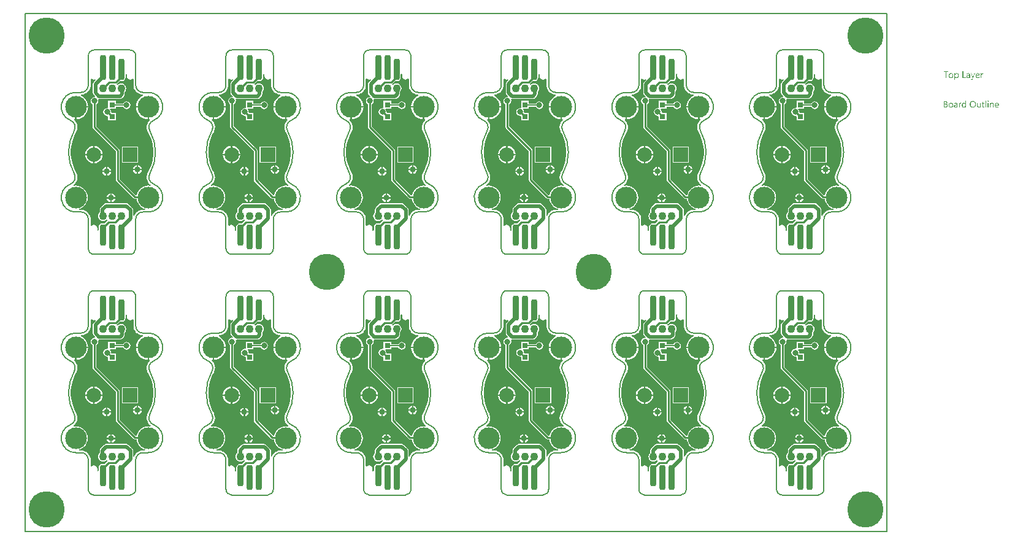
<source format=gtl>
G04*
G04 #@! TF.GenerationSoftware,Altium Limited,Altium Designer,21.6.4 (81)*
G04*
G04 Layer_Physical_Order=1*
G04 Layer_Color=255*
%FSAX25Y25*%
%MOIN*%
G70*
G04*
G04 #@! TF.SameCoordinates,951E7868-A63B-422C-B91B-43858A88E4F6*
G04*
G04*
G04 #@! TF.FilePolarity,Positive*
G04*
G01*
G75*
G04:AMPARAMS|DCode=10|XSize=35.43mil|YSize=135.83mil|CornerRadius=13.82mil|HoleSize=0mil|Usage=FLASHONLY|Rotation=0.000|XOffset=0mil|YOffset=0mil|HoleType=Round|Shape=RoundedRectangle|*
%AMROUNDEDRECTD10*
21,1,0.03543,0.10819,0,0,0.0*
21,1,0.00780,0.13583,0,0,0.0*
1,1,0.02764,0.00390,-0.05409*
1,1,0.02764,-0.00390,-0.05409*
1,1,0.02764,-0.00390,0.05409*
1,1,0.02764,0.00390,0.05409*
%
%ADD10ROUNDEDRECTD10*%
G04:AMPARAMS|DCode=11|XSize=35.43mil|YSize=116.14mil|CornerRadius=13.82mil|HoleSize=0mil|Usage=FLASHONLY|Rotation=0.000|XOffset=0mil|YOffset=0mil|HoleType=Round|Shape=RoundedRectangle|*
%AMROUNDEDRECTD11*
21,1,0.03543,0.08850,0,0,0.0*
21,1,0.00780,0.11614,0,0,0.0*
1,1,0.02764,0.00390,-0.04425*
1,1,0.02764,-0.00390,-0.04425*
1,1,0.02764,-0.00390,0.04425*
1,1,0.02764,0.00390,0.04425*
%
%ADD11ROUNDEDRECTD11*%
%ADD12R,0.03150X0.03150*%
%ADD13C,0.00984*%
%ADD14C,0.00787*%
%ADD15C,0.01968*%
%ADD16C,0.19685*%
%ADD17R,0.07874X0.07874*%
%ADD18C,0.07874*%
%ADD19C,0.04331*%
%ADD20C,0.11811*%
%ADD21C,0.03150*%
%ADD22C,0.02362*%
G36*
X0486770Y0229139D02*
X0486813Y0229133D01*
X0486857Y0229126D01*
X0486968Y0229101D01*
X0487092Y0229064D01*
X0487216Y0229002D01*
X0487277Y0228965D01*
X0487339Y0228916D01*
X0487395Y0228866D01*
X0487451Y0228804D01*
X0487457Y0228798D01*
X0487463Y0228792D01*
X0487475Y0228767D01*
X0487494Y0228743D01*
X0487513Y0228712D01*
X0487537Y0228668D01*
X0487562Y0228619D01*
X0487587Y0228569D01*
X0487612Y0228507D01*
X0487637Y0228439D01*
X0487661Y0228365D01*
X0487680Y0228284D01*
X0487711Y0228105D01*
X0487723Y0228006D01*
Y0227901D01*
Y0227894D01*
Y0227876D01*
Y0227839D01*
X0487717Y0227795D01*
Y0227746D01*
X0487705Y0227684D01*
X0487698Y0227616D01*
X0487686Y0227542D01*
X0487649Y0227381D01*
X0487593Y0227214D01*
X0487556Y0227133D01*
X0487519Y0227053D01*
X0487469Y0226972D01*
X0487414Y0226898D01*
X0487407Y0226892D01*
X0487401Y0226879D01*
X0487383Y0226861D01*
X0487358Y0226842D01*
X0487327Y0226811D01*
X0487290Y0226780D01*
X0487247Y0226743D01*
X0487197Y0226712D01*
X0487141Y0226675D01*
X0487079Y0226638D01*
X0486931Y0226582D01*
X0486850Y0226557D01*
X0486770Y0226539D01*
X0486677Y0226526D01*
X0486578Y0226520D01*
X0486528D01*
X0486497Y0226526D01*
X0486454Y0226533D01*
X0486411Y0226545D01*
X0486299Y0226570D01*
X0486182Y0226619D01*
X0486114Y0226657D01*
X0486052Y0226694D01*
X0485990Y0226743D01*
X0485934Y0226799D01*
X0485872Y0226861D01*
X0485823Y0226935D01*
X0485810D01*
Y0225425D01*
X0485408D01*
Y0229089D01*
X0485810D01*
Y0228643D01*
X0485823D01*
X0485829Y0228650D01*
X0485835Y0228668D01*
X0485854Y0228693D01*
X0485879Y0228724D01*
X0485910Y0228761D01*
X0485947Y0228804D01*
X0485990Y0228848D01*
X0486046Y0228897D01*
X0486101Y0228941D01*
X0486163Y0228984D01*
X0486237Y0229027D01*
X0486312Y0229064D01*
X0486399Y0229101D01*
X0486491Y0229126D01*
X0486584Y0229139D01*
X0486689Y0229145D01*
X0486739D01*
X0486770Y0229139D01*
D02*
G37*
G36*
X0500883Y0229126D02*
X0500957Y0229120D01*
X0501001Y0229108D01*
X0501032Y0229095D01*
Y0228681D01*
X0501025Y0228687D01*
X0501013Y0228693D01*
X0500988Y0228705D01*
X0500957Y0228724D01*
X0500914Y0228736D01*
X0500858Y0228749D01*
X0500796Y0228755D01*
X0500728Y0228761D01*
X0500716D01*
X0500685Y0228755D01*
X0500635Y0228749D01*
X0500580Y0228730D01*
X0500505Y0228699D01*
X0500437Y0228656D01*
X0500363Y0228594D01*
X0500295Y0228514D01*
X0500289Y0228501D01*
X0500270Y0228470D01*
X0500239Y0228414D01*
X0500208Y0228340D01*
X0500177Y0228247D01*
X0500146Y0228130D01*
X0500128Y0228000D01*
X0500122Y0227851D01*
Y0226576D01*
X0499719D01*
Y0229089D01*
X0500122D01*
Y0228569D01*
X0500134D01*
Y0228575D01*
X0500140Y0228582D01*
X0500153Y0228612D01*
X0500171Y0228662D01*
X0500202Y0228724D01*
X0500233Y0228786D01*
X0500283Y0228854D01*
X0500332Y0228922D01*
X0500394Y0228984D01*
X0500400Y0228990D01*
X0500425Y0229009D01*
X0500462Y0229033D01*
X0500512Y0229058D01*
X0500567Y0229083D01*
X0500635Y0229108D01*
X0500710Y0229126D01*
X0500790Y0229133D01*
X0500846D01*
X0500883Y0229126D01*
D02*
G37*
G36*
X0495504Y0226174D02*
X0495498Y0226167D01*
X0495492Y0226143D01*
X0495473Y0226099D01*
X0495448Y0226050D01*
X0495417Y0225994D01*
X0495374Y0225926D01*
X0495331Y0225858D01*
X0495281Y0225784D01*
X0495219Y0225709D01*
X0495157Y0225641D01*
X0495083Y0225573D01*
X0495003Y0225518D01*
X0494922Y0225468D01*
X0494829Y0225425D01*
X0494736Y0225400D01*
X0494631Y0225394D01*
X0494576D01*
X0494538Y0225400D01*
X0494458Y0225412D01*
X0494371Y0225431D01*
Y0225790D01*
X0494377D01*
X0494396Y0225784D01*
X0494421Y0225778D01*
X0494452Y0225771D01*
X0494526Y0225753D01*
X0494606Y0225746D01*
X0494619D01*
X0494656Y0225753D01*
X0494712Y0225765D01*
X0494780Y0225790D01*
X0494854Y0225833D01*
X0494891Y0225864D01*
X0494928Y0225901D01*
X0494965Y0225938D01*
X0495003Y0225988D01*
X0495034Y0226044D01*
X0495064Y0226106D01*
X0495269Y0226576D01*
X0494284Y0229089D01*
X0494730D01*
X0495411Y0227152D01*
Y0227146D01*
X0495417Y0227133D01*
X0495424Y0227115D01*
X0495430Y0227090D01*
X0495436Y0227053D01*
X0495448Y0227015D01*
X0495461Y0226960D01*
X0495479D01*
Y0226972D01*
X0495492Y0227009D01*
X0495504Y0227065D01*
X0495529Y0227146D01*
X0496241Y0229089D01*
X0496655D01*
X0495504Y0226174D01*
D02*
G37*
G36*
X0493096Y0229139D02*
X0493152Y0229133D01*
X0493220Y0229114D01*
X0493294Y0229095D01*
X0493375Y0229064D01*
X0493461Y0229027D01*
X0493542Y0228978D01*
X0493622Y0228916D01*
X0493696Y0228841D01*
X0493765Y0228749D01*
X0493820Y0228643D01*
X0493864Y0228520D01*
X0493888Y0228377D01*
X0493901Y0228210D01*
Y0226576D01*
X0493498D01*
Y0226966D01*
X0493486D01*
Y0226960D01*
X0493474Y0226947D01*
X0493461Y0226923D01*
X0493436Y0226898D01*
X0493375Y0226824D01*
X0493294Y0226743D01*
X0493183Y0226663D01*
X0493053Y0226588D01*
X0492972Y0226564D01*
X0492892Y0226539D01*
X0492805Y0226526D01*
X0492712Y0226520D01*
X0492675D01*
X0492650Y0226526D01*
X0492582Y0226533D01*
X0492502Y0226545D01*
X0492403Y0226570D01*
X0492310Y0226601D01*
X0492211Y0226650D01*
X0492124Y0226712D01*
X0492118Y0226725D01*
X0492093Y0226749D01*
X0492056Y0226793D01*
X0492019Y0226855D01*
X0491982Y0226929D01*
X0491945Y0227015D01*
X0491920Y0227121D01*
X0491914Y0227238D01*
Y0227244D01*
Y0227269D01*
X0491920Y0227306D01*
X0491926Y0227350D01*
X0491938Y0227406D01*
X0491957Y0227467D01*
X0491982Y0227535D01*
X0492019Y0227604D01*
X0492062Y0227678D01*
X0492118Y0227752D01*
X0492186Y0227820D01*
X0492267Y0227882D01*
X0492359Y0227944D01*
X0492471Y0227993D01*
X0492595Y0228031D01*
X0492743Y0228062D01*
X0493498Y0228167D01*
Y0228173D01*
Y0228192D01*
X0493492Y0228229D01*
Y0228266D01*
X0493480Y0228315D01*
X0493474Y0228371D01*
X0493436Y0228489D01*
X0493405Y0228544D01*
X0493375Y0228600D01*
X0493331Y0228656D01*
X0493282Y0228705D01*
X0493220Y0228749D01*
X0493152Y0228780D01*
X0493071Y0228798D01*
X0492978Y0228804D01*
X0492935D01*
X0492904Y0228798D01*
X0492861D01*
X0492817Y0228786D01*
X0492706Y0228767D01*
X0492582Y0228730D01*
X0492446Y0228674D01*
X0492372Y0228637D01*
X0492304Y0228600D01*
X0492229Y0228551D01*
X0492161Y0228495D01*
Y0228910D01*
X0492168D01*
X0492180Y0228922D01*
X0492199Y0228934D01*
X0492229Y0228947D01*
X0492260Y0228965D01*
X0492304Y0228984D01*
X0492353Y0229002D01*
X0492409Y0229027D01*
X0492533Y0229071D01*
X0492681Y0229108D01*
X0492842Y0229133D01*
X0493016Y0229145D01*
X0493053D01*
X0493096Y0229139D01*
D02*
G37*
G36*
X0490205Y0226947D02*
X0491617D01*
Y0226576D01*
X0489791D01*
Y0230092D01*
X0490205D01*
Y0226947D01*
D02*
G37*
G36*
X0481966Y0229720D02*
X0480951D01*
Y0226576D01*
X0480543D01*
Y0229720D01*
X0479528D01*
Y0230092D01*
X0481966D01*
Y0229720D01*
D02*
G37*
G36*
X0498160Y0229139D02*
X0498203Y0229133D01*
X0498246Y0229126D01*
X0498357Y0229108D01*
X0498481Y0229064D01*
X0498605Y0229009D01*
X0498667Y0228972D01*
X0498729Y0228928D01*
X0498785Y0228879D01*
X0498840Y0228823D01*
X0498847Y0228817D01*
X0498853Y0228811D01*
X0498865Y0228792D01*
X0498884Y0228767D01*
X0498902Y0228730D01*
X0498927Y0228693D01*
X0498952Y0228650D01*
X0498977Y0228594D01*
X0499001Y0228532D01*
X0499026Y0228470D01*
X0499051Y0228396D01*
X0499069Y0228315D01*
X0499088Y0228229D01*
X0499100Y0228142D01*
X0499113Y0228043D01*
Y0227938D01*
Y0227727D01*
X0497336D01*
Y0227721D01*
Y0227709D01*
Y0227690D01*
X0497342Y0227659D01*
X0497349Y0227622D01*
Y0227585D01*
X0497367Y0227486D01*
X0497398Y0227387D01*
X0497435Y0227275D01*
X0497491Y0227170D01*
X0497559Y0227077D01*
X0497571Y0227065D01*
X0497596Y0227040D01*
X0497646Y0227009D01*
X0497714Y0226966D01*
X0497800Y0226923D01*
X0497899Y0226892D01*
X0498017Y0226867D01*
X0498153Y0226855D01*
X0498197D01*
X0498228Y0226861D01*
X0498265D01*
X0498308Y0226867D01*
X0498413Y0226892D01*
X0498531Y0226923D01*
X0498661Y0226972D01*
X0498797Y0227040D01*
X0498865Y0227084D01*
X0498933Y0227133D01*
Y0226755D01*
X0498927D01*
X0498921Y0226743D01*
X0498902Y0226737D01*
X0498871Y0226718D01*
X0498840Y0226700D01*
X0498803Y0226681D01*
X0498754Y0226663D01*
X0498704Y0226638D01*
X0498642Y0226613D01*
X0498574Y0226595D01*
X0498426Y0226557D01*
X0498252Y0226533D01*
X0498060Y0226520D01*
X0498011D01*
X0497974Y0226526D01*
X0497930Y0226533D01*
X0497875Y0226539D01*
X0497757Y0226564D01*
X0497621Y0226601D01*
X0497485Y0226663D01*
X0497417Y0226706D01*
X0497349Y0226749D01*
X0497287Y0226799D01*
X0497225Y0226861D01*
X0497219Y0226867D01*
X0497212Y0226879D01*
X0497200Y0226898D01*
X0497175Y0226923D01*
X0497157Y0226960D01*
X0497132Y0227003D01*
X0497101Y0227053D01*
X0497076Y0227108D01*
X0497045Y0227170D01*
X0497020Y0227244D01*
X0496989Y0227325D01*
X0496971Y0227412D01*
X0496952Y0227504D01*
X0496934Y0227604D01*
X0496928Y0227709D01*
X0496921Y0227820D01*
Y0227826D01*
Y0227845D01*
Y0227876D01*
X0496928Y0227919D01*
X0496934Y0227969D01*
X0496940Y0228025D01*
X0496946Y0228093D01*
X0496965Y0228161D01*
X0497002Y0228309D01*
X0497058Y0228470D01*
X0497095Y0228551D01*
X0497144Y0228625D01*
X0497194Y0228705D01*
X0497250Y0228773D01*
X0497256Y0228780D01*
X0497268Y0228792D01*
X0497287Y0228811D01*
X0497311Y0228829D01*
X0497342Y0228860D01*
X0497379Y0228891D01*
X0497429Y0228922D01*
X0497479Y0228959D01*
X0497596Y0229027D01*
X0497739Y0229089D01*
X0497819Y0229108D01*
X0497899Y0229126D01*
X0497986Y0229139D01*
X0498079Y0229145D01*
X0498129D01*
X0498160Y0229139D01*
D02*
G37*
G36*
X0483669D02*
X0483712Y0229133D01*
X0483768Y0229126D01*
X0483891Y0229101D01*
X0484034Y0229058D01*
X0484176Y0228996D01*
X0484250Y0228959D01*
X0484319Y0228916D01*
X0484387Y0228860D01*
X0484449Y0228798D01*
X0484455Y0228792D01*
X0484461Y0228780D01*
X0484480Y0228761D01*
X0484498Y0228736D01*
X0484523Y0228699D01*
X0484548Y0228656D01*
X0484579Y0228606D01*
X0484610Y0228551D01*
X0484634Y0228483D01*
X0484665Y0228414D01*
X0484690Y0228334D01*
X0484715Y0228247D01*
X0484733Y0228154D01*
X0484752Y0228055D01*
X0484758Y0227950D01*
X0484764Y0227839D01*
Y0227833D01*
Y0227814D01*
Y0227783D01*
X0484758Y0227740D01*
X0484752Y0227690D01*
X0484746Y0227628D01*
X0484733Y0227566D01*
X0484721Y0227492D01*
X0484684Y0227344D01*
X0484622Y0227183D01*
X0484585Y0227102D01*
X0484535Y0227022D01*
X0484486Y0226947D01*
X0484424Y0226879D01*
X0484418Y0226873D01*
X0484405Y0226867D01*
X0484387Y0226848D01*
X0484362Y0226824D01*
X0484325Y0226799D01*
X0484288Y0226768D01*
X0484238Y0226731D01*
X0484182Y0226700D01*
X0484121Y0226669D01*
X0484053Y0226632D01*
X0483978Y0226601D01*
X0483898Y0226576D01*
X0483811Y0226551D01*
X0483718Y0226539D01*
X0483619Y0226526D01*
X0483514Y0226520D01*
X0483458D01*
X0483421Y0226526D01*
X0483378Y0226533D01*
X0483322Y0226539D01*
X0483260Y0226551D01*
X0483192Y0226564D01*
X0483050Y0226607D01*
X0482901Y0226669D01*
X0482827Y0226706D01*
X0482759Y0226755D01*
X0482691Y0226805D01*
X0482623Y0226867D01*
X0482616Y0226873D01*
X0482610Y0226886D01*
X0482592Y0226904D01*
X0482573Y0226929D01*
X0482548Y0226966D01*
X0482517Y0227009D01*
X0482486Y0227059D01*
X0482462Y0227115D01*
X0482431Y0227183D01*
X0482400Y0227251D01*
X0482369Y0227325D01*
X0482344Y0227412D01*
X0482307Y0227597D01*
X0482301Y0227696D01*
X0482295Y0227802D01*
Y0227808D01*
Y0227833D01*
Y0227864D01*
X0482301Y0227907D01*
X0482307Y0227956D01*
X0482313Y0228018D01*
X0482325Y0228086D01*
X0482338Y0228161D01*
X0482375Y0228322D01*
X0482437Y0228483D01*
X0482480Y0228563D01*
X0482523Y0228643D01*
X0482573Y0228718D01*
X0482635Y0228786D01*
X0482641Y0228792D01*
X0482654Y0228804D01*
X0482672Y0228817D01*
X0482697Y0228841D01*
X0482734Y0228866D01*
X0482777Y0228897D01*
X0482827Y0228934D01*
X0482882Y0228965D01*
X0482944Y0228996D01*
X0483019Y0229033D01*
X0483093Y0229064D01*
X0483180Y0229089D01*
X0483266Y0229114D01*
X0483365Y0229133D01*
X0483471Y0229139D01*
X0483576Y0229145D01*
X0483632D01*
X0483669Y0229139D01*
D02*
G37*
G36*
X0409617Y0228658D02*
Y0227559D01*
X0409762Y0226829D01*
X0410175Y0226211D01*
X0410793Y0225798D01*
X0411523Y0225652D01*
X0412253Y0225798D01*
X0412772Y0226144D01*
X0413272Y0225978D01*
Y0222638D01*
X0413278Y0222608D01*
X0413273Y0222578D01*
X0413292Y0222193D01*
X0413314Y0222106D01*
X0413314Y0222017D01*
X0413465Y0221260D01*
X0413510Y0221150D01*
X0413533Y0221034D01*
X0413829Y0220321D01*
X0413895Y0220223D01*
X0413940Y0220113D01*
X0414369Y0219472D01*
X0414453Y0219388D01*
X0414518Y0219289D01*
X0415064Y0218743D01*
X0415163Y0218677D01*
X0415247Y0218594D01*
X0415888Y0218165D01*
X0415998Y0218120D01*
X0416096Y0218054D01*
X0416809Y0217758D01*
X0416925Y0217735D01*
X0417035Y0217690D01*
X0417792Y0217539D01*
X0417881Y0217539D01*
X0417968Y0217517D01*
X0418353Y0217498D01*
X0418397Y0217438D01*
X0418335Y0216838D01*
X0417551Y0216419D01*
X0416532Y0215582D01*
X0415695Y0214563D01*
X0415074Y0213401D01*
X0414691Y0212139D01*
X0414601Y0211221D01*
X0421287D01*
Y0210827D01*
X0421681D01*
Y0204140D01*
X0422007Y0204172D01*
X0422039Y0204127D01*
X0422194Y0203686D01*
X0421607Y0203081D01*
X0421537Y0202973D01*
X0421448Y0202878D01*
X0421003Y0202163D01*
X0420958Y0202042D01*
X0420892Y0201931D01*
X0420609Y0201137D01*
X0420590Y0201009D01*
X0420549Y0200886D01*
X0420442Y0200050D01*
X0420451Y0199921D01*
X0420437Y0199793D01*
X0420510Y0198953D01*
X0420546Y0198829D01*
X0420560Y0198700D01*
X0420810Y0197896D01*
X0420857Y0197810D01*
X0420883Y0197716D01*
X0421071Y0197338D01*
X0421091Y0197313D01*
X0421101Y0197282D01*
X0421815Y0196022D01*
X0422908Y0193340D01*
X0423647Y0190540D01*
X0424020Y0187669D01*
X0424020Y0184773D01*
X0423647Y0181901D01*
X0422908Y0179101D01*
X0421815Y0176419D01*
X0421101Y0175160D01*
X0421091Y0175128D01*
X0421071Y0175102D01*
X0420882Y0174725D01*
X0420857Y0174631D01*
X0420810Y0174545D01*
X0420560Y0173741D01*
X0420546Y0173612D01*
X0420510Y0173488D01*
X0420437Y0172648D01*
X0420451Y0172520D01*
X0420442Y0172391D01*
X0420549Y0171555D01*
X0420590Y0171432D01*
X0420609Y0171304D01*
X0420892Y0170510D01*
X0420958Y0170399D01*
X0421003Y0170278D01*
X0421448Y0169563D01*
X0421537Y0169468D01*
X0421607Y0169360D01*
X0422194Y0168755D01*
X0422300Y0168682D01*
X0422392Y0168590D01*
X0422591Y0168458D01*
X0422534Y0167956D01*
X0422492Y0167924D01*
X0421287Y0168043D01*
X0420033Y0167919D01*
X0418827Y0167553D01*
X0417715Y0166959D01*
X0416741Y0166160D01*
X0415942Y0165186D01*
X0415348Y0164074D01*
X0415025Y0163011D01*
X0414321D01*
X0405755Y0171577D01*
Y0187182D01*
X0405679Y0187566D01*
X0405461Y0187891D01*
X0393058Y0200294D01*
Y0212260D01*
X0393545Y0212585D01*
X0394002Y0213268D01*
X0394162Y0214075D01*
X0394034Y0214718D01*
X0394308Y0215080D01*
X0394419Y0215152D01*
X0394535Y0215129D01*
X0405933D01*
X0406509Y0215243D01*
X0406997Y0215569D01*
X0408080Y0216652D01*
X0408406Y0217141D01*
X0408521Y0217717D01*
Y0219001D01*
X0408923Y0219526D01*
X0409191Y0220172D01*
X0409282Y0220866D01*
X0409191Y0221560D01*
X0408923Y0222206D01*
X0408497Y0222762D01*
X0407942Y0223187D01*
X0407296Y0223455D01*
X0406602Y0223547D01*
X0405908Y0223455D01*
X0405262Y0223187D01*
X0404789Y0222825D01*
X0404389Y0222825D01*
X0404189Y0222864D01*
X0404311Y0223471D01*
X0404359Y0223503D01*
X0405802Y0224946D01*
X0406212Y0224865D01*
X0406992D01*
X0407723Y0225010D01*
X0408343Y0225425D01*
X0408757Y0226044D01*
X0408902Y0226776D01*
Y0228420D01*
X0409352Y0228762D01*
X0409617Y0228658D01*
D02*
G37*
G36*
X0334808D02*
Y0227559D01*
X0334953Y0226829D01*
X0335367Y0226211D01*
X0335985Y0225798D01*
X0336715Y0225652D01*
X0337445Y0225798D01*
X0337964Y0226144D01*
X0338464Y0225978D01*
Y0222638D01*
X0338470Y0222608D01*
X0338465Y0222578D01*
X0338484Y0222193D01*
X0338506Y0222106D01*
X0338506Y0222017D01*
X0338657Y0221260D01*
X0338702Y0221150D01*
X0338725Y0221034D01*
X0339021Y0220321D01*
X0339087Y0220223D01*
X0339132Y0220113D01*
X0339561Y0219472D01*
X0339645Y0219388D01*
X0339710Y0219289D01*
X0340256Y0218743D01*
X0340355Y0218677D01*
X0340439Y0218594D01*
X0341080Y0218165D01*
X0341190Y0218120D01*
X0341288Y0218054D01*
X0342001Y0217758D01*
X0342117Y0217735D01*
X0342227Y0217690D01*
X0342984Y0217539D01*
X0343073Y0217539D01*
X0343160Y0217517D01*
X0343545Y0217498D01*
X0343589Y0217438D01*
X0343527Y0216838D01*
X0342742Y0216419D01*
X0341723Y0215582D01*
X0340887Y0214563D01*
X0340265Y0213401D01*
X0339883Y0212139D01*
X0339792Y0211221D01*
X0346479D01*
Y0210827D01*
X0346873D01*
Y0204140D01*
X0347199Y0204172D01*
X0347231Y0204127D01*
X0347386Y0203686D01*
X0346799Y0203081D01*
X0346729Y0202973D01*
X0346640Y0202878D01*
X0346195Y0202163D01*
X0346150Y0202042D01*
X0346083Y0201931D01*
X0345801Y0201137D01*
X0345782Y0201009D01*
X0345741Y0200886D01*
X0345634Y0200050D01*
X0345643Y0199921D01*
X0345629Y0199793D01*
X0345702Y0198953D01*
X0345738Y0198829D01*
X0345752Y0198700D01*
X0346002Y0197896D01*
X0346049Y0197810D01*
X0346074Y0197716D01*
X0346263Y0197338D01*
X0346283Y0197313D01*
X0346293Y0197282D01*
X0347007Y0196022D01*
X0348100Y0193340D01*
X0348839Y0190540D01*
X0349212Y0187669D01*
X0349212Y0184773D01*
X0348839Y0181901D01*
X0348100Y0179101D01*
X0347007Y0176419D01*
X0346293Y0175160D01*
X0346283Y0175128D01*
X0346263Y0175102D01*
X0346074Y0174725D01*
X0346049Y0174631D01*
X0346002Y0174545D01*
X0345752Y0173741D01*
X0345738Y0173612D01*
X0345702Y0173488D01*
X0345629Y0172648D01*
X0345643Y0172520D01*
X0345634Y0172391D01*
X0345741Y0171555D01*
X0345782Y0171432D01*
X0345801Y0171304D01*
X0346083Y0170510D01*
X0346150Y0170399D01*
X0346195Y0170278D01*
X0346640Y0169563D01*
X0346729Y0169468D01*
X0346799Y0169360D01*
X0347386Y0168755D01*
X0347492Y0168682D01*
X0347584Y0168590D01*
X0347783Y0168458D01*
X0347726Y0167956D01*
X0347684Y0167924D01*
X0346479Y0168043D01*
X0345225Y0167919D01*
X0344019Y0167553D01*
X0342907Y0166959D01*
X0341933Y0166160D01*
X0341134Y0165186D01*
X0340540Y0164074D01*
X0340217Y0163011D01*
X0339513D01*
X0330947Y0171577D01*
Y0187182D01*
X0330871Y0187566D01*
X0330653Y0187891D01*
X0318250Y0200294D01*
Y0212260D01*
X0318737Y0212585D01*
X0319194Y0213268D01*
X0319354Y0214075D01*
X0319226Y0214718D01*
X0319500Y0215080D01*
X0319611Y0215152D01*
X0319727Y0215129D01*
X0331125D01*
X0331701Y0215243D01*
X0332189Y0215569D01*
X0333272Y0216652D01*
X0333598Y0217141D01*
X0333713Y0217717D01*
Y0219001D01*
X0334115Y0219526D01*
X0334383Y0220172D01*
X0334474Y0220866D01*
X0334383Y0221560D01*
X0334115Y0222206D01*
X0333689Y0222762D01*
X0333134Y0223187D01*
X0332488Y0223455D01*
X0331794Y0223547D01*
X0331100Y0223455D01*
X0330454Y0223187D01*
X0329981Y0222825D01*
X0329581Y0222825D01*
X0329381Y0222864D01*
X0329503Y0223471D01*
X0329551Y0223503D01*
X0330994Y0224946D01*
X0331404Y0224865D01*
X0332184D01*
X0332915Y0225010D01*
X0333535Y0225425D01*
X0333949Y0226044D01*
X0334094Y0226776D01*
Y0228420D01*
X0334544Y0228762D01*
X0334808Y0228658D01*
D02*
G37*
G36*
X0260000D02*
Y0227559D01*
X0260145Y0226829D01*
X0260559Y0226211D01*
X0261177Y0225798D01*
X0261907Y0225652D01*
X0262637Y0225798D01*
X0263156Y0226144D01*
X0263656Y0225978D01*
Y0222638D01*
X0263662Y0222608D01*
X0263657Y0222578D01*
X0263676Y0222193D01*
X0263698Y0222106D01*
X0263698Y0222017D01*
X0263849Y0221260D01*
X0263894Y0221150D01*
X0263917Y0221034D01*
X0264213Y0220321D01*
X0264279Y0220223D01*
X0264324Y0220113D01*
X0264753Y0219472D01*
X0264837Y0219388D01*
X0264902Y0219289D01*
X0265448Y0218743D01*
X0265547Y0218677D01*
X0265630Y0218594D01*
X0266272Y0218165D01*
X0266382Y0218120D01*
X0266480Y0218054D01*
X0267193Y0217758D01*
X0267309Y0217735D01*
X0267419Y0217690D01*
X0268176Y0217539D01*
X0268265Y0217539D01*
X0268352Y0217517D01*
X0268737Y0217498D01*
X0268781Y0217438D01*
X0268719Y0216838D01*
X0267934Y0216419D01*
X0266915Y0215582D01*
X0266079Y0214563D01*
X0265458Y0213401D01*
X0265075Y0212139D01*
X0264984Y0211221D01*
X0271671D01*
Y0210827D01*
X0272064D01*
Y0204140D01*
X0272391Y0204172D01*
X0272423Y0204127D01*
X0272578Y0203686D01*
X0271991Y0203081D01*
X0271920Y0202973D01*
X0271832Y0202878D01*
X0271387Y0202163D01*
X0271342Y0202042D01*
X0271275Y0201931D01*
X0270993Y0201137D01*
X0270974Y0201009D01*
X0270933Y0200886D01*
X0270826Y0200050D01*
X0270835Y0199921D01*
X0270821Y0199793D01*
X0270894Y0198953D01*
X0270930Y0198829D01*
X0270944Y0198700D01*
X0271194Y0197896D01*
X0271241Y0197810D01*
X0271266Y0197716D01*
X0271455Y0197338D01*
X0271475Y0197313D01*
X0271485Y0197282D01*
X0272199Y0196022D01*
X0273292Y0193340D01*
X0274031Y0190540D01*
X0274404Y0187669D01*
X0274404Y0184773D01*
X0274031Y0181901D01*
X0273292Y0179101D01*
X0272199Y0176419D01*
X0271485Y0175160D01*
X0271475Y0175128D01*
X0271455Y0175102D01*
X0271266Y0174725D01*
X0271241Y0174631D01*
X0271194Y0174545D01*
X0270944Y0173741D01*
X0270930Y0173612D01*
X0270894Y0173488D01*
X0270821Y0172648D01*
X0270835Y0172520D01*
X0270826Y0172391D01*
X0270933Y0171555D01*
X0270974Y0171432D01*
X0270993Y0171304D01*
X0271275Y0170510D01*
X0271342Y0170399D01*
X0271387Y0170278D01*
X0271832Y0169563D01*
X0271920Y0169468D01*
X0271991Y0169360D01*
X0272578Y0168755D01*
X0272684Y0168682D01*
X0272776Y0168590D01*
X0272975Y0168458D01*
X0272918Y0167956D01*
X0272876Y0167924D01*
X0271671Y0168043D01*
X0270417Y0167919D01*
X0269211Y0167553D01*
X0268099Y0166959D01*
X0267125Y0166160D01*
X0266326Y0165186D01*
X0265732Y0164074D01*
X0265409Y0163011D01*
X0264705D01*
X0256139Y0171577D01*
Y0187182D01*
X0256063Y0187566D01*
X0255845Y0187891D01*
X0243442Y0200294D01*
Y0212260D01*
X0243929Y0212585D01*
X0244386Y0213268D01*
X0244546Y0214075D01*
X0244418Y0214718D01*
X0244692Y0215080D01*
X0244803Y0215152D01*
X0244919Y0215129D01*
X0256316D01*
X0256892Y0215243D01*
X0257381Y0215569D01*
X0258464Y0216652D01*
X0258790Y0217141D01*
X0258905Y0217717D01*
Y0219001D01*
X0259307Y0219526D01*
X0259575Y0220172D01*
X0259666Y0220866D01*
X0259575Y0221560D01*
X0259307Y0222206D01*
X0258881Y0222762D01*
X0258326Y0223187D01*
X0257680Y0223455D01*
X0256986Y0223547D01*
X0256292Y0223455D01*
X0255646Y0223187D01*
X0255173Y0222825D01*
X0254773Y0222825D01*
X0254573Y0222864D01*
X0254695Y0223471D01*
X0254743Y0223503D01*
X0256186Y0224946D01*
X0256596Y0224865D01*
X0257376D01*
X0258107Y0225010D01*
X0258727Y0225425D01*
X0259141Y0226044D01*
X0259286Y0226776D01*
Y0228420D01*
X0259736Y0228762D01*
X0260000Y0228658D01*
D02*
G37*
G36*
X0185192D02*
Y0227559D01*
X0185337Y0226829D01*
X0185751Y0226211D01*
X0186369Y0225798D01*
X0187099Y0225652D01*
X0187829Y0225798D01*
X0188347Y0226144D01*
X0188847Y0225978D01*
Y0222638D01*
X0188853Y0222608D01*
X0188849Y0222578D01*
X0188868Y0222193D01*
X0188890Y0222106D01*
X0188890Y0222017D01*
X0189041Y0221260D01*
X0189086Y0221150D01*
X0189109Y0221034D01*
X0189404Y0220321D01*
X0189470Y0220223D01*
X0189516Y0220113D01*
X0189945Y0219472D01*
X0190028Y0219388D01*
X0190094Y0219289D01*
X0190640Y0218743D01*
X0190739Y0218677D01*
X0190822Y0218594D01*
X0191464Y0218165D01*
X0191574Y0218120D01*
X0191672Y0218054D01*
X0192385Y0217758D01*
X0192501Y0217735D01*
X0192611Y0217690D01*
X0193368Y0217539D01*
X0193457Y0217539D01*
X0193543Y0217517D01*
X0193929Y0217498D01*
X0193973Y0217438D01*
X0193911Y0216838D01*
X0193126Y0216419D01*
X0192107Y0215582D01*
X0191271Y0214563D01*
X0190649Y0213401D01*
X0190267Y0212139D01*
X0190176Y0211221D01*
X0196863D01*
Y0210827D01*
X0197256D01*
Y0204140D01*
X0197582Y0204172D01*
X0197615Y0204127D01*
X0197770Y0203686D01*
X0197183Y0203081D01*
X0197113Y0202973D01*
X0197024Y0202878D01*
X0196579Y0202163D01*
X0196534Y0202042D01*
X0196467Y0201931D01*
X0196185Y0201137D01*
X0196166Y0201009D01*
X0196125Y0200886D01*
X0196018Y0200050D01*
X0196027Y0199921D01*
X0196013Y0199793D01*
X0196086Y0198953D01*
X0196122Y0198829D01*
X0196136Y0198700D01*
X0196386Y0197896D01*
X0196433Y0197810D01*
X0196458Y0197716D01*
X0196646Y0197338D01*
X0196667Y0197313D01*
X0196677Y0197282D01*
X0197391Y0196022D01*
X0198484Y0193340D01*
X0199223Y0190540D01*
X0199596Y0187669D01*
X0199595Y0184773D01*
X0199223Y0181901D01*
X0198484Y0179101D01*
X0197391Y0176419D01*
X0196677Y0175160D01*
X0196667Y0175128D01*
X0196646Y0175102D01*
X0196458Y0174725D01*
X0196433Y0174631D01*
X0196386Y0174545D01*
X0196136Y0173741D01*
X0196122Y0173612D01*
X0196086Y0173488D01*
X0196013Y0172648D01*
X0196027Y0172520D01*
X0196018Y0172391D01*
X0196125Y0171555D01*
X0196166Y0171432D01*
X0196185Y0171304D01*
X0196467Y0170510D01*
X0196534Y0170399D01*
X0196579Y0170278D01*
X0197024Y0169563D01*
X0197112Y0169468D01*
X0197183Y0169360D01*
X0197770Y0168755D01*
X0197876Y0168682D01*
X0197968Y0168590D01*
X0198167Y0168458D01*
X0198110Y0167956D01*
X0198068Y0167924D01*
X0196863Y0168043D01*
X0195609Y0167919D01*
X0194403Y0167553D01*
X0193291Y0166959D01*
X0192317Y0166160D01*
X0191517Y0165186D01*
X0190924Y0164074D01*
X0190601Y0163011D01*
X0189897D01*
X0181331Y0171577D01*
Y0187182D01*
X0181254Y0187566D01*
X0181037Y0187891D01*
X0168634Y0200294D01*
Y0212260D01*
X0169121Y0212585D01*
X0169577Y0213268D01*
X0169738Y0214075D01*
X0169610Y0214718D01*
X0169884Y0215080D01*
X0169995Y0215152D01*
X0170111Y0215129D01*
X0181508D01*
X0182085Y0215243D01*
X0182573Y0215569D01*
X0183656Y0216652D01*
X0183982Y0217141D01*
X0184096Y0217717D01*
Y0219001D01*
X0184499Y0219526D01*
X0184767Y0220172D01*
X0184858Y0220866D01*
X0184767Y0221560D01*
X0184499Y0222206D01*
X0184073Y0222762D01*
X0183518Y0223187D01*
X0182871Y0223455D01*
X0182178Y0223547D01*
X0181484Y0223455D01*
X0180838Y0223187D01*
X0180365Y0222825D01*
X0179965Y0222825D01*
X0179764Y0222864D01*
X0179887Y0223471D01*
X0179935Y0223503D01*
X0181378Y0224946D01*
X0181788Y0224865D01*
X0182568D01*
X0183299Y0225010D01*
X0183918Y0225425D01*
X0184333Y0226044D01*
X0184478Y0226776D01*
Y0228420D01*
X0184928Y0228762D01*
X0185192Y0228658D01*
D02*
G37*
G36*
X0110384D02*
Y0227559D01*
X0110529Y0226829D01*
X0110943Y0226211D01*
X0111561Y0225798D01*
X0112291Y0225652D01*
X0113021Y0225798D01*
X0113539Y0226144D01*
X0114039Y0225978D01*
Y0222638D01*
X0114045Y0222608D01*
X0114041Y0222578D01*
X0114060Y0222193D01*
X0114082Y0222106D01*
X0114082Y0222017D01*
X0114233Y0221260D01*
X0114278Y0221150D01*
X0114301Y0221034D01*
X0114596Y0220321D01*
X0114662Y0220223D01*
X0114708Y0220113D01*
X0115137Y0219472D01*
X0115220Y0219388D01*
X0115286Y0219289D01*
X0115832Y0218743D01*
X0115930Y0218677D01*
X0116014Y0218594D01*
X0116656Y0218165D01*
X0116765Y0218120D01*
X0116864Y0218054D01*
X0117577Y0217758D01*
X0117693Y0217735D01*
X0117803Y0217690D01*
X0118560Y0217539D01*
X0118649Y0217539D01*
X0118735Y0217517D01*
X0119121Y0217498D01*
X0119165Y0217438D01*
X0119103Y0216838D01*
X0118318Y0216419D01*
X0117299Y0215582D01*
X0116463Y0214563D01*
X0115841Y0213401D01*
X0115459Y0212139D01*
X0115368Y0211221D01*
X0122055D01*
Y0210827D01*
X0122448D01*
Y0204140D01*
X0122774Y0204172D01*
X0122807Y0204127D01*
X0122962Y0203686D01*
X0122375Y0203081D01*
X0122304Y0202973D01*
X0122216Y0202878D01*
X0121771Y0202163D01*
X0121725Y0202042D01*
X0121659Y0201931D01*
X0121377Y0201137D01*
X0121358Y0201009D01*
X0121317Y0200886D01*
X0121210Y0200050D01*
X0121219Y0199921D01*
X0121205Y0199793D01*
X0121278Y0198953D01*
X0121314Y0198829D01*
X0121328Y0198700D01*
X0121578Y0197896D01*
X0121625Y0197810D01*
X0121650Y0197716D01*
X0121838Y0197338D01*
X0121858Y0197313D01*
X0121869Y0197282D01*
X0122583Y0196022D01*
X0123676Y0193340D01*
X0124415Y0190540D01*
X0124787Y0187669D01*
X0124787Y0184773D01*
X0124415Y0181901D01*
X0123676Y0179101D01*
X0122583Y0176419D01*
X0121869Y0175160D01*
X0121858Y0175128D01*
X0121838Y0175102D01*
X0121650Y0174725D01*
X0121625Y0174631D01*
X0121578Y0174545D01*
X0121328Y0173741D01*
X0121314Y0173612D01*
X0121278Y0173488D01*
X0121205Y0172648D01*
X0121219Y0172520D01*
X0121210Y0172391D01*
X0121317Y0171555D01*
X0121358Y0171432D01*
X0121377Y0171304D01*
X0121659Y0170510D01*
X0121725Y0170399D01*
X0121771Y0170278D01*
X0122216Y0169563D01*
X0122304Y0169468D01*
X0122375Y0169360D01*
X0122962Y0168755D01*
X0123068Y0168682D01*
X0123160Y0168590D01*
X0123359Y0168458D01*
X0123302Y0167956D01*
X0123260Y0167924D01*
X0122055Y0168043D01*
X0120800Y0167919D01*
X0119595Y0167553D01*
X0118483Y0166959D01*
X0117509Y0166160D01*
X0116709Y0165186D01*
X0116115Y0164074D01*
X0115793Y0163011D01*
X0115088D01*
X0106523Y0171577D01*
Y0187182D01*
X0106446Y0187566D01*
X0106229Y0187891D01*
X0093826Y0200294D01*
Y0212260D01*
X0094313Y0212585D01*
X0094769Y0213268D01*
X0094930Y0214075D01*
X0094802Y0214718D01*
X0095076Y0215080D01*
X0095187Y0215152D01*
X0095303Y0215129D01*
X0106700D01*
X0107276Y0215243D01*
X0107765Y0215569D01*
X0108847Y0216652D01*
X0109174Y0217141D01*
X0109288Y0217717D01*
Y0219001D01*
X0109691Y0219526D01*
X0109959Y0220172D01*
X0110050Y0220866D01*
X0109959Y0221560D01*
X0109691Y0222206D01*
X0109265Y0222762D01*
X0108710Y0223187D01*
X0108063Y0223455D01*
X0107370Y0223547D01*
X0106676Y0223455D01*
X0106029Y0223187D01*
X0105557Y0222825D01*
X0105157Y0222825D01*
X0104956Y0222864D01*
X0105079Y0223471D01*
X0105126Y0223503D01*
X0106570Y0224946D01*
X0106980Y0224865D01*
X0107759D01*
X0108491Y0225010D01*
X0109110Y0225425D01*
X0109525Y0226044D01*
X0109670Y0226776D01*
Y0228420D01*
X0110120Y0228762D01*
X0110384Y0228658D01*
D02*
G37*
G36*
X0035576D02*
Y0227559D01*
X0035721Y0226829D01*
X0036134Y0226211D01*
X0036753Y0225798D01*
X0037483Y0225652D01*
X0038212Y0225798D01*
X0038731Y0226144D01*
X0039231Y0225978D01*
Y0222638D01*
X0039237Y0222608D01*
X0039233Y0222578D01*
X0039252Y0222193D01*
X0039274Y0222106D01*
X0039274Y0222017D01*
X0039424Y0221260D01*
X0039470Y0221150D01*
X0039493Y0221034D01*
X0039788Y0220321D01*
X0039854Y0220223D01*
X0039900Y0220113D01*
X0040328Y0219472D01*
X0040412Y0219388D01*
X0040478Y0219289D01*
X0041024Y0218743D01*
X0041122Y0218677D01*
X0041206Y0218594D01*
X0041848Y0218165D01*
X0041957Y0218120D01*
X0042056Y0218054D01*
X0042769Y0217758D01*
X0042885Y0217735D01*
X0042995Y0217690D01*
X0043751Y0217539D01*
X0043841Y0217539D01*
X0043927Y0217517D01*
X0044313Y0217498D01*
X0044357Y0217438D01*
X0044294Y0216838D01*
X0043510Y0216419D01*
X0042491Y0215582D01*
X0041655Y0214563D01*
X0041033Y0213401D01*
X0040650Y0212139D01*
X0040560Y0211221D01*
X0047247D01*
Y0210827D01*
X0047640D01*
Y0204140D01*
X0047966Y0204172D01*
X0047998Y0204127D01*
X0048154Y0203686D01*
X0047567Y0203081D01*
X0047496Y0202973D01*
X0047408Y0202878D01*
X0046963Y0202163D01*
X0046917Y0202042D01*
X0046851Y0201931D01*
X0046569Y0201137D01*
X0046550Y0201009D01*
X0046509Y0200886D01*
X0046402Y0200050D01*
X0046411Y0199921D01*
X0046397Y0199793D01*
X0046470Y0198953D01*
X0046506Y0198829D01*
X0046520Y0198700D01*
X0046770Y0197896D01*
X0046817Y0197810D01*
X0046842Y0197716D01*
X0047030Y0197338D01*
X0047050Y0197313D01*
X0047061Y0197282D01*
X0047775Y0196022D01*
X0048868Y0193340D01*
X0049607Y0190540D01*
X0049979Y0187669D01*
X0049979Y0184773D01*
X0049607Y0181901D01*
X0048868Y0179101D01*
X0047775Y0176419D01*
X0047061Y0175160D01*
X0047050Y0175128D01*
X0047030Y0175102D01*
X0046842Y0174725D01*
X0046816Y0174631D01*
X0046770Y0174545D01*
X0046520Y0173741D01*
X0046506Y0173612D01*
X0046470Y0173488D01*
X0046397Y0172648D01*
X0046411Y0172520D01*
X0046402Y0172391D01*
X0046509Y0171555D01*
X0046550Y0171432D01*
X0046569Y0171304D01*
X0046851Y0170510D01*
X0046917Y0170399D01*
X0046963Y0170278D01*
X0047408Y0169563D01*
X0047496Y0169468D01*
X0047567Y0169360D01*
X0048154Y0168755D01*
X0048260Y0168682D01*
X0048352Y0168590D01*
X0048551Y0168458D01*
X0048494Y0167956D01*
X0048452Y0167924D01*
X0047247Y0168043D01*
X0045992Y0167919D01*
X0044787Y0167553D01*
X0043675Y0166959D01*
X0042701Y0166160D01*
X0041901Y0165186D01*
X0041307Y0164074D01*
X0040985Y0163011D01*
X0040280D01*
X0031715Y0171577D01*
Y0187182D01*
X0031638Y0187566D01*
X0031421Y0187891D01*
X0019018Y0200294D01*
Y0212260D01*
X0019504Y0212585D01*
X0019961Y0213268D01*
X0020122Y0214075D01*
X0019994Y0214718D01*
X0020268Y0215080D01*
X0020379Y0215152D01*
X0020495Y0215129D01*
X0031892D01*
X0032468Y0215243D01*
X0032957Y0215569D01*
X0034039Y0216652D01*
X0034366Y0217141D01*
X0034480Y0217717D01*
Y0219001D01*
X0034883Y0219526D01*
X0035151Y0220172D01*
X0035242Y0220866D01*
X0035151Y0221560D01*
X0034883Y0222206D01*
X0034457Y0222762D01*
X0033902Y0223187D01*
X0033255Y0223455D01*
X0032561Y0223547D01*
X0031868Y0223455D01*
X0031221Y0223187D01*
X0030749Y0222825D01*
X0030349Y0222825D01*
X0030148Y0222864D01*
X0030271Y0223471D01*
X0030318Y0223503D01*
X0031762Y0224946D01*
X0032172Y0224865D01*
X0032951D01*
X0033683Y0225010D01*
X0034302Y0225425D01*
X0034717Y0226044D01*
X0034862Y0226776D01*
Y0228420D01*
X0035312Y0228762D01*
X0035576Y0228658D01*
D02*
G37*
G36*
X0390951Y0225798D02*
X0391681Y0225652D01*
X0392410Y0225798D01*
X0392692Y0225384D01*
X0391584Y0224277D01*
X0391258Y0223788D01*
X0391144Y0223212D01*
Y0218520D01*
X0391258Y0217944D01*
X0391584Y0217456D01*
X0392421Y0216619D01*
X0392175Y0216158D01*
X0392055Y0216182D01*
X0391248Y0216022D01*
X0390564Y0215565D01*
X0390108Y0214881D01*
X0389947Y0214075D01*
X0390108Y0213268D01*
X0390564Y0212585D01*
X0391051Y0212260D01*
Y0199879D01*
X0391128Y0199495D01*
X0391345Y0199169D01*
X0403748Y0186766D01*
Y0171161D01*
X0403824Y0170777D01*
X0404042Y0170452D01*
X0413196Y0161298D01*
X0413521Y0161081D01*
X0413905Y0161004D01*
X0414918D01*
X0414982Y0160360D01*
X0415348Y0159154D01*
X0415942Y0158043D01*
X0416741Y0157069D01*
X0417715Y0156269D01*
X0418827Y0155675D01*
X0419587Y0155444D01*
X0419513Y0154944D01*
X0418413D01*
X0418383Y0154938D01*
X0418353Y0154943D01*
X0417968Y0154924D01*
X0417881Y0154902D01*
X0417792Y0154902D01*
X0417035Y0154751D01*
X0416925Y0154706D01*
X0416809Y0154683D01*
X0416096Y0154387D01*
X0415998Y0154321D01*
X0415888Y0154276D01*
X0415247Y0153847D01*
X0415163Y0153763D01*
X0415064Y0153698D01*
X0414518Y0153152D01*
X0414453Y0153053D01*
X0414369Y0152970D01*
X0413940Y0152328D01*
X0413895Y0152218D01*
X0413829Y0152120D01*
X0413629Y0151637D01*
X0413129Y0151737D01*
Y0154841D01*
X0413129Y0154841D01*
X0413014Y0155417D01*
X0412688Y0155905D01*
X0412688Y0155905D01*
X0410540Y0158053D01*
X0410052Y0158379D01*
X0409476Y0158493D01*
X0398330D01*
X0397754Y0158379D01*
X0397266Y0158053D01*
X0395346Y0156132D01*
X0395019Y0155644D01*
X0394905Y0155068D01*
Y0153622D01*
X0394707Y0153470D01*
X0394281Y0152915D01*
X0394013Y0152269D01*
X0393921Y0151575D01*
X0394013Y0150881D01*
X0394281Y0150235D01*
X0394707Y0149680D01*
X0395262Y0149253D01*
X0395908Y0148986D01*
X0396602Y0148894D01*
X0397296Y0148986D01*
X0397942Y0149253D01*
X0398394Y0149600D01*
X0398818Y0149593D01*
X0398973Y0149552D01*
X0398943Y0149036D01*
X0397402Y0147495D01*
X0396992Y0147576D01*
X0396212D01*
X0395481Y0147431D01*
X0394861Y0147017D01*
X0394447Y0146397D01*
X0394301Y0145665D01*
Y0144021D01*
X0393851Y0143679D01*
X0393587Y0143783D01*
Y0144882D01*
X0393442Y0145612D01*
X0393029Y0146230D01*
X0392410Y0146643D01*
X0391681Y0146789D01*
X0390951Y0146643D01*
X0390432Y0146297D01*
X0389932Y0146463D01*
Y0149803D01*
X0389926Y0149833D01*
X0389931Y0149863D01*
X0389912Y0150249D01*
X0389890Y0150335D01*
X0389890Y0150424D01*
X0389739Y0151181D01*
X0389694Y0151291D01*
X0389670Y0151407D01*
X0389375Y0152120D01*
X0389309Y0152218D01*
X0389264Y0152328D01*
X0388835Y0152970D01*
X0388751Y0153053D01*
X0388685Y0153152D01*
X0388140Y0153698D01*
X0388041Y0153763D01*
X0387957Y0153847D01*
X0387316Y0154276D01*
X0387206Y0154321D01*
X0387107Y0154387D01*
X0386395Y0154683D01*
X0386278Y0154706D01*
X0386169Y0154751D01*
X0385412Y0154902D01*
X0385323Y0154902D01*
X0385236Y0154924D01*
X0384850Y0154943D01*
X0384821Y0154938D01*
X0384791Y0154944D01*
X0383691Y0154944D01*
X0383617Y0155444D01*
X0384377Y0155675D01*
X0385488Y0156269D01*
X0386463Y0157069D01*
X0387262Y0158043D01*
X0387856Y0159154D01*
X0388222Y0160360D01*
X0388346Y0161614D01*
X0388222Y0162868D01*
X0387856Y0164074D01*
X0387262Y0165186D01*
X0386463Y0166160D01*
X0385488Y0166959D01*
X0384377Y0167553D01*
X0383171Y0167919D01*
X0381917Y0168043D01*
X0380712Y0167924D01*
X0380669Y0167956D01*
X0380612Y0168458D01*
X0380812Y0168590D01*
X0380903Y0168682D01*
X0381010Y0168755D01*
X0381597Y0169360D01*
X0381667Y0169468D01*
X0381756Y0169563D01*
X0382201Y0170278D01*
X0382246Y0170399D01*
X0382312Y0170510D01*
X0382595Y0171304D01*
X0382613Y0171432D01*
X0382655Y0171555D01*
X0382762Y0172391D01*
X0382753Y0172520D01*
X0382767Y0172648D01*
X0382694Y0173488D01*
X0382657Y0173612D01*
X0382644Y0173741D01*
X0382394Y0174545D01*
X0382347Y0174631D01*
X0382321Y0174725D01*
X0382133Y0175102D01*
X0382113Y0175128D01*
X0382103Y0175160D01*
X0381388Y0176419D01*
X0380295Y0179101D01*
X0379557Y0181901D01*
X0379184Y0184773D01*
X0379184Y0187669D01*
X0379557Y0190540D01*
X0380295Y0193340D01*
X0381388Y0196022D01*
X0382103Y0197282D01*
X0382113Y0197313D01*
X0382133Y0197338D01*
X0382321Y0197716D01*
X0382347Y0197810D01*
X0382394Y0197896D01*
X0382644Y0198700D01*
X0382657Y0198829D01*
X0382694Y0198953D01*
X0382767Y0199793D01*
X0382753Y0199921D01*
X0382762Y0200050D01*
X0382655Y0200886D01*
X0382613Y0201009D01*
X0382595Y0201137D01*
X0382312Y0201931D01*
X0382246Y0202042D01*
X0382201Y0202163D01*
X0381756Y0202878D01*
X0381667Y0202973D01*
X0381597Y0203081D01*
X0381010Y0203686D01*
X0381165Y0204127D01*
X0381197Y0204172D01*
X0381523Y0204140D01*
Y0210827D01*
X0381917D01*
Y0211221D01*
X0388603D01*
X0388513Y0212139D01*
X0388130Y0213401D01*
X0387509Y0214563D01*
X0386672Y0215582D01*
X0385653Y0216419D01*
X0384869Y0216838D01*
X0384807Y0217438D01*
X0384850Y0217498D01*
X0385236Y0217517D01*
X0385323Y0217539D01*
X0385412Y0217539D01*
X0386169Y0217690D01*
X0386278Y0217735D01*
X0386395Y0217758D01*
X0387107Y0218054D01*
X0387206Y0218120D01*
X0387316Y0218165D01*
X0387957Y0218594D01*
X0388041Y0218678D01*
X0388140Y0218743D01*
X0388685Y0219289D01*
X0388751Y0219388D01*
X0388835Y0219472D01*
X0389264Y0220113D01*
X0389309Y0220223D01*
X0389375Y0220321D01*
X0389670Y0221034D01*
X0389694Y0221150D01*
X0389739Y0221260D01*
X0389890Y0222017D01*
X0389890Y0222106D01*
X0389912Y0222193D01*
X0389931Y0222578D01*
X0389926Y0222608D01*
X0389932Y0222638D01*
Y0225978D01*
X0390432Y0226144D01*
X0390951Y0225798D01*
D02*
G37*
G36*
X0316143D02*
X0316873Y0225652D01*
X0317602Y0225798D01*
X0317884Y0225384D01*
X0316776Y0224277D01*
X0316450Y0223788D01*
X0316336Y0223212D01*
Y0218520D01*
X0316450Y0217944D01*
X0316776Y0217456D01*
X0317613Y0216619D01*
X0317367Y0216158D01*
X0317247Y0216182D01*
X0316440Y0216022D01*
X0315756Y0215565D01*
X0315300Y0214881D01*
X0315139Y0214075D01*
X0315300Y0213268D01*
X0315756Y0212585D01*
X0316243Y0212260D01*
Y0199879D01*
X0316319Y0199495D01*
X0316537Y0199169D01*
X0328940Y0186766D01*
Y0171161D01*
X0329016Y0170777D01*
X0329234Y0170452D01*
X0338387Y0161298D01*
X0338713Y0161081D01*
X0339097Y0161004D01*
X0340110D01*
X0340174Y0160360D01*
X0340540Y0159154D01*
X0341134Y0158043D01*
X0341933Y0157069D01*
X0342907Y0156269D01*
X0344019Y0155675D01*
X0344779Y0155444D01*
X0344705Y0154944D01*
X0343605D01*
X0343575Y0154938D01*
X0343545Y0154943D01*
X0343160Y0154924D01*
X0343073Y0154902D01*
X0342984Y0154902D01*
X0342227Y0154751D01*
X0342117Y0154706D01*
X0342001Y0154683D01*
X0341288Y0154387D01*
X0341190Y0154321D01*
X0341080Y0154276D01*
X0340439Y0153847D01*
X0340355Y0153763D01*
X0340256Y0153698D01*
X0339710Y0153152D01*
X0339645Y0153053D01*
X0339561Y0152970D01*
X0339132Y0152328D01*
X0339087Y0152218D01*
X0339021Y0152120D01*
X0338821Y0151637D01*
X0338321Y0151737D01*
Y0154841D01*
X0338321Y0154841D01*
X0338206Y0155417D01*
X0337880Y0155905D01*
X0337880Y0155905D01*
X0335732Y0158053D01*
X0335244Y0158379D01*
X0334668Y0158493D01*
X0323522D01*
X0322946Y0158379D01*
X0322458Y0158053D01*
X0320537Y0156132D01*
X0320211Y0155644D01*
X0320097Y0155068D01*
Y0153622D01*
X0319899Y0153470D01*
X0319473Y0152915D01*
X0319205Y0152269D01*
X0319113Y0151575D01*
X0319205Y0150881D01*
X0319473Y0150235D01*
X0319899Y0149680D01*
X0320454Y0149253D01*
X0321100Y0148986D01*
X0321794Y0148894D01*
X0322488Y0148986D01*
X0323134Y0149253D01*
X0323586Y0149600D01*
X0324010Y0149593D01*
X0324165Y0149552D01*
X0324135Y0149036D01*
X0322594Y0147495D01*
X0322184Y0147576D01*
X0321404D01*
X0320673Y0147431D01*
X0320053Y0147017D01*
X0319639Y0146397D01*
X0319493Y0145665D01*
Y0144021D01*
X0319043Y0143679D01*
X0318779Y0143783D01*
Y0144882D01*
X0318634Y0145612D01*
X0318221Y0146230D01*
X0317602Y0146643D01*
X0316873Y0146789D01*
X0316143Y0146643D01*
X0315624Y0146297D01*
X0315124Y0146463D01*
Y0149803D01*
X0315118Y0149833D01*
X0315123Y0149863D01*
X0315104Y0150249D01*
X0315082Y0150335D01*
X0315082Y0150424D01*
X0314931Y0151181D01*
X0314886Y0151291D01*
X0314862Y0151407D01*
X0314567Y0152120D01*
X0314501Y0152218D01*
X0314456Y0152328D01*
X0314027Y0152970D01*
X0313943Y0153053D01*
X0313877Y0153152D01*
X0313332Y0153698D01*
X0313233Y0153763D01*
X0313149Y0153847D01*
X0312508Y0154276D01*
X0312398Y0154321D01*
X0312299Y0154387D01*
X0311586Y0154683D01*
X0311470Y0154706D01*
X0311361Y0154751D01*
X0310604Y0154902D01*
X0310515Y0154902D01*
X0310428Y0154924D01*
X0310042Y0154943D01*
X0310012Y0154938D01*
X0309983Y0154944D01*
X0308883Y0154944D01*
X0308809Y0155444D01*
X0309569Y0155675D01*
X0310680Y0156269D01*
X0311654Y0157069D01*
X0312454Y0158043D01*
X0313048Y0159154D01*
X0313414Y0160360D01*
X0313537Y0161614D01*
X0313414Y0162868D01*
X0313048Y0164074D01*
X0312454Y0165186D01*
X0311654Y0166160D01*
X0310680Y0166959D01*
X0309569Y0167553D01*
X0308363Y0167919D01*
X0307109Y0168043D01*
X0305904Y0167924D01*
X0305861Y0167956D01*
X0305804Y0168458D01*
X0306003Y0168590D01*
X0306095Y0168682D01*
X0306202Y0168755D01*
X0306789Y0169360D01*
X0306859Y0169468D01*
X0306947Y0169563D01*
X0307392Y0170278D01*
X0307438Y0170399D01*
X0307504Y0170510D01*
X0307787Y0171304D01*
X0307805Y0171432D01*
X0307847Y0171555D01*
X0307954Y0172391D01*
X0307945Y0172520D01*
X0307959Y0172648D01*
X0307885Y0173488D01*
X0307849Y0173612D01*
X0307836Y0173741D01*
X0307585Y0174545D01*
X0307539Y0174631D01*
X0307513Y0174725D01*
X0307325Y0175102D01*
X0307305Y0175128D01*
X0307295Y0175160D01*
X0306580Y0176419D01*
X0305487Y0179101D01*
X0304749Y0181901D01*
X0304376Y0184773D01*
X0304376Y0187669D01*
X0304749Y0190540D01*
X0305487Y0193340D01*
X0306580Y0196022D01*
X0307295Y0197282D01*
X0307305Y0197313D01*
X0307325Y0197338D01*
X0307513Y0197716D01*
X0307539Y0197810D01*
X0307585Y0197896D01*
X0307836Y0198700D01*
X0307849Y0198829D01*
X0307885Y0198953D01*
X0307959Y0199793D01*
X0307945Y0199921D01*
X0307954Y0200050D01*
X0307847Y0200886D01*
X0307805Y0201009D01*
X0307787Y0201137D01*
X0307504Y0201931D01*
X0307438Y0202042D01*
X0307392Y0202163D01*
X0306947Y0202878D01*
X0306859Y0202973D01*
X0306789Y0203081D01*
X0306202Y0203686D01*
X0306357Y0204127D01*
X0306389Y0204172D01*
X0306715Y0204140D01*
Y0210827D01*
X0307109D01*
Y0211221D01*
X0313795D01*
X0313705Y0212139D01*
X0313322Y0213401D01*
X0312701Y0214563D01*
X0311864Y0215582D01*
X0310845Y0216419D01*
X0310061Y0216838D01*
X0309998Y0217438D01*
X0310042Y0217498D01*
X0310428Y0217517D01*
X0310515Y0217539D01*
X0310604Y0217539D01*
X0311361Y0217690D01*
X0311470Y0217735D01*
X0311586Y0217758D01*
X0312299Y0218054D01*
X0312398Y0218120D01*
X0312508Y0218165D01*
X0313149Y0218594D01*
X0313233Y0218678D01*
X0313332Y0218743D01*
X0313877Y0219289D01*
X0313943Y0219388D01*
X0314027Y0219472D01*
X0314456Y0220113D01*
X0314501Y0220223D01*
X0314567Y0220321D01*
X0314862Y0221034D01*
X0314886Y0221150D01*
X0314931Y0221260D01*
X0315082Y0222017D01*
X0315082Y0222106D01*
X0315104Y0222193D01*
X0315123Y0222578D01*
X0315118Y0222608D01*
X0315124Y0222638D01*
Y0225978D01*
X0315624Y0226144D01*
X0316143Y0225798D01*
D02*
G37*
G36*
X0241335D02*
X0242064Y0225652D01*
X0242794Y0225798D01*
X0243076Y0225384D01*
X0241968Y0224277D01*
X0241642Y0223788D01*
X0241527Y0223212D01*
Y0218520D01*
X0241642Y0217944D01*
X0241968Y0217456D01*
X0242805Y0216619D01*
X0242559Y0216158D01*
X0242439Y0216182D01*
X0241632Y0216022D01*
X0240948Y0215565D01*
X0240492Y0214881D01*
X0240331Y0214075D01*
X0240492Y0213268D01*
X0240948Y0212585D01*
X0241435Y0212260D01*
Y0199879D01*
X0241511Y0199495D01*
X0241729Y0199169D01*
X0254132Y0186766D01*
Y0171161D01*
X0254208Y0170777D01*
X0254426Y0170452D01*
X0263579Y0161298D01*
X0263905Y0161081D01*
X0264289Y0161004D01*
X0265302D01*
X0265366Y0160360D01*
X0265732Y0159154D01*
X0266326Y0158043D01*
X0267125Y0157069D01*
X0268099Y0156269D01*
X0269211Y0155675D01*
X0269971Y0155444D01*
X0269897Y0154944D01*
X0268797D01*
X0268767Y0154938D01*
X0268737Y0154943D01*
X0268351Y0154924D01*
X0268265Y0154902D01*
X0268176Y0154902D01*
X0267419Y0154751D01*
X0267309Y0154706D01*
X0267193Y0154683D01*
X0266480Y0154387D01*
X0266382Y0154321D01*
X0266272Y0154276D01*
X0265631Y0153847D01*
X0265547Y0153763D01*
X0265448Y0153698D01*
X0264902Y0153152D01*
X0264837Y0153053D01*
X0264753Y0152970D01*
X0264324Y0152328D01*
X0264279Y0152218D01*
X0264213Y0152120D01*
X0264013Y0151637D01*
X0263513Y0151737D01*
Y0154841D01*
X0263513Y0154841D01*
X0263398Y0155417D01*
X0263072Y0155905D01*
X0263072Y0155905D01*
X0260924Y0158053D01*
X0260436Y0158379D01*
X0259860Y0158493D01*
X0248714D01*
X0248138Y0158379D01*
X0247650Y0158053D01*
X0245729Y0156132D01*
X0245403Y0155644D01*
X0245289Y0155068D01*
Y0153622D01*
X0245090Y0153470D01*
X0244665Y0152915D01*
X0244397Y0152269D01*
X0244305Y0151575D01*
X0244397Y0150881D01*
X0244665Y0150235D01*
X0245090Y0149680D01*
X0245646Y0149253D01*
X0246292Y0148986D01*
X0246986Y0148894D01*
X0247679Y0148986D01*
X0248326Y0149253D01*
X0248778Y0149600D01*
X0249202Y0149593D01*
X0249357Y0149552D01*
X0249327Y0149036D01*
X0247785Y0147495D01*
X0247375Y0147576D01*
X0246596D01*
X0245865Y0147431D01*
X0245245Y0147017D01*
X0244831Y0146397D01*
X0244685Y0145665D01*
Y0144021D01*
X0244235Y0143679D01*
X0243971Y0143783D01*
Y0144882D01*
X0243826Y0145612D01*
X0243413Y0146230D01*
X0242794Y0146643D01*
X0242064Y0146789D01*
X0241335Y0146643D01*
X0240816Y0146297D01*
X0240316Y0146463D01*
Y0149803D01*
X0240310Y0149833D01*
X0240315Y0149863D01*
X0240295Y0150249D01*
X0240274Y0150335D01*
X0240274Y0150424D01*
X0240123Y0151181D01*
X0240077Y0151291D01*
X0240054Y0151407D01*
X0239759Y0152120D01*
X0239693Y0152218D01*
X0239648Y0152328D01*
X0239219Y0152970D01*
X0239135Y0153053D01*
X0239069Y0153152D01*
X0238524Y0153698D01*
X0238425Y0153763D01*
X0238341Y0153847D01*
X0237700Y0154276D01*
X0237590Y0154321D01*
X0237491Y0154387D01*
X0236778Y0154683D01*
X0236662Y0154706D01*
X0236553Y0154751D01*
X0235796Y0154902D01*
X0235707Y0154902D01*
X0235620Y0154924D01*
X0235234Y0154943D01*
X0235204Y0154938D01*
X0235175Y0154944D01*
X0234075Y0154944D01*
X0234001Y0155444D01*
X0234761Y0155675D01*
X0235872Y0156269D01*
X0236846Y0157069D01*
X0237646Y0158043D01*
X0238240Y0159154D01*
X0238606Y0160360D01*
X0238729Y0161614D01*
X0238606Y0162868D01*
X0238240Y0164074D01*
X0237646Y0165186D01*
X0236846Y0166160D01*
X0235872Y0166959D01*
X0234761Y0167553D01*
X0233555Y0167919D01*
X0232301Y0168043D01*
X0231096Y0167924D01*
X0231053Y0167956D01*
X0230996Y0168458D01*
X0231195Y0168590D01*
X0231287Y0168682D01*
X0231394Y0168755D01*
X0231981Y0169360D01*
X0232051Y0169468D01*
X0232139Y0169563D01*
X0232584Y0170278D01*
X0232630Y0170399D01*
X0232696Y0170510D01*
X0232979Y0171304D01*
X0232997Y0171432D01*
X0233038Y0171555D01*
X0233145Y0172391D01*
X0233137Y0172520D01*
X0233151Y0172648D01*
X0233077Y0173488D01*
X0233041Y0173612D01*
X0233028Y0173741D01*
X0232777Y0174545D01*
X0232731Y0174631D01*
X0232705Y0174725D01*
X0232517Y0175102D01*
X0232497Y0175128D01*
X0232487Y0175160D01*
X0231772Y0176419D01*
X0230679Y0179101D01*
X0229940Y0181901D01*
X0229568Y0184773D01*
X0229568Y0187669D01*
X0229941Y0190540D01*
X0230679Y0193340D01*
X0231772Y0196022D01*
X0232487Y0197282D01*
X0232497Y0197313D01*
X0232517Y0197338D01*
X0232705Y0197716D01*
X0232731Y0197810D01*
X0232777Y0197896D01*
X0233028Y0198700D01*
X0233041Y0198829D01*
X0233077Y0198953D01*
X0233151Y0199793D01*
X0233137Y0199921D01*
X0233145Y0200050D01*
X0233038Y0200886D01*
X0232997Y0201009D01*
X0232979Y0201137D01*
X0232696Y0201931D01*
X0232630Y0202042D01*
X0232584Y0202163D01*
X0232139Y0202878D01*
X0232051Y0202973D01*
X0231981Y0203081D01*
X0231394Y0203686D01*
X0231549Y0204127D01*
X0231581Y0204172D01*
X0231907Y0204140D01*
Y0210827D01*
X0232301D01*
Y0211221D01*
X0238987D01*
X0238897Y0212139D01*
X0238514Y0213401D01*
X0237893Y0214563D01*
X0237056Y0215582D01*
X0236037Y0216419D01*
X0235253Y0216838D01*
X0235190Y0217438D01*
X0235234Y0217498D01*
X0235620Y0217517D01*
X0235707Y0217539D01*
X0235796Y0217539D01*
X0236553Y0217690D01*
X0236662Y0217735D01*
X0236778Y0217758D01*
X0237491Y0218054D01*
X0237590Y0218120D01*
X0237700Y0218165D01*
X0238341Y0218594D01*
X0238425Y0218678D01*
X0238524Y0218743D01*
X0239069Y0219289D01*
X0239135Y0219388D01*
X0239219Y0219472D01*
X0239648Y0220113D01*
X0239693Y0220223D01*
X0239759Y0220321D01*
X0240054Y0221034D01*
X0240077Y0221150D01*
X0240123Y0221260D01*
X0240274Y0222017D01*
X0240274Y0222106D01*
X0240295Y0222193D01*
X0240314Y0222578D01*
X0240310Y0222608D01*
X0240316Y0222638D01*
Y0225978D01*
X0240816Y0226144D01*
X0241335Y0225798D01*
D02*
G37*
G36*
X0166527D02*
X0167256Y0225652D01*
X0167986Y0225798D01*
X0168268Y0225384D01*
X0167160Y0224277D01*
X0166834Y0223788D01*
X0166719Y0223212D01*
Y0218520D01*
X0166834Y0217944D01*
X0167160Y0217456D01*
X0167997Y0216619D01*
X0167751Y0216158D01*
X0167630Y0216182D01*
X0166824Y0216022D01*
X0166140Y0215565D01*
X0165683Y0214881D01*
X0165523Y0214075D01*
X0165683Y0213268D01*
X0166140Y0212585D01*
X0166627Y0212260D01*
Y0199879D01*
X0166703Y0199495D01*
X0166921Y0199169D01*
X0179324Y0186766D01*
Y0171161D01*
X0179400Y0170777D01*
X0179618Y0170452D01*
X0188771Y0161298D01*
X0189097Y0161081D01*
X0189481Y0161004D01*
X0190494D01*
X0190558Y0160360D01*
X0190924Y0159154D01*
X0191517Y0158043D01*
X0192317Y0157069D01*
X0193291Y0156269D01*
X0194403Y0155675D01*
X0195163Y0155444D01*
X0195089Y0154944D01*
X0193989D01*
X0193959Y0154938D01*
X0193929Y0154943D01*
X0193543Y0154924D01*
X0193457Y0154902D01*
X0193368Y0154902D01*
X0192611Y0154751D01*
X0192501Y0154706D01*
X0192385Y0154683D01*
X0191672Y0154387D01*
X0191574Y0154321D01*
X0191464Y0154276D01*
X0190822Y0153847D01*
X0190738Y0153763D01*
X0190640Y0153698D01*
X0190094Y0153152D01*
X0190029Y0153053D01*
X0189945Y0152970D01*
X0189516Y0152328D01*
X0189470Y0152218D01*
X0189404Y0152120D01*
X0189205Y0151637D01*
X0188705Y0151737D01*
Y0154841D01*
X0188705Y0154841D01*
X0188590Y0155417D01*
X0188264Y0155905D01*
X0188264Y0155905D01*
X0186116Y0158053D01*
X0185628Y0158379D01*
X0185052Y0158493D01*
X0173906D01*
X0173330Y0158379D01*
X0172842Y0158053D01*
X0170921Y0156132D01*
X0170595Y0155644D01*
X0170481Y0155068D01*
Y0153622D01*
X0170282Y0153470D01*
X0169856Y0152915D01*
X0169589Y0152269D01*
X0169497Y0151575D01*
X0169589Y0150881D01*
X0169856Y0150235D01*
X0170282Y0149680D01*
X0170837Y0149253D01*
X0171484Y0148986D01*
X0172178Y0148894D01*
X0172871Y0148986D01*
X0173518Y0149253D01*
X0173970Y0149600D01*
X0174394Y0149593D01*
X0174549Y0149552D01*
X0174519Y0149036D01*
X0172977Y0147495D01*
X0172567Y0147576D01*
X0171788D01*
X0171057Y0147431D01*
X0170437Y0147017D01*
X0170023Y0146397D01*
X0169877Y0145665D01*
Y0144021D01*
X0169427Y0143679D01*
X0169163Y0143783D01*
Y0144882D01*
X0169018Y0145612D01*
X0168605Y0146230D01*
X0167986Y0146643D01*
X0167256Y0146789D01*
X0166527Y0146643D01*
X0166008Y0146297D01*
X0165508Y0146463D01*
Y0149803D01*
X0165502Y0149833D01*
X0165506Y0149863D01*
X0165487Y0150249D01*
X0165466Y0150335D01*
X0165466Y0150424D01*
X0165315Y0151181D01*
X0165269Y0151291D01*
X0165246Y0151407D01*
X0164951Y0152120D01*
X0164885Y0152218D01*
X0164840Y0152328D01*
X0164411Y0152970D01*
X0164327Y0153053D01*
X0164261Y0153152D01*
X0163715Y0153698D01*
X0163617Y0153763D01*
X0163533Y0153847D01*
X0162891Y0154276D01*
X0162782Y0154321D01*
X0162683Y0154387D01*
X0161970Y0154683D01*
X0161854Y0154706D01*
X0161745Y0154751D01*
X0160988Y0154902D01*
X0160898Y0154902D01*
X0160812Y0154924D01*
X0160426Y0154943D01*
X0160396Y0154938D01*
X0160367Y0154944D01*
X0159267Y0154944D01*
X0159193Y0155444D01*
X0159953Y0155675D01*
X0161064Y0156269D01*
X0162038Y0157069D01*
X0162838Y0158043D01*
X0163432Y0159154D01*
X0163798Y0160360D01*
X0163921Y0161614D01*
X0163798Y0162868D01*
X0163432Y0164074D01*
X0162838Y0165186D01*
X0162038Y0166160D01*
X0161064Y0166959D01*
X0159953Y0167553D01*
X0158747Y0167919D01*
X0157493Y0168043D01*
X0156288Y0167924D01*
X0156245Y0167956D01*
X0156188Y0168458D01*
X0156387Y0168590D01*
X0156479Y0168682D01*
X0156586Y0168755D01*
X0157173Y0169360D01*
X0157243Y0169468D01*
X0157331Y0169563D01*
X0157776Y0170278D01*
X0157822Y0170399D01*
X0157888Y0170510D01*
X0158170Y0171304D01*
X0158189Y0171432D01*
X0158230Y0171555D01*
X0158337Y0172391D01*
X0158328Y0172520D01*
X0158343Y0172648D01*
X0158269Y0173488D01*
X0158233Y0173612D01*
X0158220Y0173741D01*
X0157969Y0174545D01*
X0157923Y0174631D01*
X0157897Y0174725D01*
X0157709Y0175102D01*
X0157689Y0175128D01*
X0157679Y0175160D01*
X0156964Y0176419D01*
X0155871Y0179101D01*
X0155132Y0181901D01*
X0154760Y0184773D01*
X0154760Y0187669D01*
X0155132Y0190540D01*
X0155871Y0193340D01*
X0156964Y0196022D01*
X0157679Y0197282D01*
X0157689Y0197313D01*
X0157709Y0197338D01*
X0157897Y0197716D01*
X0157923Y0197810D01*
X0157969Y0197896D01*
X0158220Y0198700D01*
X0158233Y0198829D01*
X0158269Y0198953D01*
X0158343Y0199793D01*
X0158328Y0199921D01*
X0158337Y0200050D01*
X0158230Y0200886D01*
X0158189Y0201009D01*
X0158170Y0201137D01*
X0157888Y0201931D01*
X0157822Y0202042D01*
X0157776Y0202163D01*
X0157331Y0202878D01*
X0157243Y0202973D01*
X0157173Y0203081D01*
X0156586Y0203686D01*
X0156741Y0204127D01*
X0156773Y0204172D01*
X0157099Y0204140D01*
Y0210827D01*
X0157493D01*
Y0211221D01*
X0164179D01*
X0164089Y0212139D01*
X0163706Y0213401D01*
X0163084Y0214563D01*
X0162248Y0215582D01*
X0161229Y0216419D01*
X0160445Y0216838D01*
X0160382Y0217438D01*
X0160426Y0217498D01*
X0160812Y0217517D01*
X0160898Y0217539D01*
X0160988Y0217539D01*
X0161745Y0217690D01*
X0161854Y0217735D01*
X0161970Y0217758D01*
X0162683Y0218054D01*
X0162782Y0218120D01*
X0162891Y0218165D01*
X0163533Y0218594D01*
X0163617Y0218678D01*
X0163715Y0218743D01*
X0164261Y0219289D01*
X0164327Y0219388D01*
X0164411Y0219472D01*
X0164839Y0220113D01*
X0164885Y0220223D01*
X0164951Y0220321D01*
X0165246Y0221034D01*
X0165269Y0221150D01*
X0165315Y0221260D01*
X0165466Y0222017D01*
X0165466Y0222106D01*
X0165487Y0222193D01*
X0165506Y0222578D01*
X0165502Y0222608D01*
X0165508Y0222638D01*
Y0225978D01*
X0166008Y0226144D01*
X0166527Y0225798D01*
D02*
G37*
G36*
X0091719D02*
X0092448Y0225652D01*
X0093178Y0225798D01*
X0093460Y0225384D01*
X0092352Y0224277D01*
X0092026Y0223788D01*
X0091911Y0223212D01*
Y0218520D01*
X0092026Y0217944D01*
X0092352Y0217456D01*
X0093189Y0216619D01*
X0092942Y0216158D01*
X0092822Y0216182D01*
X0092016Y0216022D01*
X0091332Y0215565D01*
X0090875Y0214881D01*
X0090715Y0214075D01*
X0090875Y0213268D01*
X0091332Y0212585D01*
X0091819Y0212260D01*
Y0199879D01*
X0091895Y0199495D01*
X0092113Y0199169D01*
X0104516Y0186766D01*
Y0171161D01*
X0104592Y0170777D01*
X0104810Y0170452D01*
X0113963Y0161298D01*
X0114289Y0161081D01*
X0114673Y0161004D01*
X0115686D01*
X0115750Y0160360D01*
X0116115Y0159154D01*
X0116709Y0158043D01*
X0117509Y0157069D01*
X0118483Y0156269D01*
X0119595Y0155675D01*
X0120355Y0155444D01*
X0120281Y0154944D01*
X0119181D01*
X0119151Y0154938D01*
X0119121Y0154943D01*
X0118735Y0154924D01*
X0118649Y0154902D01*
X0118560Y0154902D01*
X0117803Y0154751D01*
X0117693Y0154706D01*
X0117577Y0154683D01*
X0116864Y0154387D01*
X0116765Y0154321D01*
X0116656Y0154276D01*
X0116014Y0153847D01*
X0115930Y0153763D01*
X0115832Y0153698D01*
X0115286Y0153152D01*
X0115220Y0153053D01*
X0115137Y0152970D01*
X0114708Y0152328D01*
X0114662Y0152218D01*
X0114596Y0152120D01*
X0114397Y0151637D01*
X0113897Y0151737D01*
Y0154841D01*
X0113897Y0154841D01*
X0113782Y0155417D01*
X0113456Y0155905D01*
X0113456Y0155905D01*
X0111308Y0158053D01*
X0110820Y0158379D01*
X0110244Y0158493D01*
X0099098D01*
X0098522Y0158379D01*
X0098034Y0158053D01*
X0096113Y0156132D01*
X0095787Y0155644D01*
X0095672Y0155068D01*
Y0153622D01*
X0095474Y0153470D01*
X0095048Y0152915D01*
X0094780Y0152269D01*
X0094689Y0151575D01*
X0094780Y0150881D01*
X0095048Y0150235D01*
X0095474Y0149680D01*
X0096029Y0149253D01*
X0096676Y0148986D01*
X0097370Y0148894D01*
X0098063Y0148986D01*
X0098710Y0149253D01*
X0099162Y0149600D01*
X0099586Y0149593D01*
X0099741Y0149552D01*
X0099711Y0149036D01*
X0098169Y0147495D01*
X0097759Y0147576D01*
X0096980D01*
X0096249Y0147431D01*
X0095629Y0147017D01*
X0095215Y0146397D01*
X0095069Y0145665D01*
Y0144021D01*
X0094619Y0143679D01*
X0094355Y0143783D01*
Y0144882D01*
X0094210Y0145612D01*
X0093797Y0146230D01*
X0093178Y0146643D01*
X0092448Y0146789D01*
X0091719Y0146643D01*
X0091200Y0146297D01*
X0090700Y0146463D01*
Y0149803D01*
X0090694Y0149833D01*
X0090698Y0149863D01*
X0090679Y0150249D01*
X0090658Y0150335D01*
X0090658Y0150424D01*
X0090507Y0151181D01*
X0090461Y0151291D01*
X0090438Y0151407D01*
X0090143Y0152120D01*
X0090077Y0152218D01*
X0090031Y0152328D01*
X0089603Y0152970D01*
X0089519Y0153053D01*
X0089453Y0153152D01*
X0088907Y0153698D01*
X0088809Y0153763D01*
X0088725Y0153847D01*
X0088083Y0154276D01*
X0087974Y0154321D01*
X0087875Y0154387D01*
X0087162Y0154683D01*
X0087046Y0154706D01*
X0086936Y0154751D01*
X0086180Y0154902D01*
X0086090Y0154902D01*
X0086004Y0154924D01*
X0085618Y0154943D01*
X0085588Y0154938D01*
X0085559Y0154944D01*
X0084459Y0154944D01*
X0084385Y0155444D01*
X0085145Y0155675D01*
X0086256Y0156269D01*
X0087230Y0157069D01*
X0088030Y0158043D01*
X0088624Y0159154D01*
X0088990Y0160360D01*
X0089113Y0161614D01*
X0088990Y0162868D01*
X0088624Y0164074D01*
X0088030Y0165186D01*
X0087230Y0166160D01*
X0086256Y0166959D01*
X0085145Y0167553D01*
X0083939Y0167919D01*
X0082685Y0168043D01*
X0081480Y0167924D01*
X0081437Y0167956D01*
X0081380Y0168458D01*
X0081579Y0168590D01*
X0081671Y0168682D01*
X0081778Y0168755D01*
X0082365Y0169360D01*
X0082435Y0169468D01*
X0082523Y0169563D01*
X0082968Y0170278D01*
X0083014Y0170399D01*
X0083080Y0170510D01*
X0083362Y0171304D01*
X0083381Y0171432D01*
X0083422Y0171555D01*
X0083529Y0172391D01*
X0083520Y0172520D01*
X0083534Y0172648D01*
X0083461Y0173488D01*
X0083425Y0173612D01*
X0083411Y0173741D01*
X0083161Y0174545D01*
X0083115Y0174631D01*
X0083089Y0174725D01*
X0082901Y0175102D01*
X0082881Y0175128D01*
X0082871Y0175160D01*
X0082156Y0176419D01*
X0081063Y0179101D01*
X0080324Y0181901D01*
X0079952Y0184773D01*
X0079952Y0187669D01*
X0080324Y0190540D01*
X0081063Y0193340D01*
X0082156Y0196022D01*
X0082871Y0197282D01*
X0082881Y0197313D01*
X0082901Y0197338D01*
X0083089Y0197716D01*
X0083115Y0197810D01*
X0083161Y0197896D01*
X0083411Y0198700D01*
X0083425Y0198829D01*
X0083461Y0198953D01*
X0083534Y0199793D01*
X0083520Y0199921D01*
X0083529Y0200050D01*
X0083422Y0200886D01*
X0083381Y0201009D01*
X0083362Y0201137D01*
X0083080Y0201931D01*
X0083014Y0202042D01*
X0082968Y0202163D01*
X0082523Y0202878D01*
X0082435Y0202973D01*
X0082364Y0203081D01*
X0081778Y0203686D01*
X0081933Y0204127D01*
X0081965Y0204172D01*
X0082291Y0204140D01*
Y0210827D01*
X0082684D01*
Y0211221D01*
X0089371D01*
X0089281Y0212139D01*
X0088898Y0213401D01*
X0088276Y0214563D01*
X0087440Y0215582D01*
X0086421Y0216419D01*
X0085637Y0216838D01*
X0085574Y0217438D01*
X0085618Y0217498D01*
X0086004Y0217517D01*
X0086090Y0217539D01*
X0086180Y0217539D01*
X0086936Y0217690D01*
X0087046Y0217735D01*
X0087162Y0217758D01*
X0087875Y0218054D01*
X0087974Y0218120D01*
X0088083Y0218165D01*
X0088725Y0218594D01*
X0088809Y0218678D01*
X0088907Y0218743D01*
X0089453Y0219289D01*
X0089519Y0219388D01*
X0089603Y0219472D01*
X0090031Y0220113D01*
X0090077Y0220223D01*
X0090143Y0220321D01*
X0090438Y0221034D01*
X0090461Y0221150D01*
X0090507Y0221260D01*
X0090658Y0222017D01*
X0090658Y0222106D01*
X0090679Y0222193D01*
X0090698Y0222578D01*
X0090694Y0222608D01*
X0090700Y0222638D01*
Y0225978D01*
X0091200Y0226144D01*
X0091719Y0225798D01*
D02*
G37*
G36*
X0016911D02*
X0017640Y0225652D01*
X0018370Y0225798D01*
X0018652Y0225384D01*
X0017544Y0224277D01*
X0017218Y0223788D01*
X0017103Y0223212D01*
Y0218520D01*
X0017218Y0217944D01*
X0017544Y0217456D01*
X0018381Y0216619D01*
X0018134Y0216158D01*
X0018014Y0216182D01*
X0017208Y0216022D01*
X0016524Y0215565D01*
X0016067Y0214881D01*
X0015907Y0214075D01*
X0016067Y0213268D01*
X0016524Y0212585D01*
X0017011Y0212260D01*
Y0199879D01*
X0017087Y0199495D01*
X0017305Y0199169D01*
X0029708Y0186766D01*
Y0171161D01*
X0029784Y0170777D01*
X0030002Y0170452D01*
X0039155Y0161298D01*
X0039481Y0161081D01*
X0039865Y0161004D01*
X0040878D01*
X0040942Y0160360D01*
X0041307Y0159154D01*
X0041901Y0158043D01*
X0042701Y0157069D01*
X0043675Y0156269D01*
X0044787Y0155675D01*
X0045547Y0155444D01*
X0045472Y0154944D01*
X0044373D01*
X0044343Y0154938D01*
X0044313Y0154943D01*
X0043927Y0154924D01*
X0043841Y0154902D01*
X0043751Y0154902D01*
X0042995Y0154751D01*
X0042885Y0154706D01*
X0042769Y0154683D01*
X0042056Y0154387D01*
X0041957Y0154321D01*
X0041848Y0154276D01*
X0041206Y0153847D01*
X0041122Y0153763D01*
X0041024Y0153698D01*
X0040478Y0153152D01*
X0040412Y0153053D01*
X0040328Y0152970D01*
X0039900Y0152328D01*
X0039854Y0152218D01*
X0039788Y0152120D01*
X0039588Y0151637D01*
X0039088Y0151737D01*
Y0154841D01*
X0039088Y0154841D01*
X0038974Y0155417D01*
X0038648Y0155905D01*
X0038647Y0155905D01*
X0036500Y0158053D01*
X0036012Y0158379D01*
X0035436Y0158493D01*
X0024290D01*
X0023714Y0158379D01*
X0023226Y0158053D01*
X0021305Y0156132D01*
X0020979Y0155644D01*
X0020864Y0155068D01*
Y0153622D01*
X0020666Y0153470D01*
X0020240Y0152915D01*
X0019973Y0152269D01*
X0019881Y0151575D01*
X0019973Y0150881D01*
X0020240Y0150235D01*
X0020666Y0149680D01*
X0021221Y0149253D01*
X0021868Y0148986D01*
X0022561Y0148894D01*
X0023255Y0148986D01*
X0023902Y0149253D01*
X0024354Y0149600D01*
X0024778Y0149593D01*
X0024933Y0149552D01*
X0024903Y0149036D01*
X0023361Y0147495D01*
X0022951Y0147576D01*
X0022172D01*
X0021441Y0147431D01*
X0020821Y0147017D01*
X0020406Y0146397D01*
X0020261Y0145665D01*
Y0144021D01*
X0019811Y0143679D01*
X0019547Y0143783D01*
Y0144882D01*
X0019402Y0145612D01*
X0018989Y0146230D01*
X0018370Y0146643D01*
X0017640Y0146789D01*
X0016911Y0146643D01*
X0016392Y0146297D01*
X0015892Y0146463D01*
Y0149803D01*
X0015886Y0149833D01*
X0015890Y0149863D01*
X0015871Y0150249D01*
X0015849Y0150335D01*
X0015849Y0150424D01*
X0015699Y0151181D01*
X0015653Y0151291D01*
X0015630Y0151407D01*
X0015335Y0152120D01*
X0015269Y0152218D01*
X0015223Y0152328D01*
X0014795Y0152970D01*
X0014711Y0153053D01*
X0014645Y0153152D01*
X0014099Y0153698D01*
X0014001Y0153763D01*
X0013917Y0153847D01*
X0013275Y0154276D01*
X0013166Y0154321D01*
X0013067Y0154387D01*
X0012354Y0154683D01*
X0012238Y0154706D01*
X0012128Y0154751D01*
X0011372Y0154902D01*
X0011282Y0154902D01*
X0011196Y0154924D01*
X0010810Y0154943D01*
X0010780Y0154938D01*
X0010751Y0154944D01*
X0009651Y0154944D01*
X0009577Y0155444D01*
X0010337Y0155675D01*
X0011448Y0156269D01*
X0012422Y0157069D01*
X0013222Y0158043D01*
X0013816Y0159154D01*
X0014182Y0160360D01*
X0014305Y0161614D01*
X0014182Y0162868D01*
X0013816Y0164074D01*
X0013222Y0165186D01*
X0012422Y0166160D01*
X0011448Y0166959D01*
X0010337Y0167553D01*
X0009131Y0167919D01*
X0007876Y0168043D01*
X0006672Y0167924D01*
X0006629Y0167956D01*
X0006572Y0168458D01*
X0006771Y0168590D01*
X0006863Y0168682D01*
X0006970Y0168755D01*
X0007557Y0169360D01*
X0007627Y0169468D01*
X0007715Y0169563D01*
X0008160Y0170278D01*
X0008206Y0170399D01*
X0008272Y0170510D01*
X0008554Y0171304D01*
X0008573Y0171432D01*
X0008614Y0171555D01*
X0008721Y0172391D01*
X0008712Y0172520D01*
X0008726Y0172648D01*
X0008653Y0173488D01*
X0008617Y0173612D01*
X0008603Y0173741D01*
X0008353Y0174545D01*
X0008307Y0174631D01*
X0008281Y0174725D01*
X0008093Y0175102D01*
X0008073Y0175128D01*
X0008062Y0175160D01*
X0007348Y0176419D01*
X0006255Y0179101D01*
X0005516Y0181901D01*
X0005144Y0184773D01*
X0005144Y0187669D01*
X0005516Y0190540D01*
X0006255Y0193340D01*
X0007348Y0196022D01*
X0008062Y0197282D01*
X0008073Y0197313D01*
X0008093Y0197338D01*
X0008281Y0197716D01*
X0008307Y0197810D01*
X0008353Y0197896D01*
X0008603Y0198700D01*
X0008617Y0198829D01*
X0008653Y0198953D01*
X0008726Y0199793D01*
X0008712Y0199921D01*
X0008721Y0200050D01*
X0008614Y0200886D01*
X0008573Y0201009D01*
X0008554Y0201137D01*
X0008272Y0201931D01*
X0008206Y0202042D01*
X0008160Y0202163D01*
X0007715Y0202878D01*
X0007627Y0202973D01*
X0007557Y0203081D01*
X0006970Y0203686D01*
X0007125Y0204127D01*
X0007157Y0204172D01*
X0007483Y0204140D01*
Y0210827D01*
X0007876D01*
Y0211221D01*
X0014563D01*
X0014473Y0212139D01*
X0014090Y0213401D01*
X0013468Y0214563D01*
X0012632Y0215582D01*
X0011613Y0216419D01*
X0010829Y0216838D01*
X0010766Y0217438D01*
X0010810Y0217498D01*
X0011196Y0217517D01*
X0011282Y0217539D01*
X0011372Y0217539D01*
X0012128Y0217690D01*
X0012238Y0217735D01*
X0012354Y0217758D01*
X0013067Y0218054D01*
X0013166Y0218120D01*
X0013275Y0218165D01*
X0013917Y0218594D01*
X0014001Y0218678D01*
X0014099Y0218743D01*
X0014645Y0219289D01*
X0014711Y0219388D01*
X0014795Y0219472D01*
X0015223Y0220113D01*
X0015269Y0220223D01*
X0015335Y0220321D01*
X0015630Y0221034D01*
X0015653Y0221150D01*
X0015699Y0221260D01*
X0015849Y0222017D01*
X0015849Y0222106D01*
X0015871Y0222193D01*
X0015890Y0222578D01*
X0015886Y0222608D01*
X0015892Y0222638D01*
Y0225978D01*
X0016392Y0226144D01*
X0016911Y0225798D01*
D02*
G37*
G36*
X0503737Y0214153D02*
X0503761D01*
X0503817Y0214128D01*
X0503848Y0214110D01*
X0503879Y0214085D01*
X0503885Y0214079D01*
X0503891Y0214073D01*
X0503922Y0214036D01*
X0503947Y0213974D01*
X0503953Y0213937D01*
X0503960Y0213899D01*
Y0213893D01*
Y0213881D01*
X0503953Y0213862D01*
X0503947Y0213838D01*
X0503929Y0213776D01*
X0503904Y0213745D01*
X0503879Y0213714D01*
X0503873D01*
X0503867Y0213701D01*
X0503829Y0213677D01*
X0503774Y0213652D01*
X0503737Y0213646D01*
X0503699Y0213639D01*
X0503681D01*
X0503662Y0213646D01*
X0503638D01*
X0503576Y0213670D01*
X0503545Y0213683D01*
X0503514Y0213708D01*
Y0213714D01*
X0503501Y0213720D01*
X0503489Y0213738D01*
X0503477Y0213757D01*
X0503452Y0213819D01*
X0503446Y0213856D01*
X0503440Y0213899D01*
Y0213906D01*
Y0213918D01*
X0503446Y0213937D01*
X0503452Y0213968D01*
X0503471Y0214023D01*
X0503489Y0214054D01*
X0503514Y0214085D01*
X0503520Y0214091D01*
X0503526Y0214098D01*
X0503563Y0214122D01*
X0503625Y0214147D01*
X0503662Y0214159D01*
X0503718D01*
X0503737Y0214153D01*
D02*
G37*
G36*
X0491747Y0210489D02*
X0491344D01*
Y0210910D01*
X0491332D01*
Y0210904D01*
X0491320Y0210891D01*
X0491301Y0210866D01*
X0491282Y0210835D01*
X0491251Y0210798D01*
X0491214Y0210761D01*
X0491171Y0210718D01*
X0491121Y0210675D01*
X0491066Y0210625D01*
X0490998Y0210582D01*
X0490930Y0210544D01*
X0490849Y0210507D01*
X0490769Y0210476D01*
X0490676Y0210452D01*
X0490577Y0210439D01*
X0490472Y0210433D01*
X0490428D01*
X0490391Y0210439D01*
X0490354Y0210445D01*
X0490304Y0210452D01*
X0490199Y0210476D01*
X0490075Y0210513D01*
X0489952Y0210576D01*
X0489883Y0210613D01*
X0489828Y0210656D01*
X0489766Y0210712D01*
X0489710Y0210767D01*
Y0210773D01*
X0489698Y0210786D01*
X0489685Y0210805D01*
X0489667Y0210829D01*
X0489648Y0210860D01*
X0489623Y0210904D01*
X0489599Y0210953D01*
X0489574Y0211009D01*
X0489543Y0211071D01*
X0489518Y0211139D01*
X0489494Y0211213D01*
X0489475Y0211294D01*
X0489456Y0211380D01*
X0489444Y0211479D01*
X0489438Y0211578D01*
X0489432Y0211684D01*
Y0211690D01*
Y0211708D01*
Y0211745D01*
X0489438Y0211789D01*
X0489444Y0211838D01*
X0489450Y0211900D01*
X0489456Y0211968D01*
X0489469Y0212042D01*
X0489506Y0212203D01*
X0489562Y0212371D01*
X0489599Y0212451D01*
X0489642Y0212531D01*
X0489685Y0212606D01*
X0489741Y0212680D01*
X0489747Y0212686D01*
X0489753Y0212699D01*
X0489772Y0212717D01*
X0489797Y0212742D01*
X0489828Y0212767D01*
X0489871Y0212798D01*
X0489914Y0212835D01*
X0489964Y0212872D01*
X0490088Y0212940D01*
X0490230Y0213002D01*
X0490310Y0213020D01*
X0490397Y0213039D01*
X0490484Y0213052D01*
X0490583Y0213058D01*
X0490632D01*
X0490670Y0213052D01*
X0490707Y0213045D01*
X0490756Y0213039D01*
X0490868Y0213008D01*
X0490991Y0212959D01*
X0491053Y0212928D01*
X0491115Y0212884D01*
X0491177Y0212841D01*
X0491233Y0212785D01*
X0491282Y0212723D01*
X0491332Y0212649D01*
X0491344D01*
Y0214209D01*
X0491747D01*
Y0210489D01*
D02*
G37*
G36*
X0506015Y0213052D02*
X0506089Y0213045D01*
X0506182Y0213027D01*
X0506281Y0212996D01*
X0506386Y0212946D01*
X0506491Y0212878D01*
X0506534Y0212841D01*
X0506578Y0212791D01*
X0506590Y0212779D01*
X0506615Y0212742D01*
X0506646Y0212680D01*
X0506689Y0212593D01*
X0506726Y0212488D01*
X0506764Y0212358D01*
X0506788Y0212203D01*
X0506795Y0212024D01*
Y0210489D01*
X0506392D01*
Y0211919D01*
Y0211925D01*
Y0211956D01*
X0506386Y0211993D01*
Y0212042D01*
X0506374Y0212104D01*
X0506361Y0212173D01*
X0506343Y0212247D01*
X0506318Y0212321D01*
X0506287Y0212395D01*
X0506250Y0212463D01*
X0506200Y0212531D01*
X0506145Y0212593D01*
X0506083Y0212643D01*
X0506002Y0212680D01*
X0505915Y0212711D01*
X0505810Y0212717D01*
X0505798D01*
X0505761Y0212711D01*
X0505705Y0212705D01*
X0505637Y0212686D01*
X0505556Y0212662D01*
X0505470Y0212618D01*
X0505389Y0212562D01*
X0505309Y0212488D01*
X0505303Y0212476D01*
X0505278Y0212451D01*
X0505247Y0212402D01*
X0505210Y0212333D01*
X0505173Y0212253D01*
X0505142Y0212154D01*
X0505117Y0212042D01*
X0505111Y0211919D01*
Y0210489D01*
X0504708D01*
Y0213002D01*
X0505111D01*
Y0212581D01*
X0505123D01*
X0505129Y0212587D01*
X0505136Y0212600D01*
X0505154Y0212624D01*
X0505179Y0212655D01*
X0505204Y0212692D01*
X0505241Y0212730D01*
X0505284Y0212773D01*
X0505334Y0212822D01*
X0505389Y0212866D01*
X0505451Y0212909D01*
X0505519Y0212946D01*
X0505594Y0212983D01*
X0505668Y0213014D01*
X0505755Y0213039D01*
X0505847Y0213052D01*
X0505946Y0213058D01*
X0505984D01*
X0506015Y0213052D01*
D02*
G37*
G36*
X0489017Y0213039D02*
X0489091Y0213033D01*
X0489134Y0213020D01*
X0489165Y0213008D01*
Y0212593D01*
X0489159Y0212600D01*
X0489147Y0212606D01*
X0489122Y0212618D01*
X0489091Y0212637D01*
X0489048Y0212649D01*
X0488992Y0212662D01*
X0488930Y0212668D01*
X0488862Y0212674D01*
X0488850D01*
X0488819Y0212668D01*
X0488769Y0212662D01*
X0488714Y0212643D01*
X0488639Y0212612D01*
X0488571Y0212569D01*
X0488497Y0212507D01*
X0488429Y0212426D01*
X0488423Y0212414D01*
X0488404Y0212383D01*
X0488373Y0212327D01*
X0488342Y0212253D01*
X0488311Y0212160D01*
X0488280Y0212042D01*
X0488262Y0211912D01*
X0488256Y0211764D01*
Y0210489D01*
X0487853D01*
Y0213002D01*
X0488256D01*
Y0212482D01*
X0488268D01*
Y0212488D01*
X0488274Y0212494D01*
X0488286Y0212525D01*
X0488305Y0212575D01*
X0488336Y0212637D01*
X0488367Y0212699D01*
X0488416Y0212767D01*
X0488466Y0212835D01*
X0488528Y0212897D01*
X0488534Y0212903D01*
X0488559Y0212922D01*
X0488596Y0212946D01*
X0488645Y0212971D01*
X0488701Y0212996D01*
X0488769Y0213020D01*
X0488843Y0213039D01*
X0488924Y0213045D01*
X0488980D01*
X0489017Y0213039D01*
D02*
G37*
G36*
X0499756Y0210489D02*
X0499354D01*
Y0210885D01*
X0499342D01*
Y0210879D01*
X0499329Y0210866D01*
X0499317Y0210842D01*
X0499292Y0210817D01*
X0499236Y0210743D01*
X0499150Y0210662D01*
X0499100Y0210619D01*
X0499045Y0210576D01*
X0498983Y0210538D01*
X0498908Y0210501D01*
X0498834Y0210476D01*
X0498754Y0210452D01*
X0498661Y0210439D01*
X0498568Y0210433D01*
X0498531D01*
X0498488Y0210439D01*
X0498426Y0210452D01*
X0498357Y0210464D01*
X0498283Y0210489D01*
X0498203Y0210520D01*
X0498122Y0210569D01*
X0498036Y0210625D01*
X0497955Y0210693D01*
X0497881Y0210780D01*
X0497813Y0210885D01*
X0497751Y0211003D01*
X0497708Y0211145D01*
X0497683Y0211312D01*
X0497670Y0211399D01*
Y0211498D01*
Y0213002D01*
X0498067D01*
Y0211560D01*
Y0211554D01*
Y0211529D01*
X0498073Y0211485D01*
X0498079Y0211436D01*
X0498085Y0211374D01*
X0498098Y0211312D01*
X0498116Y0211238D01*
X0498141Y0211163D01*
X0498178Y0211089D01*
X0498215Y0211021D01*
X0498265Y0210953D01*
X0498327Y0210891D01*
X0498395Y0210842D01*
X0498475Y0210805D01*
X0498574Y0210773D01*
X0498679Y0210767D01*
X0498692D01*
X0498729Y0210773D01*
X0498785Y0210780D01*
X0498847Y0210792D01*
X0498927Y0210823D01*
X0499008Y0210860D01*
X0499088Y0210910D01*
X0499162Y0210984D01*
X0499168Y0210996D01*
X0499193Y0211021D01*
X0499224Y0211071D01*
X0499261Y0211139D01*
X0499292Y0211219D01*
X0499323Y0211318D01*
X0499348Y0211430D01*
X0499354Y0211554D01*
Y0213002D01*
X0499756D01*
Y0210489D01*
D02*
G37*
G36*
X0503891D02*
X0503489D01*
Y0213002D01*
X0503891D01*
Y0210489D01*
D02*
G37*
G36*
X0502672D02*
X0502270D01*
Y0214209D01*
X0502672D01*
Y0210489D01*
D02*
G37*
G36*
X0486293Y0213052D02*
X0486349Y0213045D01*
X0486417Y0213027D01*
X0486491Y0213008D01*
X0486572Y0212977D01*
X0486658Y0212940D01*
X0486739Y0212891D01*
X0486819Y0212829D01*
X0486894Y0212754D01*
X0486962Y0212662D01*
X0487017Y0212556D01*
X0487061Y0212433D01*
X0487085Y0212290D01*
X0487098Y0212123D01*
Y0210489D01*
X0486696D01*
Y0210879D01*
X0486683D01*
Y0210873D01*
X0486671Y0210860D01*
X0486658Y0210835D01*
X0486634Y0210811D01*
X0486572Y0210736D01*
X0486491Y0210656D01*
X0486380Y0210576D01*
X0486250Y0210501D01*
X0486169Y0210476D01*
X0486089Y0210452D01*
X0486002Y0210439D01*
X0485910Y0210433D01*
X0485872D01*
X0485848Y0210439D01*
X0485779Y0210445D01*
X0485699Y0210458D01*
X0485600Y0210483D01*
X0485507Y0210513D01*
X0485408Y0210563D01*
X0485321Y0210625D01*
X0485315Y0210637D01*
X0485290Y0210662D01*
X0485253Y0210705D01*
X0485216Y0210767D01*
X0485179Y0210842D01*
X0485142Y0210928D01*
X0485117Y0211034D01*
X0485111Y0211151D01*
Y0211157D01*
Y0211182D01*
X0485117Y0211219D01*
X0485123Y0211262D01*
X0485136Y0211318D01*
X0485154Y0211380D01*
X0485179Y0211448D01*
X0485216Y0211516D01*
X0485259Y0211591D01*
X0485315Y0211665D01*
X0485383Y0211733D01*
X0485464Y0211795D01*
X0485557Y0211857D01*
X0485668Y0211906D01*
X0485792Y0211943D01*
X0485940Y0211974D01*
X0486696Y0212080D01*
Y0212086D01*
Y0212104D01*
X0486689Y0212141D01*
Y0212179D01*
X0486677Y0212228D01*
X0486671Y0212284D01*
X0486634Y0212402D01*
X0486603Y0212457D01*
X0486572Y0212513D01*
X0486528Y0212569D01*
X0486479Y0212618D01*
X0486417Y0212662D01*
X0486349Y0212692D01*
X0486269Y0212711D01*
X0486176Y0212717D01*
X0486132D01*
X0486101Y0212711D01*
X0486058D01*
X0486015Y0212699D01*
X0485903Y0212680D01*
X0485779Y0212643D01*
X0485643Y0212587D01*
X0485569Y0212550D01*
X0485501Y0212513D01*
X0485427Y0212463D01*
X0485358Y0212408D01*
Y0212822D01*
X0485365D01*
X0485377Y0212835D01*
X0485396Y0212847D01*
X0485427Y0212860D01*
X0485458Y0212878D01*
X0485501Y0212897D01*
X0485550Y0212915D01*
X0485606Y0212940D01*
X0485730Y0212983D01*
X0485879Y0213020D01*
X0486039Y0213045D01*
X0486213Y0213058D01*
X0486250D01*
X0486293Y0213052D01*
D02*
G37*
G36*
X0480605Y0213999D02*
X0480648D01*
X0480691Y0213992D01*
X0480790Y0213980D01*
X0480908Y0213949D01*
X0481032Y0213912D01*
X0481149Y0213856D01*
X0481255Y0213782D01*
X0481261D01*
X0481267Y0213770D01*
X0481298Y0213745D01*
X0481341Y0213695D01*
X0481391Y0213627D01*
X0481434Y0213541D01*
X0481477Y0213441D01*
X0481508Y0213330D01*
X0481521Y0213268D01*
Y0213200D01*
Y0213194D01*
Y0213188D01*
Y0213151D01*
X0481515Y0213095D01*
X0481502Y0213027D01*
X0481484Y0212940D01*
X0481453Y0212853D01*
X0481416Y0212767D01*
X0481360Y0212680D01*
X0481354Y0212668D01*
X0481329Y0212643D01*
X0481292Y0212606D01*
X0481242Y0212556D01*
X0481180Y0212507D01*
X0481106Y0212451D01*
X0481013Y0212408D01*
X0480914Y0212364D01*
Y0212358D01*
X0480933D01*
X0480951Y0212352D01*
X0480970Y0212346D01*
X0481038Y0212333D01*
X0481118Y0212309D01*
X0481205Y0212271D01*
X0481298Y0212228D01*
X0481391Y0212166D01*
X0481477Y0212086D01*
X0481490Y0212073D01*
X0481515Y0212042D01*
X0481545Y0211999D01*
X0481589Y0211931D01*
X0481626Y0211844D01*
X0481663Y0211745D01*
X0481688Y0211628D01*
X0481694Y0211498D01*
Y0211492D01*
Y0211479D01*
Y0211454D01*
X0481688Y0211423D01*
X0481682Y0211386D01*
X0481675Y0211343D01*
X0481651Y0211238D01*
X0481614Y0211120D01*
X0481558Y0210996D01*
X0481521Y0210941D01*
X0481477Y0210879D01*
X0481422Y0210823D01*
X0481366Y0210767D01*
X0481360D01*
X0481354Y0210755D01*
X0481335Y0210743D01*
X0481310Y0210724D01*
X0481279Y0210705D01*
X0481236Y0210681D01*
X0481143Y0210631D01*
X0481026Y0210576D01*
X0480889Y0210532D01*
X0480728Y0210501D01*
X0480648Y0210495D01*
X0480555Y0210489D01*
X0479528D01*
Y0214005D01*
X0480574D01*
X0480605Y0213999D01*
D02*
G37*
G36*
X0501100Y0213002D02*
X0501737D01*
Y0212655D01*
X0501100D01*
Y0211238D01*
Y0211225D01*
Y0211194D01*
X0501106Y0211151D01*
X0501112Y0211095D01*
X0501137Y0210978D01*
X0501155Y0210922D01*
X0501186Y0210879D01*
X0501193Y0210873D01*
X0501205Y0210860D01*
X0501224Y0210848D01*
X0501255Y0210829D01*
X0501292Y0210805D01*
X0501341Y0210792D01*
X0501403Y0210780D01*
X0501471Y0210773D01*
X0501496D01*
X0501527Y0210780D01*
X0501564Y0210786D01*
X0501651Y0210811D01*
X0501694Y0210829D01*
X0501737Y0210854D01*
Y0210507D01*
X0501731D01*
X0501713Y0210495D01*
X0501682Y0210489D01*
X0501638Y0210476D01*
X0501582Y0210464D01*
X0501521Y0210452D01*
X0501446Y0210445D01*
X0501360Y0210439D01*
X0501329D01*
X0501298Y0210445D01*
X0501255Y0210452D01*
X0501205Y0210464D01*
X0501149Y0210476D01*
X0501093Y0210501D01*
X0501032Y0210532D01*
X0500970Y0210569D01*
X0500908Y0210619D01*
X0500852Y0210675D01*
X0500803Y0210749D01*
X0500759Y0210829D01*
X0500728Y0210928D01*
X0500703Y0211040D01*
X0500697Y0211170D01*
Y0212655D01*
X0500270D01*
Y0213002D01*
X0500697D01*
Y0213615D01*
X0501100Y0213745D01*
Y0213002D01*
D02*
G37*
G36*
X0508627Y0213052D02*
X0508670Y0213045D01*
X0508713Y0213039D01*
X0508825Y0213020D01*
X0508949Y0212977D01*
X0509072Y0212922D01*
X0509134Y0212884D01*
X0509196Y0212841D01*
X0509252Y0212791D01*
X0509308Y0212736D01*
X0509314Y0212730D01*
X0509320Y0212723D01*
X0509332Y0212705D01*
X0509351Y0212680D01*
X0509370Y0212643D01*
X0509394Y0212606D01*
X0509419Y0212562D01*
X0509444Y0212507D01*
X0509469Y0212445D01*
X0509493Y0212383D01*
X0509518Y0212309D01*
X0509537Y0212228D01*
X0509555Y0212141D01*
X0509568Y0212055D01*
X0509580Y0211956D01*
Y0211851D01*
Y0211640D01*
X0507803D01*
Y0211634D01*
Y0211622D01*
Y0211603D01*
X0507810Y0211572D01*
X0507816Y0211535D01*
Y0211498D01*
X0507834Y0211399D01*
X0507865Y0211300D01*
X0507902Y0211188D01*
X0507958Y0211083D01*
X0508026Y0210990D01*
X0508039Y0210978D01*
X0508064Y0210953D01*
X0508113Y0210922D01*
X0508181Y0210879D01*
X0508268Y0210835D01*
X0508367Y0210805D01*
X0508484Y0210780D01*
X0508621Y0210767D01*
X0508664D01*
X0508695Y0210773D01*
X0508732D01*
X0508775Y0210780D01*
X0508881Y0210805D01*
X0508998Y0210835D01*
X0509128Y0210885D01*
X0509264Y0210953D01*
X0509332Y0210996D01*
X0509401Y0211046D01*
Y0210668D01*
X0509394D01*
X0509388Y0210656D01*
X0509370Y0210650D01*
X0509339Y0210631D01*
X0509308Y0210613D01*
X0509270Y0210594D01*
X0509221Y0210576D01*
X0509171Y0210551D01*
X0509110Y0210526D01*
X0509042Y0210507D01*
X0508893Y0210470D01*
X0508720Y0210445D01*
X0508528Y0210433D01*
X0508478D01*
X0508441Y0210439D01*
X0508398Y0210445D01*
X0508342Y0210452D01*
X0508224Y0210476D01*
X0508088Y0210513D01*
X0507952Y0210576D01*
X0507884Y0210619D01*
X0507816Y0210662D01*
X0507754Y0210712D01*
X0507692Y0210773D01*
X0507686Y0210780D01*
X0507680Y0210792D01*
X0507667Y0210811D01*
X0507643Y0210835D01*
X0507624Y0210873D01*
X0507599Y0210916D01*
X0507568Y0210965D01*
X0507544Y0211021D01*
X0507513Y0211083D01*
X0507488Y0211157D01*
X0507457Y0211238D01*
X0507438Y0211324D01*
X0507420Y0211417D01*
X0507401Y0211516D01*
X0507395Y0211622D01*
X0507389Y0211733D01*
Y0211739D01*
Y0211758D01*
Y0211789D01*
X0507395Y0211832D01*
X0507401Y0211881D01*
X0507407Y0211937D01*
X0507413Y0212005D01*
X0507432Y0212073D01*
X0507469Y0212222D01*
X0507525Y0212383D01*
X0507562Y0212463D01*
X0507612Y0212538D01*
X0507661Y0212618D01*
X0507717Y0212686D01*
X0507723Y0212692D01*
X0507735Y0212705D01*
X0507754Y0212723D01*
X0507779Y0212742D01*
X0507810Y0212773D01*
X0507847Y0212804D01*
X0507896Y0212835D01*
X0507946Y0212872D01*
X0508064Y0212940D01*
X0508206Y0213002D01*
X0508286Y0213020D01*
X0508367Y0213039D01*
X0508453Y0213052D01*
X0508546Y0213058D01*
X0508596D01*
X0508627Y0213052D01*
D02*
G37*
G36*
X0495584Y0214060D02*
X0495646Y0214054D01*
X0495721Y0214042D01*
X0495801Y0214023D01*
X0495888Y0214005D01*
X0495974Y0213980D01*
X0496073Y0213949D01*
X0496166Y0213906D01*
X0496265Y0213856D01*
X0496364Y0213800D01*
X0496457Y0213732D01*
X0496550Y0213658D01*
X0496637Y0213571D01*
X0496643Y0213565D01*
X0496655Y0213547D01*
X0496680Y0213522D01*
X0496705Y0213485D01*
X0496742Y0213435D01*
X0496779Y0213373D01*
X0496816Y0213305D01*
X0496860Y0213231D01*
X0496903Y0213138D01*
X0496940Y0213045D01*
X0496977Y0212940D01*
X0497014Y0212822D01*
X0497039Y0212705D01*
X0497064Y0212575D01*
X0497076Y0212433D01*
X0497082Y0212290D01*
Y0212278D01*
Y0212253D01*
Y0212210D01*
X0497076Y0212148D01*
X0497070Y0212073D01*
X0497058Y0211993D01*
X0497045Y0211900D01*
X0497027Y0211795D01*
X0497002Y0211690D01*
X0496971Y0211578D01*
X0496934Y0211467D01*
X0496890Y0211355D01*
X0496835Y0211238D01*
X0496773Y0211133D01*
X0496705Y0211027D01*
X0496624Y0210928D01*
X0496618Y0210922D01*
X0496606Y0210910D01*
X0496575Y0210885D01*
X0496544Y0210854D01*
X0496494Y0210811D01*
X0496439Y0210773D01*
X0496377Y0210724D01*
X0496303Y0210681D01*
X0496222Y0210637D01*
X0496129Y0210588D01*
X0496030Y0210551D01*
X0495919Y0210513D01*
X0495801Y0210476D01*
X0495677Y0210452D01*
X0495547Y0210439D01*
X0495405Y0210433D01*
X0495374D01*
X0495331Y0210439D01*
X0495281D01*
X0495219Y0210445D01*
X0495145Y0210458D01*
X0495064Y0210476D01*
X0494972Y0210495D01*
X0494879Y0210520D01*
X0494780Y0210551D01*
X0494681Y0210594D01*
X0494582Y0210637D01*
X0494483Y0210693D01*
X0494384Y0210761D01*
X0494291Y0210835D01*
X0494204Y0210922D01*
X0494198Y0210928D01*
X0494185Y0210947D01*
X0494161Y0210972D01*
X0494136Y0211009D01*
X0494099Y0211058D01*
X0494062Y0211120D01*
X0494025Y0211188D01*
X0493981Y0211269D01*
X0493938Y0211355D01*
X0493901Y0211448D01*
X0493864Y0211554D01*
X0493826Y0211671D01*
X0493802Y0211789D01*
X0493777Y0211919D01*
X0493765Y0212061D01*
X0493758Y0212203D01*
Y0212216D01*
Y0212241D01*
X0493765Y0212284D01*
Y0212346D01*
X0493771Y0212414D01*
X0493783Y0212501D01*
X0493795Y0212593D01*
X0493814Y0212692D01*
X0493839Y0212798D01*
X0493870Y0212909D01*
X0493907Y0213020D01*
X0493950Y0213132D01*
X0494006Y0213243D01*
X0494068Y0213355D01*
X0494136Y0213460D01*
X0494216Y0213559D01*
X0494223Y0213565D01*
X0494235Y0213584D01*
X0494266Y0213609D01*
X0494303Y0213639D01*
X0494346Y0213677D01*
X0494402Y0213720D01*
X0494470Y0213763D01*
X0494545Y0213813D01*
X0494631Y0213862D01*
X0494724Y0213906D01*
X0494823Y0213949D01*
X0494935Y0213986D01*
X0495058Y0214017D01*
X0495188Y0214048D01*
X0495324Y0214060D01*
X0495467Y0214067D01*
X0495535D01*
X0495584Y0214060D01*
D02*
G37*
G36*
X0483557Y0213052D02*
X0483601Y0213045D01*
X0483656Y0213039D01*
X0483780Y0213014D01*
X0483922Y0212971D01*
X0484065Y0212909D01*
X0484139Y0212872D01*
X0484207Y0212829D01*
X0484275Y0212773D01*
X0484337Y0212711D01*
X0484343Y0212705D01*
X0484350Y0212692D01*
X0484368Y0212674D01*
X0484387Y0212649D01*
X0484411Y0212612D01*
X0484436Y0212569D01*
X0484467Y0212519D01*
X0484498Y0212463D01*
X0484523Y0212395D01*
X0484554Y0212327D01*
X0484579Y0212247D01*
X0484603Y0212160D01*
X0484622Y0212067D01*
X0484641Y0211968D01*
X0484647Y0211863D01*
X0484653Y0211752D01*
Y0211745D01*
Y0211727D01*
Y0211696D01*
X0484647Y0211652D01*
X0484641Y0211603D01*
X0484634Y0211541D01*
X0484622Y0211479D01*
X0484610Y0211405D01*
X0484572Y0211256D01*
X0484511Y0211095D01*
X0484473Y0211015D01*
X0484424Y0210934D01*
X0484374Y0210860D01*
X0484312Y0210792D01*
X0484306Y0210786D01*
X0484294Y0210780D01*
X0484275Y0210761D01*
X0484250Y0210736D01*
X0484213Y0210712D01*
X0484176Y0210681D01*
X0484127Y0210644D01*
X0484071Y0210613D01*
X0484009Y0210582D01*
X0483941Y0210544D01*
X0483867Y0210513D01*
X0483786Y0210489D01*
X0483700Y0210464D01*
X0483607Y0210452D01*
X0483508Y0210439D01*
X0483402Y0210433D01*
X0483347D01*
X0483310Y0210439D01*
X0483266Y0210445D01*
X0483211Y0210452D01*
X0483149Y0210464D01*
X0483081Y0210476D01*
X0482938Y0210520D01*
X0482790Y0210582D01*
X0482715Y0210619D01*
X0482647Y0210668D01*
X0482579Y0210718D01*
X0482511Y0210780D01*
X0482505Y0210786D01*
X0482499Y0210798D01*
X0482480Y0210817D01*
X0482462Y0210842D01*
X0482437Y0210879D01*
X0482406Y0210922D01*
X0482375Y0210972D01*
X0482350Y0211027D01*
X0482319Y0211095D01*
X0482288Y0211163D01*
X0482257Y0211238D01*
X0482233Y0211324D01*
X0482195Y0211510D01*
X0482189Y0211609D01*
X0482183Y0211714D01*
Y0211721D01*
Y0211745D01*
Y0211776D01*
X0482189Y0211820D01*
X0482195Y0211869D01*
X0482202Y0211931D01*
X0482214Y0211999D01*
X0482226Y0212073D01*
X0482264Y0212234D01*
X0482325Y0212395D01*
X0482369Y0212476D01*
X0482412Y0212556D01*
X0482462Y0212631D01*
X0482523Y0212699D01*
X0482530Y0212705D01*
X0482542Y0212717D01*
X0482561Y0212730D01*
X0482585Y0212754D01*
X0482623Y0212779D01*
X0482666Y0212810D01*
X0482715Y0212847D01*
X0482771Y0212878D01*
X0482833Y0212909D01*
X0482907Y0212946D01*
X0482982Y0212977D01*
X0483068Y0213002D01*
X0483155Y0213027D01*
X0483254Y0213045D01*
X0483359Y0213052D01*
X0483464Y0213058D01*
X0483520D01*
X0483557Y0213052D01*
D02*
G37*
G36*
X0409617Y0097949D02*
Y0096850D01*
X0409762Y0096121D01*
X0410175Y0095502D01*
X0410793Y0095089D01*
X0411523Y0094944D01*
X0412253Y0095089D01*
X0412772Y0095436D01*
X0413272Y0095270D01*
Y0091929D01*
X0413278Y0091900D01*
X0413273Y0091870D01*
X0413292Y0091484D01*
X0413314Y0091397D01*
X0413314Y0091308D01*
X0413465Y0090551D01*
X0413510Y0090442D01*
X0413533Y0090325D01*
X0413829Y0089613D01*
X0413895Y0089514D01*
X0413940Y0089404D01*
X0414369Y0088763D01*
X0414453Y0088679D01*
X0414518Y0088580D01*
X0415064Y0088035D01*
X0415163Y0087969D01*
X0415247Y0087885D01*
X0415888Y0087456D01*
X0415998Y0087411D01*
X0416096Y0087345D01*
X0416809Y0087050D01*
X0416925Y0087026D01*
X0417035Y0086981D01*
X0417792Y0086830D01*
X0417881Y0086830D01*
X0417968Y0086809D01*
X0418353Y0086789D01*
X0418397Y0086729D01*
X0418335Y0086129D01*
X0417551Y0085710D01*
X0416532Y0084874D01*
X0415695Y0083855D01*
X0415074Y0082692D01*
X0414691Y0081430D01*
X0414601Y0080512D01*
X0421287D01*
Y0080118D01*
X0421681D01*
Y0073432D01*
X0422007Y0073464D01*
X0422039Y0073418D01*
X0422194Y0072977D01*
X0421607Y0072373D01*
X0421537Y0072264D01*
X0421448Y0072170D01*
X0421003Y0071454D01*
X0420958Y0071333D01*
X0420892Y0071222D01*
X0420609Y0070428D01*
X0420590Y0070300D01*
X0420549Y0070177D01*
X0420442Y0069342D01*
X0420451Y0069213D01*
X0420437Y0069084D01*
X0420510Y0068244D01*
X0420546Y0068120D01*
X0420560Y0067992D01*
X0420810Y0067187D01*
X0420857Y0067101D01*
X0420883Y0067007D01*
X0421071Y0066630D01*
X0421091Y0066604D01*
X0421101Y0066573D01*
X0421815Y0065313D01*
X0422908Y0062632D01*
X0423647Y0059832D01*
X0424020Y0056960D01*
X0424020Y0054064D01*
X0423647Y0051192D01*
X0422908Y0048392D01*
X0421815Y0045710D01*
X0421101Y0044451D01*
X0421091Y0044420D01*
X0421071Y0044394D01*
X0420882Y0044016D01*
X0420857Y0043922D01*
X0420810Y0043837D01*
X0420560Y0043032D01*
X0420546Y0042903D01*
X0420510Y0042779D01*
X0420437Y0041940D01*
X0420451Y0041811D01*
X0420442Y0041682D01*
X0420549Y0040846D01*
X0420590Y0040724D01*
X0420609Y0040596D01*
X0420892Y0039802D01*
X0420958Y0039691D01*
X0421003Y0039570D01*
X0421448Y0038854D01*
X0421537Y0038759D01*
X0421607Y0038651D01*
X0422194Y0038046D01*
X0422300Y0037973D01*
X0422392Y0037882D01*
X0422591Y0037749D01*
X0422534Y0037247D01*
X0422492Y0037215D01*
X0421287Y0037334D01*
X0420033Y0037211D01*
X0418827Y0036845D01*
X0417715Y0036251D01*
X0416741Y0035451D01*
X0415942Y0034477D01*
X0415348Y0033366D01*
X0415025Y0032303D01*
X0414321D01*
X0405755Y0040868D01*
Y0056473D01*
X0405679Y0056857D01*
X0405461Y0057183D01*
X0393058Y0069586D01*
Y0081551D01*
X0393545Y0081876D01*
X0394002Y0082560D01*
X0394162Y0083366D01*
X0394034Y0084010D01*
X0394308Y0084371D01*
X0394419Y0084443D01*
X0394535Y0084420D01*
X0405933D01*
X0406509Y0084535D01*
X0406997Y0084861D01*
X0408080Y0085944D01*
X0408406Y0086432D01*
X0408521Y0087008D01*
Y0088293D01*
X0408923Y0088817D01*
X0409191Y0089464D01*
X0409282Y0090158D01*
X0409191Y0090851D01*
X0408923Y0091498D01*
X0408497Y0092053D01*
X0407942Y0092479D01*
X0407296Y0092747D01*
X0406602Y0092838D01*
X0405908Y0092747D01*
X0405262Y0092479D01*
X0404789Y0092116D01*
X0404389Y0092116D01*
X0404189Y0092155D01*
X0404311Y0092763D01*
X0404359Y0092794D01*
X0405802Y0094238D01*
X0406212Y0094156D01*
X0406992D01*
X0407723Y0094302D01*
X0408343Y0094716D01*
X0408757Y0095336D01*
X0408902Y0096067D01*
Y0097711D01*
X0409352Y0098053D01*
X0409617Y0097949D01*
D02*
G37*
G36*
X0334808D02*
Y0096850D01*
X0334953Y0096121D01*
X0335367Y0095502D01*
X0335985Y0095089D01*
X0336715Y0094944D01*
X0337445Y0095089D01*
X0337964Y0095436D01*
X0338464Y0095270D01*
Y0091929D01*
X0338470Y0091900D01*
X0338465Y0091870D01*
X0338484Y0091484D01*
X0338506Y0091397D01*
X0338506Y0091308D01*
X0338657Y0090551D01*
X0338702Y0090442D01*
X0338725Y0090325D01*
X0339021Y0089613D01*
X0339087Y0089514D01*
X0339132Y0089404D01*
X0339561Y0088763D01*
X0339645Y0088679D01*
X0339710Y0088580D01*
X0340256Y0088035D01*
X0340355Y0087969D01*
X0340439Y0087885D01*
X0341080Y0087456D01*
X0341190Y0087411D01*
X0341288Y0087345D01*
X0342001Y0087050D01*
X0342117Y0087026D01*
X0342227Y0086981D01*
X0342984Y0086830D01*
X0343073Y0086830D01*
X0343160Y0086809D01*
X0343545Y0086789D01*
X0343589Y0086729D01*
X0343527Y0086129D01*
X0342742Y0085710D01*
X0341723Y0084874D01*
X0340887Y0083855D01*
X0340265Y0082692D01*
X0339883Y0081430D01*
X0339792Y0080512D01*
X0346479D01*
Y0080118D01*
X0346873D01*
Y0073432D01*
X0347199Y0073464D01*
X0347231Y0073418D01*
X0347386Y0072977D01*
X0346799Y0072373D01*
X0346729Y0072264D01*
X0346640Y0072170D01*
X0346195Y0071454D01*
X0346150Y0071333D01*
X0346083Y0071222D01*
X0345801Y0070428D01*
X0345782Y0070300D01*
X0345741Y0070177D01*
X0345634Y0069342D01*
X0345643Y0069213D01*
X0345629Y0069084D01*
X0345702Y0068244D01*
X0345738Y0068120D01*
X0345752Y0067992D01*
X0346002Y0067187D01*
X0346049Y0067101D01*
X0346074Y0067007D01*
X0346263Y0066630D01*
X0346283Y0066604D01*
X0346293Y0066573D01*
X0347007Y0065313D01*
X0348100Y0062632D01*
X0348839Y0059832D01*
X0349212Y0056960D01*
X0349212Y0054064D01*
X0348839Y0051192D01*
X0348100Y0048392D01*
X0347007Y0045710D01*
X0346293Y0044451D01*
X0346283Y0044420D01*
X0346263Y0044394D01*
X0346074Y0044016D01*
X0346049Y0043922D01*
X0346002Y0043837D01*
X0345752Y0043032D01*
X0345738Y0042903D01*
X0345702Y0042779D01*
X0345629Y0041940D01*
X0345643Y0041811D01*
X0345634Y0041682D01*
X0345741Y0040846D01*
X0345782Y0040724D01*
X0345801Y0040596D01*
X0346083Y0039802D01*
X0346150Y0039691D01*
X0346195Y0039570D01*
X0346640Y0038854D01*
X0346729Y0038759D01*
X0346799Y0038651D01*
X0347386Y0038046D01*
X0347492Y0037973D01*
X0347584Y0037882D01*
X0347783Y0037749D01*
X0347726Y0037247D01*
X0347684Y0037215D01*
X0346479Y0037334D01*
X0345225Y0037211D01*
X0344019Y0036845D01*
X0342907Y0036251D01*
X0341933Y0035451D01*
X0341134Y0034477D01*
X0340540Y0033366D01*
X0340217Y0032303D01*
X0339513D01*
X0330947Y0040868D01*
Y0056473D01*
X0330871Y0056857D01*
X0330653Y0057183D01*
X0318250Y0069586D01*
Y0081551D01*
X0318737Y0081876D01*
X0319194Y0082560D01*
X0319354Y0083366D01*
X0319226Y0084010D01*
X0319500Y0084371D01*
X0319611Y0084443D01*
X0319727Y0084420D01*
X0331125D01*
X0331701Y0084535D01*
X0332189Y0084861D01*
X0333272Y0085944D01*
X0333598Y0086432D01*
X0333713Y0087008D01*
Y0088293D01*
X0334115Y0088817D01*
X0334383Y0089464D01*
X0334474Y0090158D01*
X0334383Y0090851D01*
X0334115Y0091498D01*
X0333689Y0092053D01*
X0333134Y0092479D01*
X0332488Y0092747D01*
X0331794Y0092838D01*
X0331100Y0092747D01*
X0330454Y0092479D01*
X0329981Y0092116D01*
X0329581Y0092116D01*
X0329381Y0092155D01*
X0329503Y0092763D01*
X0329551Y0092794D01*
X0330994Y0094238D01*
X0331404Y0094156D01*
X0332184D01*
X0332915Y0094302D01*
X0333535Y0094716D01*
X0333949Y0095336D01*
X0334094Y0096067D01*
Y0097711D01*
X0334544Y0098053D01*
X0334808Y0097949D01*
D02*
G37*
G36*
X0260000D02*
Y0096850D01*
X0260145Y0096121D01*
X0260559Y0095502D01*
X0261177Y0095089D01*
X0261907Y0094944D01*
X0262637Y0095089D01*
X0263156Y0095436D01*
X0263656Y0095270D01*
Y0091929D01*
X0263662Y0091900D01*
X0263657Y0091870D01*
X0263676Y0091484D01*
X0263698Y0091397D01*
X0263698Y0091308D01*
X0263849Y0090551D01*
X0263894Y0090442D01*
X0263917Y0090325D01*
X0264213Y0089613D01*
X0264279Y0089514D01*
X0264324Y0089404D01*
X0264753Y0088763D01*
X0264837Y0088679D01*
X0264902Y0088580D01*
X0265448Y0088035D01*
X0265547Y0087969D01*
X0265630Y0087885D01*
X0266272Y0087456D01*
X0266382Y0087411D01*
X0266480Y0087345D01*
X0267193Y0087050D01*
X0267309Y0087026D01*
X0267419Y0086981D01*
X0268176Y0086830D01*
X0268265Y0086830D01*
X0268352Y0086809D01*
X0268737Y0086789D01*
X0268781Y0086729D01*
X0268719Y0086129D01*
X0267934Y0085710D01*
X0266915Y0084874D01*
X0266079Y0083855D01*
X0265458Y0082692D01*
X0265075Y0081430D01*
X0264984Y0080512D01*
X0271671D01*
Y0080118D01*
X0272064D01*
Y0073432D01*
X0272391Y0073464D01*
X0272423Y0073418D01*
X0272578Y0072977D01*
X0271991Y0072373D01*
X0271920Y0072264D01*
X0271832Y0072170D01*
X0271387Y0071454D01*
X0271342Y0071333D01*
X0271275Y0071222D01*
X0270993Y0070428D01*
X0270974Y0070300D01*
X0270933Y0070177D01*
X0270826Y0069342D01*
X0270835Y0069213D01*
X0270821Y0069084D01*
X0270894Y0068244D01*
X0270930Y0068120D01*
X0270944Y0067992D01*
X0271194Y0067187D01*
X0271241Y0067101D01*
X0271266Y0067007D01*
X0271455Y0066630D01*
X0271475Y0066604D01*
X0271485Y0066573D01*
X0272199Y0065313D01*
X0273292Y0062632D01*
X0274031Y0059832D01*
X0274404Y0056960D01*
X0274404Y0054064D01*
X0274031Y0051192D01*
X0273292Y0048392D01*
X0272199Y0045710D01*
X0271485Y0044451D01*
X0271475Y0044420D01*
X0271455Y0044394D01*
X0271266Y0044016D01*
X0271241Y0043922D01*
X0271194Y0043837D01*
X0270944Y0043032D01*
X0270930Y0042903D01*
X0270894Y0042779D01*
X0270821Y0041940D01*
X0270835Y0041811D01*
X0270826Y0041682D01*
X0270933Y0040846D01*
X0270974Y0040724D01*
X0270993Y0040596D01*
X0271275Y0039802D01*
X0271342Y0039691D01*
X0271387Y0039570D01*
X0271832Y0038854D01*
X0271920Y0038759D01*
X0271991Y0038651D01*
X0272578Y0038046D01*
X0272684Y0037973D01*
X0272776Y0037882D01*
X0272975Y0037749D01*
X0272918Y0037247D01*
X0272876Y0037215D01*
X0271671Y0037334D01*
X0270417Y0037211D01*
X0269211Y0036845D01*
X0268099Y0036251D01*
X0267125Y0035451D01*
X0266326Y0034477D01*
X0265732Y0033366D01*
X0265409Y0032303D01*
X0264705D01*
X0256139Y0040868D01*
Y0056473D01*
X0256063Y0056857D01*
X0255845Y0057183D01*
X0243442Y0069586D01*
Y0081551D01*
X0243929Y0081876D01*
X0244386Y0082560D01*
X0244546Y0083366D01*
X0244418Y0084010D01*
X0244692Y0084371D01*
X0244803Y0084443D01*
X0244919Y0084420D01*
X0256316D01*
X0256892Y0084535D01*
X0257381Y0084861D01*
X0258464Y0085944D01*
X0258790Y0086432D01*
X0258905Y0087008D01*
Y0088293D01*
X0259307Y0088817D01*
X0259575Y0089464D01*
X0259666Y0090158D01*
X0259575Y0090851D01*
X0259307Y0091498D01*
X0258881Y0092053D01*
X0258326Y0092479D01*
X0257680Y0092747D01*
X0256986Y0092838D01*
X0256292Y0092747D01*
X0255646Y0092479D01*
X0255173Y0092116D01*
X0254773Y0092116D01*
X0254573Y0092155D01*
X0254695Y0092763D01*
X0254743Y0092794D01*
X0256186Y0094238D01*
X0256596Y0094156D01*
X0257376D01*
X0258107Y0094302D01*
X0258727Y0094716D01*
X0259141Y0095336D01*
X0259286Y0096067D01*
Y0097711D01*
X0259736Y0098053D01*
X0260000Y0097949D01*
D02*
G37*
G36*
X0185192D02*
Y0096850D01*
X0185337Y0096121D01*
X0185751Y0095502D01*
X0186369Y0095089D01*
X0187099Y0094944D01*
X0187829Y0095089D01*
X0188347Y0095436D01*
X0188847Y0095270D01*
Y0091929D01*
X0188853Y0091900D01*
X0188849Y0091870D01*
X0188868Y0091484D01*
X0188890Y0091397D01*
X0188890Y0091308D01*
X0189041Y0090551D01*
X0189086Y0090442D01*
X0189109Y0090325D01*
X0189404Y0089613D01*
X0189470Y0089514D01*
X0189516Y0089404D01*
X0189945Y0088763D01*
X0190028Y0088679D01*
X0190094Y0088580D01*
X0190640Y0088035D01*
X0190739Y0087969D01*
X0190822Y0087885D01*
X0191464Y0087456D01*
X0191574Y0087411D01*
X0191672Y0087345D01*
X0192385Y0087050D01*
X0192501Y0087026D01*
X0192611Y0086981D01*
X0193368Y0086830D01*
X0193457Y0086830D01*
X0193543Y0086809D01*
X0193929Y0086789D01*
X0193973Y0086729D01*
X0193911Y0086129D01*
X0193126Y0085710D01*
X0192107Y0084874D01*
X0191271Y0083855D01*
X0190649Y0082692D01*
X0190267Y0081430D01*
X0190176Y0080512D01*
X0196863D01*
Y0080118D01*
X0197256D01*
Y0073432D01*
X0197582Y0073464D01*
X0197615Y0073418D01*
X0197770Y0072977D01*
X0197183Y0072373D01*
X0197113Y0072264D01*
X0197024Y0072170D01*
X0196579Y0071454D01*
X0196534Y0071333D01*
X0196467Y0071222D01*
X0196185Y0070428D01*
X0196166Y0070300D01*
X0196125Y0070177D01*
X0196018Y0069342D01*
X0196027Y0069213D01*
X0196013Y0069084D01*
X0196086Y0068244D01*
X0196122Y0068120D01*
X0196136Y0067992D01*
X0196386Y0067187D01*
X0196433Y0067101D01*
X0196458Y0067007D01*
X0196646Y0066630D01*
X0196667Y0066604D01*
X0196677Y0066573D01*
X0197391Y0065313D01*
X0198484Y0062632D01*
X0199223Y0059832D01*
X0199596Y0056960D01*
X0199595Y0054064D01*
X0199223Y0051192D01*
X0198484Y0048392D01*
X0197391Y0045710D01*
X0196677Y0044451D01*
X0196667Y0044420D01*
X0196646Y0044394D01*
X0196458Y0044016D01*
X0196433Y0043922D01*
X0196386Y0043837D01*
X0196136Y0043032D01*
X0196122Y0042903D01*
X0196086Y0042779D01*
X0196013Y0041940D01*
X0196027Y0041811D01*
X0196018Y0041682D01*
X0196125Y0040846D01*
X0196166Y0040724D01*
X0196185Y0040596D01*
X0196467Y0039802D01*
X0196534Y0039691D01*
X0196579Y0039570D01*
X0197024Y0038854D01*
X0197112Y0038759D01*
X0197183Y0038651D01*
X0197770Y0038046D01*
X0197876Y0037973D01*
X0197968Y0037882D01*
X0198167Y0037749D01*
X0198110Y0037247D01*
X0198068Y0037215D01*
X0196863Y0037334D01*
X0195609Y0037211D01*
X0194403Y0036845D01*
X0193291Y0036251D01*
X0192317Y0035451D01*
X0191517Y0034477D01*
X0190924Y0033366D01*
X0190601Y0032303D01*
X0189897D01*
X0181331Y0040868D01*
Y0056473D01*
X0181254Y0056857D01*
X0181037Y0057183D01*
X0168634Y0069586D01*
Y0081551D01*
X0169121Y0081876D01*
X0169577Y0082560D01*
X0169738Y0083366D01*
X0169610Y0084010D01*
X0169884Y0084371D01*
X0169995Y0084443D01*
X0170111Y0084420D01*
X0181508D01*
X0182085Y0084535D01*
X0182573Y0084861D01*
X0183656Y0085944D01*
X0183982Y0086432D01*
X0184096Y0087008D01*
Y0088293D01*
X0184499Y0088817D01*
X0184767Y0089464D01*
X0184858Y0090158D01*
X0184767Y0090851D01*
X0184499Y0091498D01*
X0184073Y0092053D01*
X0183518Y0092479D01*
X0182871Y0092747D01*
X0182178Y0092838D01*
X0181484Y0092747D01*
X0180838Y0092479D01*
X0180365Y0092116D01*
X0179965Y0092116D01*
X0179764Y0092155D01*
X0179887Y0092763D01*
X0179935Y0092794D01*
X0181378Y0094238D01*
X0181788Y0094156D01*
X0182568D01*
X0183299Y0094302D01*
X0183918Y0094716D01*
X0184333Y0095336D01*
X0184478Y0096067D01*
Y0097711D01*
X0184928Y0098053D01*
X0185192Y0097949D01*
D02*
G37*
G36*
X0110384D02*
Y0096850D01*
X0110529Y0096121D01*
X0110943Y0095502D01*
X0111561Y0095089D01*
X0112291Y0094944D01*
X0113021Y0095089D01*
X0113539Y0095436D01*
X0114039Y0095270D01*
Y0091929D01*
X0114045Y0091900D01*
X0114041Y0091870D01*
X0114060Y0091484D01*
X0114082Y0091397D01*
X0114082Y0091308D01*
X0114233Y0090551D01*
X0114278Y0090442D01*
X0114301Y0090325D01*
X0114596Y0089613D01*
X0114662Y0089514D01*
X0114708Y0089404D01*
X0115137Y0088763D01*
X0115220Y0088679D01*
X0115286Y0088580D01*
X0115832Y0088035D01*
X0115930Y0087969D01*
X0116014Y0087885D01*
X0116656Y0087456D01*
X0116765Y0087411D01*
X0116864Y0087345D01*
X0117577Y0087050D01*
X0117693Y0087026D01*
X0117803Y0086981D01*
X0118560Y0086830D01*
X0118649Y0086830D01*
X0118735Y0086809D01*
X0119121Y0086789D01*
X0119165Y0086729D01*
X0119103Y0086129D01*
X0118318Y0085710D01*
X0117299Y0084874D01*
X0116463Y0083855D01*
X0115841Y0082692D01*
X0115459Y0081430D01*
X0115368Y0080512D01*
X0122055D01*
Y0080118D01*
X0122448D01*
Y0073432D01*
X0122774Y0073464D01*
X0122807Y0073418D01*
X0122962Y0072977D01*
X0122375Y0072373D01*
X0122304Y0072264D01*
X0122216Y0072170D01*
X0121771Y0071454D01*
X0121725Y0071333D01*
X0121659Y0071222D01*
X0121377Y0070428D01*
X0121358Y0070300D01*
X0121317Y0070177D01*
X0121210Y0069342D01*
X0121219Y0069213D01*
X0121205Y0069084D01*
X0121278Y0068244D01*
X0121314Y0068120D01*
X0121328Y0067992D01*
X0121578Y0067187D01*
X0121625Y0067101D01*
X0121650Y0067007D01*
X0121838Y0066630D01*
X0121858Y0066604D01*
X0121869Y0066573D01*
X0122583Y0065313D01*
X0123676Y0062632D01*
X0124415Y0059832D01*
X0124787Y0056960D01*
X0124787Y0054064D01*
X0124415Y0051192D01*
X0123676Y0048392D01*
X0122583Y0045710D01*
X0121869Y0044451D01*
X0121858Y0044420D01*
X0121838Y0044394D01*
X0121650Y0044016D01*
X0121625Y0043922D01*
X0121578Y0043837D01*
X0121328Y0043032D01*
X0121314Y0042903D01*
X0121278Y0042779D01*
X0121205Y0041940D01*
X0121219Y0041811D01*
X0121210Y0041682D01*
X0121317Y0040846D01*
X0121358Y0040724D01*
X0121377Y0040596D01*
X0121659Y0039802D01*
X0121725Y0039691D01*
X0121771Y0039570D01*
X0122216Y0038854D01*
X0122304Y0038759D01*
X0122375Y0038651D01*
X0122962Y0038046D01*
X0123068Y0037973D01*
X0123160Y0037882D01*
X0123359Y0037749D01*
X0123302Y0037247D01*
X0123260Y0037215D01*
X0122055Y0037334D01*
X0120800Y0037211D01*
X0119595Y0036845D01*
X0118483Y0036251D01*
X0117509Y0035451D01*
X0116709Y0034477D01*
X0116115Y0033366D01*
X0115793Y0032303D01*
X0115088D01*
X0106523Y0040868D01*
Y0056473D01*
X0106446Y0056857D01*
X0106229Y0057183D01*
X0093826Y0069586D01*
Y0081551D01*
X0094313Y0081876D01*
X0094769Y0082560D01*
X0094930Y0083366D01*
X0094802Y0084010D01*
X0095076Y0084371D01*
X0095187Y0084443D01*
X0095303Y0084420D01*
X0106700D01*
X0107276Y0084535D01*
X0107765Y0084861D01*
X0108847Y0085944D01*
X0109174Y0086432D01*
X0109288Y0087008D01*
Y0088293D01*
X0109691Y0088817D01*
X0109959Y0089464D01*
X0110050Y0090158D01*
X0109959Y0090851D01*
X0109691Y0091498D01*
X0109265Y0092053D01*
X0108710Y0092479D01*
X0108063Y0092747D01*
X0107370Y0092838D01*
X0106676Y0092747D01*
X0106029Y0092479D01*
X0105557Y0092116D01*
X0105157Y0092116D01*
X0104956Y0092155D01*
X0105079Y0092763D01*
X0105126Y0092794D01*
X0106570Y0094238D01*
X0106980Y0094156D01*
X0107759D01*
X0108491Y0094302D01*
X0109110Y0094716D01*
X0109525Y0095336D01*
X0109670Y0096067D01*
Y0097711D01*
X0110120Y0098053D01*
X0110384Y0097949D01*
D02*
G37*
G36*
X0035576D02*
Y0096850D01*
X0035721Y0096121D01*
X0036134Y0095502D01*
X0036753Y0095089D01*
X0037483Y0094944D01*
X0038212Y0095089D01*
X0038731Y0095436D01*
X0039231Y0095270D01*
Y0091929D01*
X0039237Y0091900D01*
X0039233Y0091870D01*
X0039252Y0091484D01*
X0039274Y0091397D01*
X0039274Y0091308D01*
X0039424Y0090551D01*
X0039470Y0090442D01*
X0039493Y0090325D01*
X0039788Y0089613D01*
X0039854Y0089514D01*
X0039900Y0089404D01*
X0040328Y0088763D01*
X0040412Y0088679D01*
X0040478Y0088580D01*
X0041024Y0088035D01*
X0041122Y0087969D01*
X0041206Y0087885D01*
X0041848Y0087456D01*
X0041957Y0087411D01*
X0042056Y0087345D01*
X0042769Y0087050D01*
X0042885Y0087026D01*
X0042995Y0086981D01*
X0043751Y0086830D01*
X0043841Y0086830D01*
X0043927Y0086809D01*
X0044313Y0086789D01*
X0044357Y0086729D01*
X0044294Y0086129D01*
X0043510Y0085710D01*
X0042491Y0084874D01*
X0041655Y0083855D01*
X0041033Y0082692D01*
X0040650Y0081430D01*
X0040560Y0080512D01*
X0047247D01*
Y0080118D01*
X0047640D01*
Y0073432D01*
X0047966Y0073464D01*
X0047998Y0073418D01*
X0048154Y0072977D01*
X0047567Y0072373D01*
X0047496Y0072264D01*
X0047408Y0072170D01*
X0046963Y0071454D01*
X0046917Y0071333D01*
X0046851Y0071222D01*
X0046569Y0070428D01*
X0046550Y0070300D01*
X0046509Y0070177D01*
X0046402Y0069342D01*
X0046411Y0069213D01*
X0046397Y0069084D01*
X0046470Y0068244D01*
X0046506Y0068120D01*
X0046520Y0067992D01*
X0046770Y0067187D01*
X0046817Y0067101D01*
X0046842Y0067007D01*
X0047030Y0066630D01*
X0047050Y0066604D01*
X0047061Y0066573D01*
X0047775Y0065313D01*
X0048868Y0062632D01*
X0049607Y0059832D01*
X0049979Y0056960D01*
X0049979Y0054064D01*
X0049607Y0051192D01*
X0048868Y0048392D01*
X0047775Y0045710D01*
X0047061Y0044451D01*
X0047050Y0044420D01*
X0047030Y0044394D01*
X0046842Y0044016D01*
X0046816Y0043922D01*
X0046770Y0043837D01*
X0046520Y0043032D01*
X0046506Y0042903D01*
X0046470Y0042779D01*
X0046397Y0041940D01*
X0046411Y0041811D01*
X0046402Y0041682D01*
X0046509Y0040846D01*
X0046550Y0040724D01*
X0046569Y0040596D01*
X0046851Y0039802D01*
X0046917Y0039691D01*
X0046963Y0039570D01*
X0047408Y0038854D01*
X0047496Y0038759D01*
X0047567Y0038651D01*
X0048154Y0038046D01*
X0048260Y0037973D01*
X0048352Y0037882D01*
X0048551Y0037749D01*
X0048494Y0037247D01*
X0048452Y0037215D01*
X0047247Y0037334D01*
X0045992Y0037211D01*
X0044787Y0036845D01*
X0043675Y0036251D01*
X0042701Y0035451D01*
X0041901Y0034477D01*
X0041307Y0033366D01*
X0040985Y0032303D01*
X0040280D01*
X0031715Y0040868D01*
Y0056473D01*
X0031638Y0056857D01*
X0031421Y0057183D01*
X0019018Y0069586D01*
Y0081551D01*
X0019504Y0081876D01*
X0019961Y0082560D01*
X0020122Y0083366D01*
X0019994Y0084010D01*
X0020268Y0084371D01*
X0020379Y0084443D01*
X0020495Y0084420D01*
X0031892D01*
X0032468Y0084535D01*
X0032957Y0084861D01*
X0034039Y0085944D01*
X0034366Y0086432D01*
X0034480Y0087008D01*
Y0088293D01*
X0034883Y0088817D01*
X0035151Y0089464D01*
X0035242Y0090158D01*
X0035151Y0090851D01*
X0034883Y0091498D01*
X0034457Y0092053D01*
X0033902Y0092479D01*
X0033255Y0092747D01*
X0032561Y0092838D01*
X0031868Y0092747D01*
X0031221Y0092479D01*
X0030749Y0092116D01*
X0030349Y0092116D01*
X0030148Y0092155D01*
X0030271Y0092763D01*
X0030318Y0092794D01*
X0031762Y0094238D01*
X0032172Y0094156D01*
X0032951D01*
X0033683Y0094302D01*
X0034302Y0094716D01*
X0034717Y0095336D01*
X0034862Y0096067D01*
Y0097711D01*
X0035312Y0098053D01*
X0035576Y0097949D01*
D02*
G37*
G36*
X0390951Y0095089D02*
X0391681Y0094944D01*
X0392410Y0095089D01*
X0392692Y0094676D01*
X0391584Y0093568D01*
X0391258Y0093080D01*
X0391144Y0092504D01*
Y0087811D01*
X0391258Y0087235D01*
X0391584Y0086747D01*
X0392421Y0085910D01*
X0392175Y0085450D01*
X0392055Y0085474D01*
X0391248Y0085313D01*
X0390564Y0084856D01*
X0390108Y0084173D01*
X0389947Y0083366D01*
X0390108Y0082560D01*
X0390564Y0081876D01*
X0391051Y0081551D01*
Y0069170D01*
X0391128Y0068786D01*
X0391345Y0068461D01*
X0403748Y0056058D01*
Y0040453D01*
X0403824Y0040069D01*
X0404042Y0039743D01*
X0413196Y0030590D01*
X0413521Y0030372D01*
X0413905Y0030296D01*
X0414918D01*
X0414982Y0029651D01*
X0415348Y0028445D01*
X0415942Y0027334D01*
X0416741Y0026360D01*
X0417715Y0025560D01*
X0418827Y0024966D01*
X0419587Y0024736D01*
X0419513Y0024236D01*
X0418413D01*
X0418383Y0024230D01*
X0418353Y0024234D01*
X0417968Y0024215D01*
X0417881Y0024193D01*
X0417792Y0024193D01*
X0417035Y0024043D01*
X0416925Y0023997D01*
X0416809Y0023974D01*
X0416096Y0023679D01*
X0415998Y0023613D01*
X0415888Y0023567D01*
X0415247Y0023139D01*
X0415163Y0023055D01*
X0415064Y0022989D01*
X0414518Y0022443D01*
X0414453Y0022345D01*
X0414369Y0022261D01*
X0413940Y0021619D01*
X0413895Y0021510D01*
X0413829Y0021411D01*
X0413629Y0020929D01*
X0413129Y0021028D01*
Y0024132D01*
X0413129Y0024132D01*
X0413014Y0024708D01*
X0412688Y0025196D01*
X0412688Y0025196D01*
X0410540Y0027344D01*
X0410052Y0027670D01*
X0409476Y0027785D01*
X0398330D01*
X0397754Y0027670D01*
X0397266Y0027344D01*
X0395346Y0025424D01*
X0395019Y0024935D01*
X0394905Y0024359D01*
Y0022914D01*
X0394707Y0022761D01*
X0394281Y0022206D01*
X0394013Y0021560D01*
X0393921Y0020866D01*
X0394013Y0020172D01*
X0394281Y0019526D01*
X0394707Y0018971D01*
X0395262Y0018545D01*
X0395908Y0018277D01*
X0396602Y0018186D01*
X0397296Y0018277D01*
X0397942Y0018545D01*
X0398394Y0018892D01*
X0398818Y0018885D01*
X0398973Y0018843D01*
X0398943Y0018328D01*
X0397402Y0016786D01*
X0396992Y0016867D01*
X0396212D01*
X0395481Y0016722D01*
X0394861Y0016308D01*
X0394447Y0015688D01*
X0394301Y0014957D01*
Y0013313D01*
X0393851Y0012970D01*
X0393587Y0013074D01*
Y0014173D01*
X0393442Y0014903D01*
X0393029Y0015521D01*
X0392410Y0015935D01*
X0391681Y0016080D01*
X0390951Y0015935D01*
X0390432Y0015588D01*
X0389932Y0015754D01*
Y0019094D01*
X0389926Y0019124D01*
X0389931Y0019154D01*
X0389912Y0019540D01*
X0389890Y0019626D01*
X0389890Y0019716D01*
X0389739Y0020472D01*
X0389694Y0020582D01*
X0389670Y0020698D01*
X0389375Y0021411D01*
X0389309Y0021510D01*
X0389264Y0021619D01*
X0388835Y0022261D01*
X0388751Y0022345D01*
X0388685Y0022443D01*
X0388140Y0022989D01*
X0388041Y0023055D01*
X0387957Y0023139D01*
X0387316Y0023567D01*
X0387206Y0023613D01*
X0387107Y0023679D01*
X0386395Y0023974D01*
X0386278Y0023997D01*
X0386169Y0024043D01*
X0385412Y0024193D01*
X0385323Y0024193D01*
X0385236Y0024215D01*
X0384850Y0024234D01*
X0384821Y0024230D01*
X0384791Y0024236D01*
X0383691Y0024236D01*
X0383617Y0024736D01*
X0384377Y0024966D01*
X0385488Y0025560D01*
X0386463Y0026360D01*
X0387262Y0027334D01*
X0387856Y0028445D01*
X0388222Y0029651D01*
X0388346Y0030906D01*
X0388222Y0032160D01*
X0387856Y0033366D01*
X0387262Y0034477D01*
X0386463Y0035451D01*
X0385488Y0036251D01*
X0384377Y0036845D01*
X0383171Y0037211D01*
X0381917Y0037334D01*
X0380712Y0037215D01*
X0380669Y0037247D01*
X0380612Y0037749D01*
X0380812Y0037882D01*
X0380903Y0037973D01*
X0381010Y0038046D01*
X0381597Y0038651D01*
X0381667Y0038759D01*
X0381756Y0038854D01*
X0382201Y0039570D01*
X0382246Y0039691D01*
X0382312Y0039802D01*
X0382595Y0040596D01*
X0382613Y0040724D01*
X0382655Y0040846D01*
X0382762Y0041682D01*
X0382753Y0041811D01*
X0382767Y0041940D01*
X0382694Y0042779D01*
X0382657Y0042903D01*
X0382644Y0043032D01*
X0382394Y0043837D01*
X0382347Y0043922D01*
X0382321Y0044016D01*
X0382133Y0044394D01*
X0382113Y0044420D01*
X0382103Y0044451D01*
X0381388Y0045710D01*
X0380295Y0048392D01*
X0379557Y0051192D01*
X0379184Y0054064D01*
X0379184Y0056960D01*
X0379557Y0059832D01*
X0380295Y0062632D01*
X0381388Y0065313D01*
X0382103Y0066573D01*
X0382113Y0066604D01*
X0382133Y0066630D01*
X0382321Y0067007D01*
X0382347Y0067101D01*
X0382394Y0067187D01*
X0382644Y0067992D01*
X0382657Y0068120D01*
X0382694Y0068244D01*
X0382767Y0069084D01*
X0382753Y0069213D01*
X0382762Y0069341D01*
X0382655Y0070177D01*
X0382613Y0070300D01*
X0382595Y0070428D01*
X0382312Y0071222D01*
X0382246Y0071333D01*
X0382201Y0071454D01*
X0381756Y0072170D01*
X0381667Y0072264D01*
X0381597Y0072373D01*
X0381010Y0072977D01*
X0381165Y0073418D01*
X0381197Y0073464D01*
X0381523Y0073432D01*
Y0080118D01*
X0381917D01*
Y0080512D01*
X0388603D01*
X0388513Y0081430D01*
X0388130Y0082692D01*
X0387509Y0083855D01*
X0386672Y0084874D01*
X0385653Y0085710D01*
X0384869Y0086129D01*
X0384807Y0086729D01*
X0384850Y0086789D01*
X0385236Y0086809D01*
X0385323Y0086830D01*
X0385412Y0086830D01*
X0386169Y0086981D01*
X0386278Y0087026D01*
X0386395Y0087050D01*
X0387107Y0087345D01*
X0387206Y0087411D01*
X0387316Y0087456D01*
X0387957Y0087885D01*
X0388041Y0087969D01*
X0388140Y0088035D01*
X0388685Y0088580D01*
X0388751Y0088679D01*
X0388835Y0088763D01*
X0389264Y0089404D01*
X0389309Y0089514D01*
X0389375Y0089613D01*
X0389670Y0090325D01*
X0389694Y0090442D01*
X0389739Y0090551D01*
X0389890Y0091308D01*
X0389890Y0091397D01*
X0389912Y0091484D01*
X0389931Y0091870D01*
X0389926Y0091900D01*
X0389932Y0091929D01*
Y0095270D01*
X0390432Y0095436D01*
X0390951Y0095089D01*
D02*
G37*
G36*
X0316143D02*
X0316873Y0094944D01*
X0317602Y0095089D01*
X0317884Y0094676D01*
X0316776Y0093568D01*
X0316450Y0093080D01*
X0316336Y0092504D01*
Y0087811D01*
X0316450Y0087235D01*
X0316776Y0086747D01*
X0317613Y0085910D01*
X0317367Y0085450D01*
X0317247Y0085474D01*
X0316440Y0085313D01*
X0315756Y0084856D01*
X0315300Y0084173D01*
X0315139Y0083366D01*
X0315300Y0082560D01*
X0315756Y0081876D01*
X0316243Y0081551D01*
Y0069170D01*
X0316319Y0068786D01*
X0316537Y0068461D01*
X0328940Y0056058D01*
Y0040453D01*
X0329016Y0040069D01*
X0329234Y0039743D01*
X0338387Y0030590D01*
X0338713Y0030372D01*
X0339097Y0030296D01*
X0340110D01*
X0340174Y0029651D01*
X0340540Y0028445D01*
X0341134Y0027334D01*
X0341933Y0026360D01*
X0342907Y0025560D01*
X0344019Y0024966D01*
X0344779Y0024736D01*
X0344705Y0024236D01*
X0343605D01*
X0343575Y0024230D01*
X0343545Y0024234D01*
X0343160Y0024215D01*
X0343073Y0024193D01*
X0342984Y0024193D01*
X0342227Y0024043D01*
X0342117Y0023997D01*
X0342001Y0023974D01*
X0341288Y0023679D01*
X0341190Y0023613D01*
X0341080Y0023567D01*
X0340439Y0023139D01*
X0340355Y0023055D01*
X0340256Y0022989D01*
X0339710Y0022443D01*
X0339645Y0022345D01*
X0339561Y0022261D01*
X0339132Y0021619D01*
X0339087Y0021510D01*
X0339021Y0021411D01*
X0338821Y0020929D01*
X0338321Y0021028D01*
Y0024132D01*
X0338321Y0024132D01*
X0338206Y0024708D01*
X0337880Y0025196D01*
X0337880Y0025196D01*
X0335732Y0027344D01*
X0335244Y0027670D01*
X0334668Y0027785D01*
X0323522D01*
X0322946Y0027670D01*
X0322458Y0027344D01*
X0320537Y0025424D01*
X0320211Y0024935D01*
X0320097Y0024359D01*
Y0022914D01*
X0319899Y0022761D01*
X0319473Y0022206D01*
X0319205Y0021560D01*
X0319113Y0020866D01*
X0319205Y0020172D01*
X0319473Y0019526D01*
X0319899Y0018971D01*
X0320454Y0018545D01*
X0321100Y0018277D01*
X0321794Y0018186D01*
X0322488Y0018277D01*
X0323134Y0018545D01*
X0323586Y0018892D01*
X0324010Y0018885D01*
X0324165Y0018843D01*
X0324135Y0018328D01*
X0322594Y0016786D01*
X0322184Y0016867D01*
X0321404D01*
X0320673Y0016722D01*
X0320053Y0016308D01*
X0319639Y0015688D01*
X0319493Y0014957D01*
Y0013313D01*
X0319043Y0012970D01*
X0318779Y0013074D01*
Y0014173D01*
X0318634Y0014903D01*
X0318221Y0015521D01*
X0317602Y0015935D01*
X0316873Y0016080D01*
X0316143Y0015935D01*
X0315624Y0015588D01*
X0315124Y0015754D01*
Y0019094D01*
X0315118Y0019124D01*
X0315123Y0019154D01*
X0315104Y0019540D01*
X0315082Y0019626D01*
X0315082Y0019716D01*
X0314931Y0020472D01*
X0314886Y0020582D01*
X0314862Y0020698D01*
X0314567Y0021411D01*
X0314501Y0021510D01*
X0314456Y0021619D01*
X0314027Y0022261D01*
X0313943Y0022345D01*
X0313877Y0022443D01*
X0313332Y0022989D01*
X0313233Y0023055D01*
X0313149Y0023139D01*
X0312508Y0023567D01*
X0312398Y0023613D01*
X0312299Y0023679D01*
X0311586Y0023974D01*
X0311470Y0023997D01*
X0311361Y0024043D01*
X0310604Y0024193D01*
X0310515Y0024193D01*
X0310428Y0024215D01*
X0310042Y0024234D01*
X0310012Y0024230D01*
X0309983Y0024236D01*
X0308883Y0024236D01*
X0308809Y0024736D01*
X0309569Y0024966D01*
X0310680Y0025560D01*
X0311654Y0026360D01*
X0312454Y0027334D01*
X0313048Y0028445D01*
X0313414Y0029651D01*
X0313537Y0030906D01*
X0313414Y0032160D01*
X0313048Y0033366D01*
X0312454Y0034477D01*
X0311654Y0035451D01*
X0310680Y0036251D01*
X0309569Y0036845D01*
X0308363Y0037211D01*
X0307109Y0037334D01*
X0305904Y0037215D01*
X0305861Y0037247D01*
X0305804Y0037749D01*
X0306003Y0037882D01*
X0306095Y0037973D01*
X0306202Y0038046D01*
X0306789Y0038651D01*
X0306859Y0038759D01*
X0306947Y0038854D01*
X0307392Y0039570D01*
X0307438Y0039691D01*
X0307504Y0039802D01*
X0307787Y0040596D01*
X0307805Y0040724D01*
X0307847Y0040846D01*
X0307954Y0041682D01*
X0307945Y0041811D01*
X0307959Y0041940D01*
X0307885Y0042779D01*
X0307849Y0042903D01*
X0307836Y0043032D01*
X0307585Y0043837D01*
X0307539Y0043922D01*
X0307513Y0044016D01*
X0307325Y0044394D01*
X0307305Y0044420D01*
X0307295Y0044451D01*
X0306580Y0045710D01*
X0305487Y0048392D01*
X0304749Y0051192D01*
X0304376Y0054064D01*
X0304376Y0056960D01*
X0304749Y0059832D01*
X0305487Y0062632D01*
X0306580Y0065313D01*
X0307295Y0066573D01*
X0307305Y0066604D01*
X0307325Y0066630D01*
X0307513Y0067007D01*
X0307539Y0067101D01*
X0307585Y0067187D01*
X0307836Y0067992D01*
X0307849Y0068120D01*
X0307885Y0068244D01*
X0307959Y0069084D01*
X0307945Y0069213D01*
X0307954Y0069341D01*
X0307847Y0070177D01*
X0307805Y0070300D01*
X0307787Y0070428D01*
X0307504Y0071222D01*
X0307438Y0071333D01*
X0307392Y0071454D01*
X0306947Y0072170D01*
X0306859Y0072264D01*
X0306789Y0072373D01*
X0306202Y0072977D01*
X0306357Y0073418D01*
X0306389Y0073464D01*
X0306715Y0073432D01*
Y0080118D01*
X0307109D01*
Y0080512D01*
X0313795D01*
X0313705Y0081430D01*
X0313322Y0082692D01*
X0312701Y0083855D01*
X0311864Y0084874D01*
X0310845Y0085710D01*
X0310061Y0086129D01*
X0309998Y0086729D01*
X0310042Y0086789D01*
X0310428Y0086809D01*
X0310515Y0086830D01*
X0310604Y0086830D01*
X0311361Y0086981D01*
X0311470Y0087026D01*
X0311586Y0087050D01*
X0312299Y0087345D01*
X0312398Y0087411D01*
X0312508Y0087456D01*
X0313149Y0087885D01*
X0313233Y0087969D01*
X0313332Y0088035D01*
X0313877Y0088580D01*
X0313943Y0088679D01*
X0314027Y0088763D01*
X0314456Y0089404D01*
X0314501Y0089514D01*
X0314567Y0089613D01*
X0314862Y0090325D01*
X0314886Y0090442D01*
X0314931Y0090551D01*
X0315082Y0091308D01*
X0315082Y0091397D01*
X0315104Y0091484D01*
X0315123Y0091870D01*
X0315118Y0091900D01*
X0315124Y0091929D01*
Y0095270D01*
X0315624Y0095436D01*
X0316143Y0095089D01*
D02*
G37*
G36*
X0241335D02*
X0242064Y0094944D01*
X0242794Y0095089D01*
X0243076Y0094676D01*
X0241968Y0093568D01*
X0241642Y0093080D01*
X0241527Y0092504D01*
Y0087811D01*
X0241642Y0087235D01*
X0241968Y0086747D01*
X0242805Y0085910D01*
X0242559Y0085450D01*
X0242439Y0085474D01*
X0241632Y0085313D01*
X0240948Y0084856D01*
X0240492Y0084173D01*
X0240331Y0083366D01*
X0240492Y0082560D01*
X0240948Y0081876D01*
X0241435Y0081551D01*
Y0069170D01*
X0241511Y0068786D01*
X0241729Y0068461D01*
X0254132Y0056058D01*
Y0040453D01*
X0254208Y0040069D01*
X0254426Y0039743D01*
X0263579Y0030590D01*
X0263905Y0030372D01*
X0264289Y0030296D01*
X0265302D01*
X0265366Y0029651D01*
X0265732Y0028445D01*
X0266326Y0027334D01*
X0267125Y0026360D01*
X0268099Y0025560D01*
X0269211Y0024966D01*
X0269971Y0024736D01*
X0269897Y0024236D01*
X0268797D01*
X0268767Y0024230D01*
X0268737Y0024234D01*
X0268351Y0024215D01*
X0268265Y0024193D01*
X0268176Y0024193D01*
X0267419Y0024043D01*
X0267309Y0023997D01*
X0267193Y0023974D01*
X0266480Y0023679D01*
X0266382Y0023613D01*
X0266272Y0023567D01*
X0265631Y0023139D01*
X0265547Y0023055D01*
X0265448Y0022989D01*
X0264902Y0022443D01*
X0264837Y0022345D01*
X0264753Y0022261D01*
X0264324Y0021619D01*
X0264279Y0021510D01*
X0264213Y0021411D01*
X0264013Y0020929D01*
X0263513Y0021028D01*
Y0024132D01*
X0263513Y0024132D01*
X0263398Y0024708D01*
X0263072Y0025196D01*
X0263072Y0025196D01*
X0260924Y0027344D01*
X0260436Y0027670D01*
X0259860Y0027785D01*
X0248714D01*
X0248138Y0027670D01*
X0247650Y0027344D01*
X0245729Y0025424D01*
X0245403Y0024935D01*
X0245289Y0024359D01*
Y0022914D01*
X0245090Y0022761D01*
X0244665Y0022206D01*
X0244397Y0021560D01*
X0244305Y0020866D01*
X0244397Y0020172D01*
X0244665Y0019526D01*
X0245090Y0018971D01*
X0245646Y0018545D01*
X0246292Y0018277D01*
X0246986Y0018186D01*
X0247679Y0018277D01*
X0248326Y0018545D01*
X0248778Y0018892D01*
X0249202Y0018885D01*
X0249357Y0018843D01*
X0249327Y0018328D01*
X0247785Y0016786D01*
X0247375Y0016867D01*
X0246596D01*
X0245865Y0016722D01*
X0245245Y0016308D01*
X0244831Y0015688D01*
X0244685Y0014957D01*
Y0013313D01*
X0244235Y0012970D01*
X0243971Y0013074D01*
Y0014173D01*
X0243826Y0014903D01*
X0243413Y0015521D01*
X0242794Y0015935D01*
X0242064Y0016080D01*
X0241335Y0015935D01*
X0240816Y0015588D01*
X0240316Y0015754D01*
Y0019094D01*
X0240310Y0019124D01*
X0240315Y0019154D01*
X0240295Y0019540D01*
X0240274Y0019626D01*
X0240274Y0019716D01*
X0240123Y0020472D01*
X0240077Y0020582D01*
X0240054Y0020698D01*
X0239759Y0021411D01*
X0239693Y0021510D01*
X0239648Y0021619D01*
X0239219Y0022261D01*
X0239135Y0022345D01*
X0239069Y0022443D01*
X0238524Y0022989D01*
X0238425Y0023055D01*
X0238341Y0023139D01*
X0237700Y0023567D01*
X0237590Y0023613D01*
X0237491Y0023679D01*
X0236778Y0023974D01*
X0236662Y0023997D01*
X0236553Y0024043D01*
X0235796Y0024193D01*
X0235707Y0024193D01*
X0235620Y0024215D01*
X0235234Y0024234D01*
X0235204Y0024230D01*
X0235175Y0024236D01*
X0234075Y0024236D01*
X0234001Y0024736D01*
X0234761Y0024966D01*
X0235872Y0025560D01*
X0236846Y0026360D01*
X0237646Y0027334D01*
X0238240Y0028445D01*
X0238606Y0029651D01*
X0238729Y0030906D01*
X0238606Y0032160D01*
X0238240Y0033366D01*
X0237646Y0034477D01*
X0236846Y0035451D01*
X0235872Y0036251D01*
X0234761Y0036845D01*
X0233555Y0037211D01*
X0232301Y0037334D01*
X0231096Y0037215D01*
X0231053Y0037247D01*
X0230996Y0037749D01*
X0231195Y0037882D01*
X0231287Y0037973D01*
X0231394Y0038046D01*
X0231981Y0038651D01*
X0232051Y0038759D01*
X0232139Y0038854D01*
X0232584Y0039570D01*
X0232630Y0039691D01*
X0232696Y0039802D01*
X0232979Y0040596D01*
X0232997Y0040724D01*
X0233038Y0040846D01*
X0233145Y0041682D01*
X0233137Y0041811D01*
X0233151Y0041940D01*
X0233077Y0042779D01*
X0233041Y0042903D01*
X0233028Y0043032D01*
X0232777Y0043837D01*
X0232731Y0043922D01*
X0232705Y0044016D01*
X0232517Y0044394D01*
X0232497Y0044420D01*
X0232487Y0044451D01*
X0231772Y0045710D01*
X0230679Y0048392D01*
X0229940Y0051192D01*
X0229568Y0054064D01*
X0229568Y0056960D01*
X0229941Y0059832D01*
X0230679Y0062632D01*
X0231772Y0065313D01*
X0232487Y0066573D01*
X0232497Y0066604D01*
X0232517Y0066630D01*
X0232705Y0067007D01*
X0232731Y0067101D01*
X0232777Y0067187D01*
X0233028Y0067992D01*
X0233041Y0068120D01*
X0233077Y0068244D01*
X0233151Y0069084D01*
X0233137Y0069213D01*
X0233145Y0069341D01*
X0233038Y0070177D01*
X0232997Y0070300D01*
X0232979Y0070428D01*
X0232696Y0071222D01*
X0232630Y0071333D01*
X0232584Y0071454D01*
X0232139Y0072170D01*
X0232051Y0072264D01*
X0231981Y0072373D01*
X0231394Y0072977D01*
X0231549Y0073418D01*
X0231581Y0073464D01*
X0231907Y0073432D01*
Y0080118D01*
X0232301D01*
Y0080512D01*
X0238987D01*
X0238897Y0081430D01*
X0238514Y0082692D01*
X0237893Y0083855D01*
X0237056Y0084874D01*
X0236037Y0085710D01*
X0235253Y0086129D01*
X0235190Y0086729D01*
X0235234Y0086789D01*
X0235620Y0086809D01*
X0235707Y0086830D01*
X0235796Y0086830D01*
X0236553Y0086981D01*
X0236662Y0087026D01*
X0236778Y0087050D01*
X0237491Y0087345D01*
X0237590Y0087411D01*
X0237700Y0087456D01*
X0238341Y0087885D01*
X0238425Y0087969D01*
X0238524Y0088035D01*
X0239069Y0088580D01*
X0239135Y0088679D01*
X0239219Y0088763D01*
X0239648Y0089404D01*
X0239693Y0089514D01*
X0239759Y0089613D01*
X0240054Y0090325D01*
X0240077Y0090442D01*
X0240123Y0090551D01*
X0240274Y0091308D01*
X0240274Y0091397D01*
X0240295Y0091484D01*
X0240314Y0091870D01*
X0240310Y0091900D01*
X0240316Y0091929D01*
Y0095270D01*
X0240816Y0095436D01*
X0241335Y0095089D01*
D02*
G37*
G36*
X0166527D02*
X0167256Y0094944D01*
X0167986Y0095089D01*
X0168268Y0094676D01*
X0167160Y0093568D01*
X0166834Y0093080D01*
X0166719Y0092504D01*
Y0087811D01*
X0166834Y0087235D01*
X0167160Y0086747D01*
X0167997Y0085910D01*
X0167751Y0085450D01*
X0167630Y0085474D01*
X0166824Y0085313D01*
X0166140Y0084856D01*
X0165683Y0084173D01*
X0165523Y0083366D01*
X0165683Y0082560D01*
X0166140Y0081876D01*
X0166627Y0081551D01*
Y0069170D01*
X0166703Y0068786D01*
X0166921Y0068461D01*
X0179324Y0056058D01*
Y0040453D01*
X0179400Y0040069D01*
X0179618Y0039743D01*
X0188771Y0030590D01*
X0189097Y0030372D01*
X0189481Y0030296D01*
X0190494D01*
X0190558Y0029651D01*
X0190924Y0028445D01*
X0191517Y0027334D01*
X0192317Y0026360D01*
X0193291Y0025560D01*
X0194403Y0024966D01*
X0195163Y0024736D01*
X0195089Y0024236D01*
X0193989D01*
X0193959Y0024230D01*
X0193929Y0024234D01*
X0193543Y0024215D01*
X0193457Y0024193D01*
X0193368Y0024193D01*
X0192611Y0024043D01*
X0192501Y0023997D01*
X0192385Y0023974D01*
X0191672Y0023679D01*
X0191574Y0023613D01*
X0191464Y0023567D01*
X0190822Y0023139D01*
X0190738Y0023055D01*
X0190640Y0022989D01*
X0190094Y0022443D01*
X0190029Y0022345D01*
X0189945Y0022261D01*
X0189516Y0021619D01*
X0189470Y0021510D01*
X0189404Y0021411D01*
X0189205Y0020929D01*
X0188705Y0021028D01*
Y0024132D01*
X0188705Y0024132D01*
X0188590Y0024708D01*
X0188264Y0025196D01*
X0188264Y0025196D01*
X0186116Y0027344D01*
X0185628Y0027670D01*
X0185052Y0027785D01*
X0173906D01*
X0173330Y0027670D01*
X0172842Y0027344D01*
X0170921Y0025424D01*
X0170595Y0024935D01*
X0170481Y0024359D01*
Y0022914D01*
X0170282Y0022761D01*
X0169856Y0022206D01*
X0169589Y0021560D01*
X0169497Y0020866D01*
X0169589Y0020172D01*
X0169856Y0019526D01*
X0170282Y0018971D01*
X0170837Y0018545D01*
X0171484Y0018277D01*
X0172178Y0018186D01*
X0172871Y0018277D01*
X0173518Y0018545D01*
X0173970Y0018892D01*
X0174394Y0018885D01*
X0174549Y0018843D01*
X0174519Y0018328D01*
X0172977Y0016786D01*
X0172567Y0016867D01*
X0171788D01*
X0171057Y0016722D01*
X0170437Y0016308D01*
X0170023Y0015688D01*
X0169877Y0014957D01*
Y0013313D01*
X0169427Y0012970D01*
X0169163Y0013074D01*
Y0014173D01*
X0169018Y0014903D01*
X0168605Y0015521D01*
X0167986Y0015935D01*
X0167256Y0016080D01*
X0166527Y0015935D01*
X0166008Y0015588D01*
X0165508Y0015754D01*
Y0019094D01*
X0165502Y0019124D01*
X0165506Y0019154D01*
X0165487Y0019540D01*
X0165466Y0019626D01*
X0165466Y0019716D01*
X0165315Y0020472D01*
X0165269Y0020582D01*
X0165246Y0020698D01*
X0164951Y0021411D01*
X0164885Y0021510D01*
X0164840Y0021619D01*
X0164411Y0022261D01*
X0164327Y0022345D01*
X0164261Y0022443D01*
X0163715Y0022989D01*
X0163617Y0023055D01*
X0163533Y0023139D01*
X0162891Y0023567D01*
X0162782Y0023613D01*
X0162683Y0023679D01*
X0161970Y0023974D01*
X0161854Y0023997D01*
X0161745Y0024043D01*
X0160988Y0024193D01*
X0160898Y0024193D01*
X0160812Y0024215D01*
X0160426Y0024234D01*
X0160396Y0024230D01*
X0160367Y0024236D01*
X0159267Y0024236D01*
X0159193Y0024736D01*
X0159953Y0024966D01*
X0161064Y0025560D01*
X0162038Y0026360D01*
X0162838Y0027334D01*
X0163432Y0028445D01*
X0163798Y0029651D01*
X0163921Y0030906D01*
X0163798Y0032160D01*
X0163432Y0033366D01*
X0162838Y0034477D01*
X0162038Y0035451D01*
X0161064Y0036251D01*
X0159953Y0036845D01*
X0158747Y0037211D01*
X0157493Y0037334D01*
X0156288Y0037215D01*
X0156245Y0037247D01*
X0156188Y0037749D01*
X0156387Y0037882D01*
X0156479Y0037973D01*
X0156586Y0038046D01*
X0157173Y0038651D01*
X0157243Y0038759D01*
X0157331Y0038854D01*
X0157776Y0039570D01*
X0157822Y0039691D01*
X0157888Y0039802D01*
X0158170Y0040596D01*
X0158189Y0040724D01*
X0158230Y0040846D01*
X0158337Y0041682D01*
X0158328Y0041811D01*
X0158343Y0041940D01*
X0158269Y0042779D01*
X0158233Y0042903D01*
X0158220Y0043032D01*
X0157969Y0043837D01*
X0157923Y0043922D01*
X0157897Y0044016D01*
X0157709Y0044394D01*
X0157689Y0044420D01*
X0157679Y0044451D01*
X0156964Y0045710D01*
X0155871Y0048392D01*
X0155132Y0051192D01*
X0154760Y0054064D01*
X0154760Y0056960D01*
X0155132Y0059832D01*
X0155871Y0062632D01*
X0156964Y0065313D01*
X0157679Y0066573D01*
X0157689Y0066604D01*
X0157709Y0066630D01*
X0157897Y0067007D01*
X0157923Y0067101D01*
X0157969Y0067187D01*
X0158220Y0067992D01*
X0158233Y0068120D01*
X0158269Y0068244D01*
X0158343Y0069084D01*
X0158328Y0069213D01*
X0158337Y0069341D01*
X0158230Y0070177D01*
X0158189Y0070300D01*
X0158170Y0070428D01*
X0157888Y0071222D01*
X0157822Y0071333D01*
X0157776Y0071454D01*
X0157331Y0072170D01*
X0157243Y0072264D01*
X0157173Y0072373D01*
X0156586Y0072977D01*
X0156741Y0073418D01*
X0156773Y0073464D01*
X0157099Y0073432D01*
Y0080118D01*
X0157493D01*
Y0080512D01*
X0164179D01*
X0164089Y0081430D01*
X0163706Y0082692D01*
X0163084Y0083855D01*
X0162248Y0084874D01*
X0161229Y0085710D01*
X0160445Y0086129D01*
X0160382Y0086729D01*
X0160426Y0086789D01*
X0160812Y0086809D01*
X0160898Y0086830D01*
X0160988Y0086830D01*
X0161745Y0086981D01*
X0161854Y0087026D01*
X0161970Y0087050D01*
X0162683Y0087345D01*
X0162782Y0087411D01*
X0162891Y0087456D01*
X0163533Y0087885D01*
X0163617Y0087969D01*
X0163715Y0088035D01*
X0164261Y0088580D01*
X0164327Y0088679D01*
X0164411Y0088763D01*
X0164839Y0089404D01*
X0164885Y0089514D01*
X0164951Y0089613D01*
X0165246Y0090325D01*
X0165269Y0090442D01*
X0165315Y0090551D01*
X0165466Y0091308D01*
X0165466Y0091397D01*
X0165487Y0091484D01*
X0165506Y0091870D01*
X0165502Y0091900D01*
X0165508Y0091929D01*
Y0095270D01*
X0166008Y0095436D01*
X0166527Y0095089D01*
D02*
G37*
G36*
X0091719D02*
X0092448Y0094944D01*
X0093178Y0095089D01*
X0093460Y0094676D01*
X0092352Y0093568D01*
X0092026Y0093080D01*
X0091911Y0092504D01*
Y0087811D01*
X0092026Y0087235D01*
X0092352Y0086747D01*
X0093189Y0085910D01*
X0092942Y0085450D01*
X0092822Y0085474D01*
X0092016Y0085313D01*
X0091332Y0084856D01*
X0090875Y0084173D01*
X0090715Y0083366D01*
X0090875Y0082560D01*
X0091332Y0081876D01*
X0091819Y0081551D01*
Y0069170D01*
X0091895Y0068786D01*
X0092113Y0068461D01*
X0104516Y0056058D01*
Y0040453D01*
X0104592Y0040069D01*
X0104810Y0039743D01*
X0113963Y0030590D01*
X0114289Y0030372D01*
X0114673Y0030296D01*
X0115686D01*
X0115750Y0029651D01*
X0116115Y0028445D01*
X0116709Y0027334D01*
X0117509Y0026360D01*
X0118483Y0025560D01*
X0119595Y0024966D01*
X0120355Y0024736D01*
X0120281Y0024236D01*
X0119181D01*
X0119151Y0024230D01*
X0119121Y0024234D01*
X0118735Y0024215D01*
X0118649Y0024193D01*
X0118560Y0024193D01*
X0117803Y0024043D01*
X0117693Y0023997D01*
X0117577Y0023974D01*
X0116864Y0023679D01*
X0116765Y0023613D01*
X0116656Y0023567D01*
X0116014Y0023139D01*
X0115930Y0023055D01*
X0115832Y0022989D01*
X0115286Y0022443D01*
X0115220Y0022345D01*
X0115137Y0022261D01*
X0114708Y0021619D01*
X0114662Y0021510D01*
X0114596Y0021411D01*
X0114397Y0020929D01*
X0113897Y0021028D01*
Y0024132D01*
X0113897Y0024132D01*
X0113782Y0024708D01*
X0113456Y0025196D01*
X0113456Y0025196D01*
X0111308Y0027344D01*
X0110820Y0027670D01*
X0110244Y0027785D01*
X0099098D01*
X0098522Y0027670D01*
X0098034Y0027344D01*
X0096113Y0025424D01*
X0095787Y0024935D01*
X0095672Y0024359D01*
Y0022914D01*
X0095474Y0022761D01*
X0095048Y0022206D01*
X0094780Y0021560D01*
X0094689Y0020866D01*
X0094780Y0020172D01*
X0095048Y0019526D01*
X0095474Y0018971D01*
X0096029Y0018545D01*
X0096676Y0018277D01*
X0097370Y0018186D01*
X0098063Y0018277D01*
X0098710Y0018545D01*
X0099162Y0018892D01*
X0099586Y0018885D01*
X0099741Y0018843D01*
X0099711Y0018328D01*
X0098169Y0016786D01*
X0097759Y0016867D01*
X0096980D01*
X0096249Y0016722D01*
X0095629Y0016308D01*
X0095215Y0015688D01*
X0095069Y0014957D01*
Y0013313D01*
X0094619Y0012970D01*
X0094355Y0013074D01*
Y0014173D01*
X0094210Y0014903D01*
X0093797Y0015521D01*
X0093178Y0015935D01*
X0092448Y0016080D01*
X0091719Y0015935D01*
X0091200Y0015588D01*
X0090700Y0015754D01*
Y0019094D01*
X0090694Y0019124D01*
X0090698Y0019154D01*
X0090679Y0019540D01*
X0090658Y0019626D01*
X0090658Y0019716D01*
X0090507Y0020472D01*
X0090461Y0020582D01*
X0090438Y0020698D01*
X0090143Y0021411D01*
X0090077Y0021510D01*
X0090031Y0021619D01*
X0089603Y0022261D01*
X0089519Y0022345D01*
X0089453Y0022443D01*
X0088907Y0022989D01*
X0088809Y0023055D01*
X0088725Y0023139D01*
X0088083Y0023567D01*
X0087974Y0023613D01*
X0087875Y0023679D01*
X0087162Y0023974D01*
X0087046Y0023997D01*
X0086936Y0024043D01*
X0086180Y0024193D01*
X0086090Y0024193D01*
X0086004Y0024215D01*
X0085618Y0024234D01*
X0085588Y0024230D01*
X0085559Y0024236D01*
X0084459Y0024236D01*
X0084385Y0024736D01*
X0085145Y0024966D01*
X0086256Y0025560D01*
X0087230Y0026360D01*
X0088030Y0027334D01*
X0088624Y0028445D01*
X0088990Y0029651D01*
X0089113Y0030906D01*
X0088990Y0032160D01*
X0088624Y0033366D01*
X0088030Y0034477D01*
X0087230Y0035451D01*
X0086256Y0036251D01*
X0085145Y0036845D01*
X0083939Y0037211D01*
X0082685Y0037334D01*
X0081480Y0037215D01*
X0081437Y0037247D01*
X0081380Y0037749D01*
X0081579Y0037882D01*
X0081671Y0037973D01*
X0081778Y0038046D01*
X0082365Y0038651D01*
X0082435Y0038759D01*
X0082523Y0038854D01*
X0082968Y0039570D01*
X0083014Y0039691D01*
X0083080Y0039802D01*
X0083362Y0040596D01*
X0083381Y0040724D01*
X0083422Y0040846D01*
X0083529Y0041682D01*
X0083520Y0041811D01*
X0083534Y0041940D01*
X0083461Y0042779D01*
X0083425Y0042903D01*
X0083411Y0043032D01*
X0083161Y0043837D01*
X0083115Y0043922D01*
X0083089Y0044016D01*
X0082901Y0044394D01*
X0082881Y0044420D01*
X0082871Y0044451D01*
X0082156Y0045710D01*
X0081063Y0048392D01*
X0080324Y0051192D01*
X0079952Y0054064D01*
X0079952Y0056960D01*
X0080324Y0059832D01*
X0081063Y0062632D01*
X0082156Y0065313D01*
X0082871Y0066573D01*
X0082881Y0066604D01*
X0082901Y0066630D01*
X0083089Y0067007D01*
X0083115Y0067101D01*
X0083161Y0067187D01*
X0083411Y0067992D01*
X0083425Y0068120D01*
X0083461Y0068244D01*
X0083534Y0069084D01*
X0083520Y0069213D01*
X0083529Y0069341D01*
X0083422Y0070177D01*
X0083381Y0070300D01*
X0083362Y0070428D01*
X0083080Y0071222D01*
X0083014Y0071333D01*
X0082968Y0071454D01*
X0082523Y0072170D01*
X0082435Y0072264D01*
X0082364Y0072373D01*
X0081778Y0072977D01*
X0081933Y0073418D01*
X0081965Y0073464D01*
X0082291Y0073432D01*
Y0080118D01*
X0082684D01*
Y0080512D01*
X0089371D01*
X0089281Y0081430D01*
X0088898Y0082692D01*
X0088276Y0083855D01*
X0087440Y0084874D01*
X0086421Y0085710D01*
X0085637Y0086129D01*
X0085574Y0086729D01*
X0085618Y0086789D01*
X0086004Y0086809D01*
X0086090Y0086830D01*
X0086180Y0086830D01*
X0086936Y0086981D01*
X0087046Y0087026D01*
X0087162Y0087050D01*
X0087875Y0087345D01*
X0087974Y0087411D01*
X0088083Y0087456D01*
X0088725Y0087885D01*
X0088809Y0087969D01*
X0088907Y0088035D01*
X0089453Y0088580D01*
X0089519Y0088679D01*
X0089603Y0088763D01*
X0090031Y0089404D01*
X0090077Y0089514D01*
X0090143Y0089613D01*
X0090438Y0090325D01*
X0090461Y0090442D01*
X0090507Y0090551D01*
X0090658Y0091308D01*
X0090658Y0091397D01*
X0090679Y0091484D01*
X0090698Y0091870D01*
X0090694Y0091900D01*
X0090700Y0091929D01*
Y0095270D01*
X0091200Y0095436D01*
X0091719Y0095089D01*
D02*
G37*
G36*
X0016911D02*
X0017640Y0094944D01*
X0018370Y0095089D01*
X0018652Y0094676D01*
X0017544Y0093568D01*
X0017218Y0093080D01*
X0017103Y0092504D01*
Y0087811D01*
X0017218Y0087235D01*
X0017544Y0086747D01*
X0018381Y0085910D01*
X0018134Y0085450D01*
X0018014Y0085474D01*
X0017208Y0085313D01*
X0016524Y0084856D01*
X0016067Y0084173D01*
X0015907Y0083366D01*
X0016067Y0082560D01*
X0016524Y0081876D01*
X0017011Y0081551D01*
Y0069170D01*
X0017087Y0068786D01*
X0017305Y0068461D01*
X0029708Y0056058D01*
Y0040453D01*
X0029784Y0040069D01*
X0030002Y0039743D01*
X0039155Y0030590D01*
X0039481Y0030372D01*
X0039865Y0030296D01*
X0040878D01*
X0040942Y0029651D01*
X0041307Y0028445D01*
X0041901Y0027334D01*
X0042701Y0026360D01*
X0043675Y0025560D01*
X0044787Y0024966D01*
X0045547Y0024736D01*
X0045472Y0024236D01*
X0044373D01*
X0044343Y0024230D01*
X0044313Y0024234D01*
X0043927Y0024215D01*
X0043841Y0024193D01*
X0043751Y0024193D01*
X0042995Y0024043D01*
X0042885Y0023997D01*
X0042769Y0023974D01*
X0042056Y0023679D01*
X0041957Y0023613D01*
X0041848Y0023567D01*
X0041206Y0023139D01*
X0041122Y0023055D01*
X0041024Y0022989D01*
X0040478Y0022443D01*
X0040412Y0022345D01*
X0040328Y0022261D01*
X0039900Y0021619D01*
X0039854Y0021510D01*
X0039788Y0021411D01*
X0039588Y0020929D01*
X0039088Y0021028D01*
Y0024132D01*
X0039088Y0024132D01*
X0038974Y0024708D01*
X0038648Y0025196D01*
X0038647Y0025196D01*
X0036500Y0027344D01*
X0036012Y0027670D01*
X0035436Y0027785D01*
X0024290D01*
X0023714Y0027670D01*
X0023226Y0027344D01*
X0021305Y0025424D01*
X0020979Y0024935D01*
X0020864Y0024359D01*
Y0022914D01*
X0020666Y0022761D01*
X0020240Y0022206D01*
X0019973Y0021560D01*
X0019881Y0020866D01*
X0019973Y0020172D01*
X0020240Y0019526D01*
X0020666Y0018971D01*
X0021221Y0018545D01*
X0021868Y0018277D01*
X0022561Y0018186D01*
X0023255Y0018277D01*
X0023902Y0018545D01*
X0024354Y0018892D01*
X0024778Y0018885D01*
X0024933Y0018843D01*
X0024903Y0018328D01*
X0023361Y0016786D01*
X0022951Y0016867D01*
X0022172D01*
X0021441Y0016722D01*
X0020821Y0016308D01*
X0020406Y0015688D01*
X0020261Y0014957D01*
Y0013313D01*
X0019811Y0012970D01*
X0019547Y0013074D01*
Y0014173D01*
X0019402Y0014903D01*
X0018989Y0015521D01*
X0018370Y0015935D01*
X0017640Y0016080D01*
X0016911Y0015935D01*
X0016392Y0015588D01*
X0015892Y0015754D01*
Y0019094D01*
X0015886Y0019124D01*
X0015890Y0019154D01*
X0015871Y0019540D01*
X0015849Y0019626D01*
X0015849Y0019716D01*
X0015699Y0020472D01*
X0015653Y0020582D01*
X0015630Y0020698D01*
X0015335Y0021411D01*
X0015269Y0021510D01*
X0015223Y0021619D01*
X0014795Y0022261D01*
X0014711Y0022345D01*
X0014645Y0022443D01*
X0014099Y0022989D01*
X0014001Y0023055D01*
X0013917Y0023139D01*
X0013275Y0023567D01*
X0013166Y0023613D01*
X0013067Y0023679D01*
X0012354Y0023974D01*
X0012238Y0023997D01*
X0012128Y0024043D01*
X0011372Y0024193D01*
X0011282Y0024193D01*
X0011196Y0024215D01*
X0010810Y0024234D01*
X0010780Y0024230D01*
X0010751Y0024236D01*
X0009651Y0024236D01*
X0009577Y0024736D01*
X0010337Y0024966D01*
X0011448Y0025560D01*
X0012422Y0026360D01*
X0013222Y0027334D01*
X0013816Y0028445D01*
X0014182Y0029651D01*
X0014305Y0030906D01*
X0014182Y0032160D01*
X0013816Y0033366D01*
X0013222Y0034477D01*
X0012422Y0035451D01*
X0011448Y0036251D01*
X0010337Y0036845D01*
X0009131Y0037211D01*
X0007876Y0037334D01*
X0006672Y0037215D01*
X0006629Y0037247D01*
X0006572Y0037749D01*
X0006771Y0037882D01*
X0006863Y0037973D01*
X0006970Y0038046D01*
X0007557Y0038651D01*
X0007627Y0038759D01*
X0007715Y0038854D01*
X0008160Y0039570D01*
X0008206Y0039691D01*
X0008272Y0039802D01*
X0008554Y0040596D01*
X0008573Y0040724D01*
X0008614Y0040846D01*
X0008721Y0041682D01*
X0008712Y0041811D01*
X0008726Y0041940D01*
X0008653Y0042779D01*
X0008617Y0042903D01*
X0008603Y0043032D01*
X0008353Y0043837D01*
X0008307Y0043922D01*
X0008281Y0044016D01*
X0008093Y0044394D01*
X0008073Y0044420D01*
X0008062Y0044451D01*
X0007348Y0045710D01*
X0006255Y0048392D01*
X0005516Y0051192D01*
X0005144Y0054064D01*
X0005144Y0056960D01*
X0005516Y0059832D01*
X0006255Y0062632D01*
X0007348Y0065313D01*
X0008062Y0066573D01*
X0008073Y0066604D01*
X0008093Y0066630D01*
X0008281Y0067007D01*
X0008307Y0067101D01*
X0008353Y0067187D01*
X0008603Y0067992D01*
X0008617Y0068120D01*
X0008653Y0068244D01*
X0008726Y0069084D01*
X0008712Y0069213D01*
X0008721Y0069341D01*
X0008614Y0070177D01*
X0008573Y0070300D01*
X0008554Y0070428D01*
X0008272Y0071222D01*
X0008206Y0071333D01*
X0008160Y0071454D01*
X0007715Y0072170D01*
X0007627Y0072264D01*
X0007557Y0072373D01*
X0006970Y0072977D01*
X0007125Y0073418D01*
X0007157Y0073464D01*
X0007483Y0073432D01*
Y0080118D01*
X0007876D01*
Y0080512D01*
X0014563D01*
X0014473Y0081430D01*
X0014090Y0082692D01*
X0013468Y0083855D01*
X0012632Y0084874D01*
X0011613Y0085710D01*
X0010829Y0086129D01*
X0010766Y0086729D01*
X0010810Y0086789D01*
X0011196Y0086809D01*
X0011282Y0086830D01*
X0011372Y0086830D01*
X0012128Y0086981D01*
X0012238Y0087026D01*
X0012354Y0087050D01*
X0013067Y0087345D01*
X0013166Y0087411D01*
X0013275Y0087456D01*
X0013917Y0087885D01*
X0014001Y0087969D01*
X0014099Y0088035D01*
X0014645Y0088580D01*
X0014711Y0088679D01*
X0014795Y0088763D01*
X0015223Y0089404D01*
X0015269Y0089514D01*
X0015335Y0089613D01*
X0015630Y0090325D01*
X0015653Y0090442D01*
X0015699Y0090551D01*
X0015849Y0091308D01*
X0015849Y0091397D01*
X0015871Y0091484D01*
X0015890Y0091870D01*
X0015886Y0091900D01*
X0015892Y0091929D01*
Y0095270D01*
X0016392Y0095436D01*
X0016911Y0095089D01*
D02*
G37*
%LPC*%
G36*
X0486590Y0228804D02*
X0486559D01*
X0486535Y0228798D01*
X0486467Y0228792D01*
X0486386Y0228773D01*
X0486299Y0228743D01*
X0486200Y0228699D01*
X0486107Y0228637D01*
X0486021Y0228557D01*
X0486015Y0228544D01*
X0485990Y0228514D01*
X0485953Y0228464D01*
X0485916Y0228390D01*
X0485879Y0228303D01*
X0485841Y0228198D01*
X0485817Y0228080D01*
X0485810Y0227950D01*
Y0227597D01*
Y0227591D01*
Y0227585D01*
X0485817Y0227548D01*
X0485823Y0227486D01*
X0485835Y0227418D01*
X0485860Y0227331D01*
X0485897Y0227244D01*
X0485947Y0227158D01*
X0486015Y0227071D01*
X0486027Y0227065D01*
X0486052Y0227040D01*
X0486095Y0227003D01*
X0486157Y0226966D01*
X0486231Y0226923D01*
X0486318Y0226892D01*
X0486417Y0226867D01*
X0486528Y0226855D01*
X0486566D01*
X0486590Y0226861D01*
X0486652Y0226867D01*
X0486739Y0226892D01*
X0486826Y0226923D01*
X0486925Y0226972D01*
X0487017Y0227040D01*
X0487061Y0227084D01*
X0487098Y0227133D01*
Y0227139D01*
X0487104Y0227146D01*
X0487116Y0227164D01*
X0487129Y0227183D01*
X0487148Y0227214D01*
X0487166Y0227251D01*
X0487203Y0227337D01*
X0487240Y0227449D01*
X0487277Y0227579D01*
X0487302Y0227733D01*
X0487308Y0227913D01*
Y0227919D01*
Y0227932D01*
Y0227950D01*
Y0227981D01*
X0487302Y0228018D01*
X0487296Y0228055D01*
X0487284Y0228148D01*
X0487259Y0228254D01*
X0487228Y0228365D01*
X0487178Y0228470D01*
X0487116Y0228563D01*
X0487110Y0228575D01*
X0487079Y0228600D01*
X0487036Y0228637D01*
X0486980Y0228687D01*
X0486906Y0228730D01*
X0486813Y0228767D01*
X0486708Y0228792D01*
X0486590Y0228804D01*
D02*
G37*
G36*
X0493498Y0227845D02*
X0492892Y0227758D01*
X0492879D01*
X0492848Y0227752D01*
X0492799Y0227740D01*
X0492737Y0227727D01*
X0492669Y0227709D01*
X0492595Y0227684D01*
X0492533Y0227659D01*
X0492471Y0227622D01*
X0492465Y0227616D01*
X0492446Y0227604D01*
X0492427Y0227579D01*
X0492403Y0227542D01*
X0492372Y0227492D01*
X0492353Y0227430D01*
X0492335Y0227356D01*
X0492329Y0227269D01*
Y0227263D01*
Y0227238D01*
X0492335Y0227207D01*
X0492347Y0227164D01*
X0492359Y0227115D01*
X0492384Y0227065D01*
X0492415Y0227015D01*
X0492458Y0226966D01*
X0492465Y0226960D01*
X0492483Y0226947D01*
X0492514Y0226929D01*
X0492551Y0226910D01*
X0492601Y0226892D01*
X0492663Y0226873D01*
X0492731Y0226861D01*
X0492811Y0226855D01*
X0492824D01*
X0492861Y0226861D01*
X0492916Y0226867D01*
X0492985Y0226879D01*
X0493059Y0226904D01*
X0493146Y0226941D01*
X0493226Y0226997D01*
X0493300Y0227065D01*
X0493306Y0227077D01*
X0493331Y0227102D01*
X0493362Y0227146D01*
X0493399Y0227207D01*
X0493436Y0227288D01*
X0493467Y0227375D01*
X0493492Y0227480D01*
X0493498Y0227591D01*
Y0227845D01*
D02*
G37*
G36*
X0498073Y0228804D02*
X0498023D01*
X0497974Y0228792D01*
X0497906Y0228780D01*
X0497831Y0228755D01*
X0497745Y0228718D01*
X0497664Y0228668D01*
X0497584Y0228600D01*
X0497578Y0228594D01*
X0497553Y0228563D01*
X0497522Y0228520D01*
X0497479Y0228458D01*
X0497435Y0228383D01*
X0497398Y0228291D01*
X0497367Y0228185D01*
X0497342Y0228068D01*
X0498698D01*
Y0228074D01*
Y0228086D01*
Y0228099D01*
Y0228123D01*
X0498692Y0228192D01*
X0498679Y0228266D01*
X0498655Y0228359D01*
X0498630Y0228445D01*
X0498587Y0228532D01*
X0498531Y0228612D01*
X0498525Y0228619D01*
X0498500Y0228643D01*
X0498463Y0228674D01*
X0498413Y0228712D01*
X0498345Y0228743D01*
X0498265Y0228773D01*
X0498178Y0228798D01*
X0498073Y0228804D01*
D02*
G37*
G36*
X0483545D02*
X0483508D01*
X0483483Y0228798D01*
X0483409Y0228792D01*
X0483322Y0228773D01*
X0483223Y0228743D01*
X0483118Y0228693D01*
X0483019Y0228625D01*
X0482969Y0228588D01*
X0482926Y0228538D01*
X0482913Y0228526D01*
X0482889Y0228489D01*
X0482858Y0228433D01*
X0482815Y0228352D01*
X0482771Y0228247D01*
X0482740Y0228123D01*
X0482715Y0227981D01*
X0482703Y0227814D01*
Y0227808D01*
Y0227795D01*
Y0227771D01*
X0482709Y0227740D01*
Y0227703D01*
X0482715Y0227659D01*
X0482734Y0227560D01*
X0482759Y0227449D01*
X0482802Y0227331D01*
X0482858Y0227214D01*
X0482932Y0227108D01*
X0482944Y0227096D01*
X0482975Y0227071D01*
X0483025Y0227028D01*
X0483093Y0226985D01*
X0483180Y0226935D01*
X0483285Y0226892D01*
X0483409Y0226867D01*
X0483545Y0226855D01*
X0483582D01*
X0483607Y0226861D01*
X0483681Y0226867D01*
X0483768Y0226886D01*
X0483861Y0226916D01*
X0483966Y0226960D01*
X0484059Y0227022D01*
X0484145Y0227102D01*
X0484152Y0227115D01*
X0484176Y0227152D01*
X0484213Y0227207D01*
X0484250Y0227288D01*
X0484288Y0227393D01*
X0484325Y0227517D01*
X0484350Y0227659D01*
X0484356Y0227826D01*
Y0227833D01*
Y0227845D01*
Y0227870D01*
Y0227907D01*
X0484350Y0227944D01*
X0484343Y0227987D01*
X0484331Y0228093D01*
X0484306Y0228210D01*
X0484269Y0228328D01*
X0484213Y0228445D01*
X0484145Y0228551D01*
X0484133Y0228563D01*
X0484108Y0228588D01*
X0484059Y0228631D01*
X0483990Y0228681D01*
X0483904Y0228724D01*
X0483805Y0228767D01*
X0483681Y0228792D01*
X0483545Y0228804D01*
D02*
G37*
G36*
X0403669Y0214075D02*
X0399535D01*
Y0210444D01*
X0399149Y0210127D01*
X0398940Y0210168D01*
X0398133Y0210008D01*
X0397449Y0209551D01*
X0396993Y0208867D01*
X0396832Y0208061D01*
X0396993Y0207254D01*
X0397449Y0206571D01*
X0398133Y0206114D01*
X0398940Y0205953D01*
X0399149Y0205995D01*
X0399535Y0205678D01*
Y0203445D01*
X0403669D01*
Y0207579D01*
X0401461D01*
X0401047Y0208061D01*
X0400887Y0208867D01*
X0400503Y0209441D01*
X0400677Y0209941D01*
X0403669D01*
Y0210855D01*
X0407565D01*
X0407957Y0210268D01*
X0408641Y0209811D01*
X0409447Y0209651D01*
X0410254Y0209811D01*
X0410937Y0210268D01*
X0411394Y0210952D01*
X0411555Y0211758D01*
X0411394Y0212565D01*
X0410937Y0213249D01*
X0410254Y0213705D01*
X0409447Y0213866D01*
X0408641Y0213705D01*
X0407957Y0213249D01*
X0407565Y0212662D01*
X0403669D01*
Y0214075D01*
D02*
G37*
G36*
X0420893Y0210433D02*
X0414601D01*
X0414691Y0209515D01*
X0415074Y0208253D01*
X0415695Y0207090D01*
X0416532Y0206071D01*
X0417551Y0205235D01*
X0418713Y0204613D01*
X0419975Y0204231D01*
X0420893Y0204140D01*
Y0210433D01*
D02*
G37*
G36*
X0415874Y0189370D02*
X0407015D01*
Y0180512D01*
X0415874D01*
Y0189370D01*
D02*
G37*
G36*
X0415741Y0179143D02*
Y0177206D01*
X0417678D01*
X0417573Y0177734D01*
X0417051Y0178516D01*
X0416269Y0179038D01*
X0415741Y0179143D01*
D02*
G37*
G36*
X0414954D02*
X0414426Y0179038D01*
X0413645Y0178516D01*
X0413123Y0177734D01*
X0413018Y0177206D01*
X0414954D01*
Y0179143D01*
D02*
G37*
G36*
X0417678Y0176419D02*
X0415741D01*
Y0174483D01*
X0416269Y0174588D01*
X0417051Y0175110D01*
X0417573Y0175891D01*
X0417678Y0176419D01*
D02*
G37*
G36*
X0414954D02*
X0413018D01*
X0413123Y0175891D01*
X0413645Y0175110D01*
X0414426Y0174588D01*
X0414954Y0174483D01*
Y0176419D01*
D02*
G37*
G36*
X0328861Y0214075D02*
X0324727D01*
Y0210444D01*
X0324340Y0210127D01*
X0324132Y0210168D01*
X0323325Y0210008D01*
X0322641Y0209551D01*
X0322185Y0208867D01*
X0322024Y0208061D01*
X0322185Y0207254D01*
X0322641Y0206571D01*
X0323325Y0206114D01*
X0324132Y0205953D01*
X0324340Y0205995D01*
X0324727Y0205678D01*
Y0203445D01*
X0328861D01*
Y0207579D01*
X0326653D01*
X0326239Y0208061D01*
X0326079Y0208867D01*
X0325695Y0209441D01*
X0325869Y0209941D01*
X0328861D01*
Y0210855D01*
X0332757D01*
X0333149Y0210268D01*
X0333833Y0209811D01*
X0334639Y0209651D01*
X0335446Y0209811D01*
X0336129Y0210268D01*
X0336586Y0210952D01*
X0336747Y0211758D01*
X0336586Y0212565D01*
X0336129Y0213249D01*
X0335446Y0213705D01*
X0334639Y0213866D01*
X0333833Y0213705D01*
X0333149Y0213249D01*
X0332757Y0212662D01*
X0328861D01*
Y0214075D01*
D02*
G37*
G36*
X0346085Y0210433D02*
X0339792D01*
X0339883Y0209515D01*
X0340265Y0208253D01*
X0340887Y0207090D01*
X0341723Y0206071D01*
X0342742Y0205235D01*
X0343905Y0204613D01*
X0345167Y0204231D01*
X0346085Y0204140D01*
Y0210433D01*
D02*
G37*
G36*
X0341066Y0189370D02*
X0332207D01*
Y0180512D01*
X0341066D01*
Y0189370D01*
D02*
G37*
G36*
X0340933Y0179143D02*
Y0177206D01*
X0342870D01*
X0342765Y0177734D01*
X0342243Y0178516D01*
X0341461Y0179038D01*
X0340933Y0179143D01*
D02*
G37*
G36*
X0340146D02*
X0339618Y0179038D01*
X0338837Y0178516D01*
X0338315Y0177734D01*
X0338210Y0177206D01*
X0340146D01*
Y0179143D01*
D02*
G37*
G36*
X0342870Y0176419D02*
X0340933D01*
Y0174483D01*
X0341461Y0174588D01*
X0342243Y0175110D01*
X0342765Y0175891D01*
X0342870Y0176419D01*
D02*
G37*
G36*
X0340146D02*
X0338210D01*
X0338315Y0175891D01*
X0338837Y0175110D01*
X0339618Y0174588D01*
X0340146Y0174483D01*
Y0176419D01*
D02*
G37*
G36*
X0254053Y0214075D02*
X0249919D01*
Y0210444D01*
X0249532Y0210127D01*
X0249324Y0210168D01*
X0248517Y0210008D01*
X0247833Y0209551D01*
X0247376Y0208867D01*
X0247216Y0208061D01*
X0247376Y0207254D01*
X0247833Y0206571D01*
X0248517Y0206114D01*
X0249324Y0205953D01*
X0249532Y0205995D01*
X0249919Y0205678D01*
Y0203445D01*
X0254053D01*
Y0207579D01*
X0251845D01*
X0251431Y0208061D01*
X0251271Y0208867D01*
X0250887Y0209441D01*
X0251061Y0209941D01*
X0254053D01*
Y0210855D01*
X0257949D01*
X0258341Y0210268D01*
X0259025Y0209811D01*
X0259831Y0209651D01*
X0260637Y0209811D01*
X0261321Y0210268D01*
X0261778Y0210952D01*
X0261939Y0211758D01*
X0261778Y0212565D01*
X0261321Y0213249D01*
X0260637Y0213705D01*
X0259831Y0213866D01*
X0259025Y0213705D01*
X0258341Y0213249D01*
X0257949Y0212662D01*
X0254053D01*
Y0214075D01*
D02*
G37*
G36*
X0271277Y0210433D02*
X0264984D01*
X0265075Y0209515D01*
X0265458Y0208253D01*
X0266079Y0207090D01*
X0266915Y0206071D01*
X0267934Y0205235D01*
X0269097Y0204613D01*
X0270359Y0204231D01*
X0271277Y0204140D01*
Y0210433D01*
D02*
G37*
G36*
X0266257Y0189370D02*
X0257399D01*
Y0180512D01*
X0266257D01*
Y0189370D01*
D02*
G37*
G36*
X0266125Y0179143D02*
Y0177206D01*
X0268062D01*
X0267957Y0177734D01*
X0267435Y0178516D01*
X0266653Y0179038D01*
X0266125Y0179143D01*
D02*
G37*
G36*
X0265338D02*
X0264810Y0179038D01*
X0264029Y0178516D01*
X0263506Y0177734D01*
X0263401Y0177206D01*
X0265338D01*
Y0179143D01*
D02*
G37*
G36*
X0268062Y0176419D02*
X0266125D01*
Y0174483D01*
X0266653Y0174588D01*
X0267435Y0175110D01*
X0267957Y0175891D01*
X0268062Y0176419D01*
D02*
G37*
G36*
X0265338D02*
X0263401D01*
X0263506Y0175891D01*
X0264029Y0175110D01*
X0264810Y0174588D01*
X0265338Y0174483D01*
Y0176419D01*
D02*
G37*
G36*
X0179245Y0214075D02*
X0175111D01*
Y0210444D01*
X0174724Y0210127D01*
X0174515Y0210168D01*
X0173709Y0210008D01*
X0173025Y0209551D01*
X0172569Y0208867D01*
X0172408Y0208061D01*
X0172569Y0207254D01*
X0173025Y0206571D01*
X0173709Y0206114D01*
X0174515Y0205953D01*
X0174724Y0205995D01*
X0175111Y0205678D01*
Y0203445D01*
X0179245D01*
Y0207579D01*
X0177037D01*
X0176623Y0208061D01*
X0176462Y0208867D01*
X0176079Y0209441D01*
X0176253Y0209941D01*
X0179245D01*
Y0210855D01*
X0183141D01*
X0183533Y0210268D01*
X0184216Y0209811D01*
X0185023Y0209651D01*
X0185829Y0209811D01*
X0186513Y0210268D01*
X0186970Y0210952D01*
X0187130Y0211758D01*
X0186970Y0212565D01*
X0186513Y0213249D01*
X0185829Y0213705D01*
X0185023Y0213866D01*
X0184216Y0213705D01*
X0183533Y0213249D01*
X0183141Y0212662D01*
X0179245D01*
Y0214075D01*
D02*
G37*
G36*
X0196469Y0210433D02*
X0190176D01*
X0190267Y0209515D01*
X0190649Y0208253D01*
X0191271Y0207090D01*
X0192107Y0206071D01*
X0193126Y0205235D01*
X0194289Y0204613D01*
X0195551Y0204231D01*
X0196469Y0204140D01*
Y0210433D01*
D02*
G37*
G36*
X0191449Y0189370D02*
X0182591D01*
Y0180512D01*
X0191449D01*
Y0189370D01*
D02*
G37*
G36*
X0191317Y0179143D02*
Y0177206D01*
X0193254D01*
X0193149Y0177734D01*
X0192627Y0178516D01*
X0191845Y0179038D01*
X0191317Y0179143D01*
D02*
G37*
G36*
X0190530D02*
X0190002Y0179038D01*
X0189220Y0178516D01*
X0188698Y0177734D01*
X0188593Y0177206D01*
X0190530D01*
Y0179143D01*
D02*
G37*
G36*
X0193254Y0176419D02*
X0191317D01*
Y0174483D01*
X0191845Y0174588D01*
X0192627Y0175110D01*
X0193149Y0175891D01*
X0193254Y0176419D01*
D02*
G37*
G36*
X0190530D02*
X0188593D01*
X0188698Y0175891D01*
X0189220Y0175110D01*
X0190002Y0174588D01*
X0190530Y0174483D01*
Y0176419D01*
D02*
G37*
G36*
X0104437Y0214075D02*
X0100303D01*
Y0210444D01*
X0099916Y0210127D01*
X0099707Y0210168D01*
X0098901Y0210008D01*
X0098217Y0209551D01*
X0097760Y0208867D01*
X0097600Y0208061D01*
X0097760Y0207254D01*
X0098217Y0206571D01*
X0098901Y0206114D01*
X0099707Y0205953D01*
X0099916Y0205995D01*
X0100303Y0205678D01*
Y0203445D01*
X0104437D01*
Y0207579D01*
X0102229D01*
X0101815Y0208061D01*
X0101654Y0208867D01*
X0101271Y0209441D01*
X0101445Y0209941D01*
X0104437D01*
Y0210855D01*
X0108333D01*
X0108725Y0210268D01*
X0109408Y0209811D01*
X0110215Y0209651D01*
X0111021Y0209811D01*
X0111705Y0210268D01*
X0112162Y0210952D01*
X0112322Y0211758D01*
X0112162Y0212565D01*
X0111705Y0213249D01*
X0111021Y0213705D01*
X0110215Y0213866D01*
X0109408Y0213705D01*
X0108725Y0213249D01*
X0108333Y0212662D01*
X0104437D01*
Y0214075D01*
D02*
G37*
G36*
X0121661Y0210433D02*
X0115368D01*
X0115459Y0209515D01*
X0115841Y0208253D01*
X0116463Y0207090D01*
X0117299Y0206071D01*
X0118318Y0205235D01*
X0119481Y0204613D01*
X0120743Y0204231D01*
X0121661Y0204140D01*
Y0210433D01*
D02*
G37*
G36*
X0116641Y0189370D02*
X0107783D01*
Y0180512D01*
X0116641D01*
Y0189370D01*
D02*
G37*
G36*
X0116509Y0179143D02*
Y0177206D01*
X0118446D01*
X0118341Y0177734D01*
X0117818Y0178516D01*
X0117037Y0179038D01*
X0116509Y0179143D01*
D02*
G37*
G36*
X0115722D02*
X0115194Y0179038D01*
X0114412Y0178516D01*
X0113890Y0177734D01*
X0113785Y0177206D01*
X0115722D01*
Y0179143D01*
D02*
G37*
G36*
X0118446Y0176419D02*
X0116509D01*
Y0174483D01*
X0117037Y0174588D01*
X0117818Y0175110D01*
X0118341Y0175891D01*
X0118446Y0176419D01*
D02*
G37*
G36*
X0115722D02*
X0113785D01*
X0113890Y0175891D01*
X0114412Y0175110D01*
X0115194Y0174588D01*
X0115722Y0174483D01*
Y0176419D01*
D02*
G37*
G36*
X0029629Y0214075D02*
X0025495D01*
Y0210444D01*
X0025108Y0210127D01*
X0024899Y0210168D01*
X0024093Y0210008D01*
X0023409Y0209551D01*
X0022952Y0208867D01*
X0022792Y0208061D01*
X0022952Y0207254D01*
X0023409Y0206571D01*
X0024093Y0206114D01*
X0024899Y0205953D01*
X0025108Y0205995D01*
X0025495Y0205678D01*
Y0203445D01*
X0029629D01*
Y0207579D01*
X0027421D01*
X0027007Y0208061D01*
X0026846Y0208867D01*
X0026463Y0209441D01*
X0026637Y0209941D01*
X0029629D01*
Y0210855D01*
X0033524D01*
X0033917Y0210268D01*
X0034600Y0209811D01*
X0035407Y0209651D01*
X0036213Y0209811D01*
X0036897Y0210268D01*
X0037354Y0210952D01*
X0037514Y0211758D01*
X0037354Y0212565D01*
X0036897Y0213249D01*
X0036213Y0213705D01*
X0035407Y0213866D01*
X0034600Y0213705D01*
X0033917Y0213249D01*
X0033524Y0212662D01*
X0029629D01*
Y0214075D01*
D02*
G37*
G36*
X0046853Y0210433D02*
X0040560D01*
X0040650Y0209515D01*
X0041033Y0208253D01*
X0041655Y0207090D01*
X0042491Y0206071D01*
X0043510Y0205235D01*
X0044673Y0204613D01*
X0045935Y0204231D01*
X0046853Y0204140D01*
Y0210433D01*
D02*
G37*
G36*
X0041833Y0189370D02*
X0032975D01*
Y0180512D01*
X0041833D01*
Y0189370D01*
D02*
G37*
G36*
X0041701Y0179143D02*
Y0177206D01*
X0043637D01*
X0043532Y0177734D01*
X0043010Y0178516D01*
X0042229Y0179038D01*
X0041701Y0179143D01*
D02*
G37*
G36*
X0040914D02*
X0040386Y0179038D01*
X0039604Y0178516D01*
X0039082Y0177734D01*
X0038977Y0177206D01*
X0040914D01*
Y0179143D01*
D02*
G37*
G36*
X0043637Y0176419D02*
X0041701D01*
Y0174483D01*
X0042229Y0174588D01*
X0043010Y0175110D01*
X0043532Y0175891D01*
X0043637Y0176419D01*
D02*
G37*
G36*
X0040914D02*
X0038977D01*
X0039082Y0175891D01*
X0039604Y0175110D01*
X0040386Y0174588D01*
X0040914Y0174483D01*
Y0176419D01*
D02*
G37*
G36*
X0388603Y0210433D02*
X0382311D01*
Y0204140D01*
X0383229Y0204231D01*
X0384490Y0204613D01*
X0385653Y0205235D01*
X0386672Y0206071D01*
X0387509Y0207090D01*
X0388130Y0208253D01*
X0388513Y0209515D01*
X0388603Y0210433D01*
D02*
G37*
G36*
X0392153Y0189654D02*
Y0185335D01*
X0396473D01*
X0396362Y0186174D01*
X0395886Y0187324D01*
X0395129Y0188311D01*
X0394142Y0189068D01*
X0392993Y0189544D01*
X0392153Y0189654D01*
D02*
G37*
G36*
X0391366Y0189654D02*
X0390526Y0189544D01*
X0389377Y0189068D01*
X0388390Y0188311D01*
X0387633Y0187324D01*
X0387157Y0186174D01*
X0387046Y0185335D01*
X0391366D01*
Y0189654D01*
D02*
G37*
G36*
X0396473Y0184547D02*
X0392153D01*
Y0180228D01*
X0392993Y0180338D01*
X0394142Y0180814D01*
X0395129Y0181571D01*
X0395886Y0182558D01*
X0396362Y0183708D01*
X0396473Y0184547D01*
D02*
G37*
G36*
X0391366D02*
X0387046D01*
X0387157Y0183708D01*
X0387633Y0182558D01*
X0388390Y0181571D01*
X0389377Y0180814D01*
X0390526Y0180338D01*
X0391366Y0180228D01*
Y0184547D01*
D02*
G37*
G36*
X0399114Y0178155D02*
Y0176218D01*
X0401050D01*
X0400945Y0176746D01*
X0400423Y0177527D01*
X0399642Y0178050D01*
X0399114Y0178155D01*
D02*
G37*
G36*
X0398326D02*
X0397798Y0178050D01*
X0397017Y0177527D01*
X0396495Y0176746D01*
X0396390Y0176218D01*
X0398326D01*
Y0178155D01*
D02*
G37*
G36*
X0401050Y0175431D02*
X0399114D01*
Y0173494D01*
X0399642Y0173599D01*
X0400423Y0174121D01*
X0400945Y0174903D01*
X0401050Y0175431D01*
D02*
G37*
G36*
X0398326D02*
X0396390D01*
X0396495Y0174903D01*
X0397017Y0174121D01*
X0397798Y0173599D01*
X0398326Y0173494D01*
Y0175431D01*
D02*
G37*
G36*
X0401472Y0163746D02*
Y0161810D01*
X0403408D01*
X0403303Y0162338D01*
X0402781Y0163119D01*
X0402000Y0163641D01*
X0401472Y0163746D01*
D02*
G37*
G36*
X0400685D02*
X0400157Y0163641D01*
X0399375Y0163119D01*
X0398853Y0162338D01*
X0398748Y0161810D01*
X0400685D01*
Y0163746D01*
D02*
G37*
G36*
X0403408Y0161022D02*
X0401472D01*
Y0159086D01*
X0402000Y0159191D01*
X0402781Y0159713D01*
X0403303Y0160494D01*
X0403408Y0161022D01*
D02*
G37*
G36*
X0400685D02*
X0398748D01*
X0398853Y0160494D01*
X0399375Y0159713D01*
X0400157Y0159191D01*
X0400685Y0159086D01*
Y0161022D01*
D02*
G37*
G36*
X0313795Y0210433D02*
X0307503D01*
Y0204140D01*
X0308421Y0204231D01*
X0309682Y0204613D01*
X0310845Y0205235D01*
X0311864Y0206071D01*
X0312701Y0207090D01*
X0313322Y0208253D01*
X0313705Y0209515D01*
X0313795Y0210433D01*
D02*
G37*
G36*
X0317345Y0189654D02*
Y0185335D01*
X0321665D01*
X0321554Y0186174D01*
X0321078Y0187324D01*
X0320321Y0188311D01*
X0319334Y0189068D01*
X0318185Y0189544D01*
X0317345Y0189654D01*
D02*
G37*
G36*
X0316558Y0189654D02*
X0315718Y0189544D01*
X0314569Y0189068D01*
X0313582Y0188311D01*
X0312825Y0187324D01*
X0312349Y0186174D01*
X0312238Y0185335D01*
X0316558D01*
Y0189654D01*
D02*
G37*
G36*
X0321665Y0184547D02*
X0317345D01*
Y0180228D01*
X0318185Y0180338D01*
X0319334Y0180814D01*
X0320321Y0181571D01*
X0321078Y0182558D01*
X0321554Y0183708D01*
X0321665Y0184547D01*
D02*
G37*
G36*
X0316558D02*
X0312238D01*
X0312349Y0183708D01*
X0312825Y0182558D01*
X0313582Y0181571D01*
X0314569Y0180814D01*
X0315718Y0180338D01*
X0316558Y0180228D01*
Y0184547D01*
D02*
G37*
G36*
X0324306Y0178155D02*
Y0176218D01*
X0326242D01*
X0326137Y0176746D01*
X0325615Y0177527D01*
X0324834Y0178050D01*
X0324306Y0178155D01*
D02*
G37*
G36*
X0323518D02*
X0322990Y0178050D01*
X0322209Y0177527D01*
X0321687Y0176746D01*
X0321582Y0176218D01*
X0323518D01*
Y0178155D01*
D02*
G37*
G36*
X0326242Y0175431D02*
X0324306D01*
Y0173494D01*
X0324834Y0173599D01*
X0325615Y0174121D01*
X0326137Y0174903D01*
X0326242Y0175431D01*
D02*
G37*
G36*
X0323518D02*
X0321582D01*
X0321687Y0174903D01*
X0322209Y0174121D01*
X0322990Y0173599D01*
X0323518Y0173494D01*
Y0175431D01*
D02*
G37*
G36*
X0326664Y0163746D02*
Y0161810D01*
X0328600D01*
X0328495Y0162338D01*
X0327973Y0163119D01*
X0327192Y0163641D01*
X0326664Y0163746D01*
D02*
G37*
G36*
X0325876D02*
X0325348Y0163641D01*
X0324567Y0163119D01*
X0324045Y0162338D01*
X0323940Y0161810D01*
X0325876D01*
Y0163746D01*
D02*
G37*
G36*
X0328600Y0161022D02*
X0326664D01*
Y0159086D01*
X0327192Y0159191D01*
X0327973Y0159713D01*
X0328495Y0160494D01*
X0328600Y0161022D01*
D02*
G37*
G36*
X0325876D02*
X0323940D01*
X0324045Y0160494D01*
X0324567Y0159713D01*
X0325348Y0159191D01*
X0325876Y0159086D01*
Y0161022D01*
D02*
G37*
G36*
X0238987Y0210433D02*
X0232694D01*
Y0204140D01*
X0233613Y0204231D01*
X0234874Y0204613D01*
X0236037Y0205235D01*
X0237056Y0206071D01*
X0237893Y0207090D01*
X0238514Y0208253D01*
X0238897Y0209515D01*
X0238987Y0210433D01*
D02*
G37*
G36*
X0242537Y0189654D02*
Y0185335D01*
X0246857D01*
X0246746Y0186174D01*
X0246270Y0187324D01*
X0245513Y0188311D01*
X0244526Y0189068D01*
X0243377Y0189544D01*
X0242537Y0189654D01*
D02*
G37*
G36*
X0241750Y0189654D02*
X0240910Y0189544D01*
X0239761Y0189068D01*
X0238774Y0188311D01*
X0238017Y0187324D01*
X0237540Y0186174D01*
X0237430Y0185335D01*
X0241750D01*
Y0189654D01*
D02*
G37*
G36*
X0246857Y0184547D02*
X0242537D01*
Y0180228D01*
X0243377Y0180338D01*
X0244526Y0180814D01*
X0245513Y0181571D01*
X0246270Y0182558D01*
X0246746Y0183708D01*
X0246857Y0184547D01*
D02*
G37*
G36*
X0241750D02*
X0237430D01*
X0237540Y0183708D01*
X0238017Y0182558D01*
X0238774Y0181571D01*
X0239761Y0180814D01*
X0240910Y0180338D01*
X0241750Y0180228D01*
Y0184547D01*
D02*
G37*
G36*
X0249498Y0178155D02*
Y0176218D01*
X0251434D01*
X0251329Y0176746D01*
X0250807Y0177527D01*
X0250026Y0178050D01*
X0249498Y0178155D01*
D02*
G37*
G36*
X0248710D02*
X0248182Y0178050D01*
X0247401Y0177527D01*
X0246879Y0176746D01*
X0246774Y0176218D01*
X0248710D01*
Y0178155D01*
D02*
G37*
G36*
X0251434Y0175431D02*
X0249498D01*
Y0173494D01*
X0250026Y0173599D01*
X0250807Y0174121D01*
X0251329Y0174903D01*
X0251434Y0175431D01*
D02*
G37*
G36*
X0248710D02*
X0246774D01*
X0246879Y0174903D01*
X0247401Y0174121D01*
X0248182Y0173599D01*
X0248710Y0173494D01*
Y0175431D01*
D02*
G37*
G36*
X0251856Y0163746D02*
Y0161810D01*
X0253792D01*
X0253687Y0162338D01*
X0253165Y0163119D01*
X0252384Y0163641D01*
X0251856Y0163746D01*
D02*
G37*
G36*
X0251068D02*
X0250540Y0163641D01*
X0249759Y0163119D01*
X0249237Y0162338D01*
X0249132Y0161810D01*
X0251068D01*
Y0163746D01*
D02*
G37*
G36*
X0253792Y0161022D02*
X0251856D01*
Y0159086D01*
X0252384Y0159191D01*
X0253165Y0159713D01*
X0253687Y0160494D01*
X0253792Y0161022D01*
D02*
G37*
G36*
X0251068D02*
X0249132D01*
X0249237Y0160494D01*
X0249759Y0159713D01*
X0250540Y0159191D01*
X0251068Y0159086D01*
Y0161022D01*
D02*
G37*
G36*
X0164179Y0210433D02*
X0157886D01*
Y0204140D01*
X0158805Y0204231D01*
X0160066Y0204613D01*
X0161229Y0205235D01*
X0162248Y0206071D01*
X0163084Y0207090D01*
X0163706Y0208253D01*
X0164089Y0209515D01*
X0164179Y0210433D01*
D02*
G37*
G36*
X0167729Y0189654D02*
Y0185335D01*
X0172048D01*
X0171938Y0186174D01*
X0171462Y0187324D01*
X0170705Y0188311D01*
X0169718Y0189068D01*
X0168569Y0189544D01*
X0167729Y0189654D01*
D02*
G37*
G36*
X0166941Y0189654D02*
X0166102Y0189544D01*
X0164953Y0189068D01*
X0163966Y0188311D01*
X0163208Y0187324D01*
X0162732Y0186174D01*
X0162622Y0185335D01*
X0166941D01*
Y0189654D01*
D02*
G37*
G36*
X0172048Y0184547D02*
X0167729D01*
Y0180228D01*
X0168569Y0180338D01*
X0169718Y0180814D01*
X0170705Y0181571D01*
X0171462Y0182558D01*
X0171938Y0183708D01*
X0172048Y0184547D01*
D02*
G37*
G36*
X0166941D02*
X0162622D01*
X0162732Y0183708D01*
X0163208Y0182558D01*
X0163966Y0181571D01*
X0164953Y0180814D01*
X0166102Y0180338D01*
X0166941Y0180228D01*
Y0184547D01*
D02*
G37*
G36*
X0174689Y0178155D02*
Y0176218D01*
X0176626D01*
X0176521Y0176746D01*
X0175999Y0177527D01*
X0175217Y0178050D01*
X0174689Y0178155D01*
D02*
G37*
G36*
X0173902D02*
X0173374Y0178050D01*
X0172593Y0177527D01*
X0172071Y0176746D01*
X0171966Y0176218D01*
X0173902D01*
Y0178155D01*
D02*
G37*
G36*
X0176626Y0175431D02*
X0174689D01*
Y0173494D01*
X0175217Y0173599D01*
X0175999Y0174121D01*
X0176521Y0174903D01*
X0176626Y0175431D01*
D02*
G37*
G36*
X0173902D02*
X0171966D01*
X0172071Y0174903D01*
X0172593Y0174121D01*
X0173374Y0173599D01*
X0173902Y0173494D01*
Y0175431D01*
D02*
G37*
G36*
X0177048Y0163746D02*
Y0161810D01*
X0178984D01*
X0178879Y0162338D01*
X0178357Y0163119D01*
X0177576Y0163641D01*
X0177048Y0163746D01*
D02*
G37*
G36*
X0176260D02*
X0175732Y0163641D01*
X0174951Y0163119D01*
X0174429Y0162338D01*
X0174324Y0161810D01*
X0176260D01*
Y0163746D01*
D02*
G37*
G36*
X0178984Y0161022D02*
X0177048D01*
Y0159086D01*
X0177576Y0159191D01*
X0178357Y0159713D01*
X0178879Y0160494D01*
X0178984Y0161022D01*
D02*
G37*
G36*
X0176260D02*
X0174324D01*
X0174429Y0160494D01*
X0174951Y0159713D01*
X0175732Y0159191D01*
X0176260Y0159086D01*
Y0161022D01*
D02*
G37*
G36*
X0089371Y0210433D02*
X0083078D01*
Y0204140D01*
X0083997Y0204231D01*
X0085258Y0204613D01*
X0086421Y0205235D01*
X0087440Y0206071D01*
X0088276Y0207090D01*
X0088898Y0208253D01*
X0089281Y0209515D01*
X0089371Y0210433D01*
D02*
G37*
G36*
X0092921Y0189654D02*
Y0185335D01*
X0097240D01*
X0097130Y0186174D01*
X0096654Y0187324D01*
X0095897Y0188311D01*
X0094910Y0189068D01*
X0093760Y0189544D01*
X0092921Y0189654D01*
D02*
G37*
G36*
X0092133Y0189654D02*
X0091294Y0189544D01*
X0090144Y0189068D01*
X0089158Y0188311D01*
X0088400Y0187324D01*
X0087924Y0186174D01*
X0087814Y0185335D01*
X0092133D01*
Y0189654D01*
D02*
G37*
G36*
X0097240Y0184547D02*
X0092921D01*
Y0180228D01*
X0093760Y0180338D01*
X0094910Y0180814D01*
X0095897Y0181571D01*
X0096654Y0182558D01*
X0097130Y0183708D01*
X0097240Y0184547D01*
D02*
G37*
G36*
X0092133D02*
X0087814D01*
X0087924Y0183708D01*
X0088400Y0182558D01*
X0089158Y0181571D01*
X0090144Y0180814D01*
X0091294Y0180338D01*
X0092133Y0180228D01*
Y0184547D01*
D02*
G37*
G36*
X0099881Y0178155D02*
Y0176218D01*
X0101818D01*
X0101713Y0176746D01*
X0101191Y0177527D01*
X0100409Y0178050D01*
X0099881Y0178155D01*
D02*
G37*
G36*
X0099094D02*
X0098566Y0178050D01*
X0097785Y0177527D01*
X0097263Y0176746D01*
X0097158Y0176218D01*
X0099094D01*
Y0178155D01*
D02*
G37*
G36*
X0101818Y0175431D02*
X0099881D01*
Y0173494D01*
X0100409Y0173599D01*
X0101191Y0174121D01*
X0101713Y0174903D01*
X0101818Y0175431D01*
D02*
G37*
G36*
X0099094D02*
X0097158D01*
X0097263Y0174903D01*
X0097785Y0174121D01*
X0098566Y0173599D01*
X0099094Y0173494D01*
Y0175431D01*
D02*
G37*
G36*
X0102240Y0163746D02*
Y0161810D01*
X0104176D01*
X0104071Y0162338D01*
X0103549Y0163119D01*
X0102768Y0163641D01*
X0102240Y0163746D01*
D02*
G37*
G36*
X0101452D02*
X0100924Y0163641D01*
X0100143Y0163119D01*
X0099621Y0162338D01*
X0099516Y0161810D01*
X0101452D01*
Y0163746D01*
D02*
G37*
G36*
X0104176Y0161022D02*
X0102240D01*
Y0159086D01*
X0102768Y0159191D01*
X0103549Y0159713D01*
X0104071Y0160494D01*
X0104176Y0161022D01*
D02*
G37*
G36*
X0101452D02*
X0099516D01*
X0099621Y0160494D01*
X0100143Y0159713D01*
X0100924Y0159191D01*
X0101452Y0159086D01*
Y0161022D01*
D02*
G37*
G36*
X0014563Y0210433D02*
X0008270D01*
Y0204140D01*
X0009189Y0204231D01*
X0010450Y0204613D01*
X0011613Y0205235D01*
X0012632Y0206071D01*
X0013468Y0207090D01*
X0014090Y0208253D01*
X0014473Y0209515D01*
X0014563Y0210433D01*
D02*
G37*
G36*
X0018113Y0189654D02*
Y0185335D01*
X0022432D01*
X0022322Y0186174D01*
X0021846Y0187324D01*
X0021089Y0188311D01*
X0020102Y0189068D01*
X0018952Y0189544D01*
X0018113Y0189654D01*
D02*
G37*
G36*
X0017325Y0189654D02*
X0016486Y0189544D01*
X0015336Y0189068D01*
X0014349Y0188311D01*
X0013592Y0187324D01*
X0013116Y0186174D01*
X0013006Y0185335D01*
X0017325D01*
Y0189654D01*
D02*
G37*
G36*
X0022432Y0184547D02*
X0018113D01*
Y0180228D01*
X0018952Y0180338D01*
X0020102Y0180814D01*
X0021089Y0181571D01*
X0021846Y0182558D01*
X0022322Y0183708D01*
X0022432Y0184547D01*
D02*
G37*
G36*
X0017325D02*
X0013006D01*
X0013116Y0183708D01*
X0013592Y0182558D01*
X0014349Y0181571D01*
X0015336Y0180814D01*
X0016486Y0180338D01*
X0017325Y0180228D01*
Y0184547D01*
D02*
G37*
G36*
X0025073Y0178155D02*
Y0176218D01*
X0027010D01*
X0026905Y0176746D01*
X0026383Y0177527D01*
X0025601Y0178050D01*
X0025073Y0178155D01*
D02*
G37*
G36*
X0024286D02*
X0023758Y0178050D01*
X0022977Y0177527D01*
X0022455Y0176746D01*
X0022350Y0176218D01*
X0024286D01*
Y0178155D01*
D02*
G37*
G36*
X0027010Y0175431D02*
X0025073D01*
Y0173494D01*
X0025601Y0173599D01*
X0026383Y0174121D01*
X0026905Y0174903D01*
X0027010Y0175431D01*
D02*
G37*
G36*
X0024286D02*
X0022350D01*
X0022455Y0174903D01*
X0022977Y0174121D01*
X0023758Y0173599D01*
X0024286Y0173494D01*
Y0175431D01*
D02*
G37*
G36*
X0027432Y0163746D02*
Y0161810D01*
X0029368D01*
X0029263Y0162338D01*
X0028741Y0163119D01*
X0027960Y0163641D01*
X0027432Y0163746D01*
D02*
G37*
G36*
X0026644D02*
X0026116Y0163641D01*
X0025335Y0163119D01*
X0024813Y0162338D01*
X0024708Y0161810D01*
X0026644D01*
Y0163746D01*
D02*
G37*
G36*
X0029368Y0161022D02*
X0027432D01*
Y0159086D01*
X0027960Y0159191D01*
X0028741Y0159713D01*
X0029263Y0160494D01*
X0029368Y0161022D01*
D02*
G37*
G36*
X0026644D02*
X0024708D01*
X0024813Y0160494D01*
X0025335Y0159713D01*
X0026116Y0159191D01*
X0026644Y0159086D01*
Y0161022D01*
D02*
G37*
G36*
X0490632Y0212717D02*
X0490595D01*
X0490570Y0212711D01*
X0490502Y0212705D01*
X0490422Y0212686D01*
X0490329Y0212649D01*
X0490230Y0212600D01*
X0490137Y0212538D01*
X0490094Y0212494D01*
X0490051Y0212445D01*
X0490044Y0212433D01*
X0490020Y0212395D01*
X0489983Y0212333D01*
X0489945Y0212253D01*
X0489908Y0212148D01*
X0489871Y0212018D01*
X0489846Y0211869D01*
X0489840Y0211702D01*
Y0211696D01*
Y0211684D01*
Y0211659D01*
X0489846Y0211628D01*
Y0211597D01*
X0489853Y0211554D01*
X0489865Y0211454D01*
X0489890Y0211343D01*
X0489927Y0211232D01*
X0489976Y0211120D01*
X0490044Y0211015D01*
X0490057Y0211003D01*
X0490082Y0210978D01*
X0490125Y0210934D01*
X0490187Y0210891D01*
X0490267Y0210848D01*
X0490360Y0210805D01*
X0490465Y0210780D01*
X0490589Y0210767D01*
X0490620D01*
X0490645Y0210773D01*
X0490707Y0210780D01*
X0490781Y0210798D01*
X0490868Y0210829D01*
X0490961Y0210866D01*
X0491047Y0210928D01*
X0491134Y0211009D01*
X0491140Y0211021D01*
X0491165Y0211052D01*
X0491202Y0211108D01*
X0491239Y0211176D01*
X0491276Y0211262D01*
X0491313Y0211368D01*
X0491338Y0211492D01*
X0491344Y0211622D01*
Y0211993D01*
Y0211999D01*
Y0212005D01*
Y0212042D01*
X0491332Y0212098D01*
X0491320Y0212173D01*
X0491295Y0212253D01*
X0491258Y0212340D01*
X0491208Y0212426D01*
X0491140Y0212507D01*
X0491134Y0212513D01*
X0491103Y0212538D01*
X0491059Y0212575D01*
X0491004Y0212612D01*
X0490930Y0212649D01*
X0490843Y0212686D01*
X0490744Y0212711D01*
X0490632Y0212717D01*
D02*
G37*
G36*
X0486696Y0211758D02*
X0486089Y0211671D01*
X0486077D01*
X0486046Y0211665D01*
X0485996Y0211652D01*
X0485934Y0211640D01*
X0485866Y0211622D01*
X0485792Y0211597D01*
X0485730Y0211572D01*
X0485668Y0211535D01*
X0485662Y0211529D01*
X0485643Y0211516D01*
X0485625Y0211492D01*
X0485600Y0211454D01*
X0485569Y0211405D01*
X0485550Y0211343D01*
X0485532Y0211269D01*
X0485526Y0211182D01*
Y0211176D01*
Y0211151D01*
X0485532Y0211120D01*
X0485544Y0211077D01*
X0485557Y0211027D01*
X0485581Y0210978D01*
X0485612Y0210928D01*
X0485656Y0210879D01*
X0485662Y0210873D01*
X0485680Y0210860D01*
X0485711Y0210842D01*
X0485748Y0210823D01*
X0485798Y0210805D01*
X0485860Y0210786D01*
X0485928Y0210773D01*
X0486009Y0210767D01*
X0486021D01*
X0486058Y0210773D01*
X0486114Y0210780D01*
X0486182Y0210792D01*
X0486256Y0210817D01*
X0486343Y0210854D01*
X0486423Y0210910D01*
X0486497Y0210978D01*
X0486504Y0210990D01*
X0486528Y0211015D01*
X0486559Y0211058D01*
X0486596Y0211120D01*
X0486634Y0211201D01*
X0486665Y0211287D01*
X0486689Y0211392D01*
X0486696Y0211504D01*
Y0211758D01*
D02*
G37*
G36*
X0480413Y0213633D02*
X0479942D01*
Y0212494D01*
X0480419D01*
X0480481Y0212501D01*
X0480555Y0212513D01*
X0480642Y0212531D01*
X0480735Y0212562D01*
X0480815Y0212600D01*
X0480896Y0212655D01*
X0480902Y0212662D01*
X0480927Y0212686D01*
X0480957Y0212723D01*
X0480995Y0212779D01*
X0481026Y0212841D01*
X0481056Y0212922D01*
X0481081Y0213014D01*
X0481087Y0213120D01*
Y0213126D01*
Y0213144D01*
X0481081Y0213169D01*
X0481075Y0213200D01*
X0481050Y0213281D01*
X0481032Y0213330D01*
X0481001Y0213380D01*
X0480970Y0213423D01*
X0480920Y0213472D01*
X0480871Y0213516D01*
X0480803Y0213553D01*
X0480728Y0213584D01*
X0480636Y0213609D01*
X0480530Y0213627D01*
X0480413Y0213633D01*
D02*
G37*
G36*
Y0212123D02*
X0479942D01*
Y0210860D01*
X0480561D01*
X0480623Y0210866D01*
X0480710Y0210879D01*
X0480796Y0210904D01*
X0480889Y0210928D01*
X0480982Y0210972D01*
X0481063Y0211027D01*
X0481069Y0211034D01*
X0481094Y0211058D01*
X0481125Y0211095D01*
X0481162Y0211151D01*
X0481199Y0211219D01*
X0481230Y0211300D01*
X0481255Y0211399D01*
X0481261Y0211504D01*
Y0211510D01*
Y0211529D01*
X0481255Y0211560D01*
X0481248Y0211603D01*
X0481236Y0211646D01*
X0481217Y0211702D01*
X0481193Y0211758D01*
X0481155Y0211813D01*
X0481112Y0211869D01*
X0481056Y0211925D01*
X0480988Y0211981D01*
X0480902Y0212024D01*
X0480809Y0212067D01*
X0480691Y0212098D01*
X0480561Y0212117D01*
X0480413Y0212123D01*
D02*
G37*
G36*
X0508540Y0212717D02*
X0508491D01*
X0508441Y0212705D01*
X0508373Y0212692D01*
X0508299Y0212668D01*
X0508212Y0212631D01*
X0508132Y0212581D01*
X0508051Y0212513D01*
X0508045Y0212507D01*
X0508020Y0212476D01*
X0507989Y0212433D01*
X0507946Y0212371D01*
X0507902Y0212296D01*
X0507865Y0212203D01*
X0507834Y0212098D01*
X0507810Y0211981D01*
X0509165D01*
Y0211987D01*
Y0211999D01*
Y0212012D01*
Y0212036D01*
X0509159Y0212104D01*
X0509147Y0212179D01*
X0509122Y0212271D01*
X0509097Y0212358D01*
X0509054Y0212445D01*
X0508998Y0212525D01*
X0508992Y0212531D01*
X0508967Y0212556D01*
X0508930Y0212587D01*
X0508881Y0212624D01*
X0508812Y0212655D01*
X0508732Y0212686D01*
X0508645Y0212711D01*
X0508540Y0212717D01*
D02*
G37*
G36*
X0495436Y0213689D02*
X0495380D01*
X0495343Y0213683D01*
X0495294Y0213677D01*
X0495244Y0213670D01*
X0495182Y0213658D01*
X0495114Y0213639D01*
X0494972Y0213590D01*
X0494897Y0213559D01*
X0494817Y0213522D01*
X0494743Y0213472D01*
X0494668Y0213417D01*
X0494600Y0213355D01*
X0494532Y0213287D01*
X0494526Y0213281D01*
X0494520Y0213268D01*
X0494501Y0213243D01*
X0494476Y0213212D01*
X0494452Y0213175D01*
X0494427Y0213126D01*
X0494396Y0213070D01*
X0494365Y0213008D01*
X0494328Y0212934D01*
X0494297Y0212860D01*
X0494272Y0212773D01*
X0494247Y0212680D01*
X0494223Y0212581D01*
X0494204Y0212470D01*
X0494198Y0212358D01*
X0494192Y0212241D01*
Y0212234D01*
Y0212210D01*
Y0212179D01*
X0494198Y0212135D01*
X0494204Y0212080D01*
X0494210Y0212012D01*
X0494223Y0211943D01*
X0494235Y0211869D01*
X0494272Y0211702D01*
X0494334Y0211523D01*
X0494371Y0211436D01*
X0494415Y0211355D01*
X0494470Y0211269D01*
X0494526Y0211194D01*
X0494532Y0211188D01*
X0494545Y0211176D01*
X0494563Y0211157D01*
X0494588Y0211133D01*
X0494619Y0211102D01*
X0494662Y0211071D01*
X0494712Y0211034D01*
X0494761Y0210996D01*
X0494823Y0210959D01*
X0494891Y0210922D01*
X0495040Y0210860D01*
X0495126Y0210835D01*
X0495213Y0210817D01*
X0495306Y0210805D01*
X0495405Y0210798D01*
X0495461D01*
X0495504Y0210805D01*
X0495547Y0210811D01*
X0495609Y0210817D01*
X0495671Y0210829D01*
X0495739Y0210848D01*
X0495882Y0210891D01*
X0495962Y0210922D01*
X0496036Y0210959D01*
X0496111Y0211003D01*
X0496185Y0211052D01*
X0496253Y0211108D01*
X0496321Y0211176D01*
X0496327Y0211182D01*
X0496333Y0211194D01*
X0496352Y0211213D01*
X0496371Y0211244D01*
X0496402Y0211287D01*
X0496426Y0211331D01*
X0496457Y0211386D01*
X0496488Y0211448D01*
X0496519Y0211523D01*
X0496550Y0211603D01*
X0496581Y0211690D01*
X0496606Y0211783D01*
X0496624Y0211881D01*
X0496643Y0211993D01*
X0496649Y0212111D01*
X0496655Y0212234D01*
Y0212241D01*
Y0212265D01*
Y0212302D01*
X0496649Y0212346D01*
X0496643Y0212408D01*
X0496637Y0212476D01*
X0496630Y0212550D01*
X0496612Y0212631D01*
X0496575Y0212798D01*
X0496519Y0212977D01*
X0496482Y0213064D01*
X0496439Y0213151D01*
X0496383Y0213231D01*
X0496327Y0213305D01*
X0496321Y0213311D01*
X0496315Y0213324D01*
X0496296Y0213342D01*
X0496265Y0213367D01*
X0496234Y0213392D01*
X0496197Y0213429D01*
X0496148Y0213460D01*
X0496098Y0213497D01*
X0496036Y0213534D01*
X0495968Y0213565D01*
X0495894Y0213602D01*
X0495814Y0213627D01*
X0495727Y0213652D01*
X0495640Y0213670D01*
X0495541Y0213683D01*
X0495436Y0213689D01*
D02*
G37*
G36*
X0483433Y0212717D02*
X0483396D01*
X0483372Y0212711D01*
X0483297Y0212705D01*
X0483211Y0212686D01*
X0483112Y0212655D01*
X0483006Y0212606D01*
X0482907Y0212538D01*
X0482858Y0212501D01*
X0482815Y0212451D01*
X0482802Y0212439D01*
X0482777Y0212402D01*
X0482746Y0212346D01*
X0482703Y0212265D01*
X0482660Y0212160D01*
X0482629Y0212036D01*
X0482604Y0211894D01*
X0482592Y0211727D01*
Y0211721D01*
Y0211708D01*
Y0211684D01*
X0482598Y0211652D01*
Y0211615D01*
X0482604Y0211572D01*
X0482623Y0211473D01*
X0482647Y0211362D01*
X0482691Y0211244D01*
X0482746Y0211126D01*
X0482821Y0211021D01*
X0482833Y0211009D01*
X0482864Y0210984D01*
X0482913Y0210941D01*
X0482982Y0210897D01*
X0483068Y0210848D01*
X0483174Y0210805D01*
X0483297Y0210780D01*
X0483433Y0210767D01*
X0483471D01*
X0483495Y0210773D01*
X0483570Y0210780D01*
X0483656Y0210798D01*
X0483749Y0210829D01*
X0483854Y0210873D01*
X0483947Y0210934D01*
X0484034Y0211015D01*
X0484040Y0211027D01*
X0484065Y0211065D01*
X0484102Y0211120D01*
X0484139Y0211201D01*
X0484176Y0211306D01*
X0484213Y0211430D01*
X0484238Y0211572D01*
X0484244Y0211739D01*
Y0211745D01*
Y0211758D01*
Y0211783D01*
Y0211820D01*
X0484238Y0211857D01*
X0484232Y0211900D01*
X0484220Y0212005D01*
X0484195Y0212123D01*
X0484158Y0212241D01*
X0484102Y0212358D01*
X0484034Y0212463D01*
X0484022Y0212476D01*
X0483997Y0212501D01*
X0483947Y0212544D01*
X0483879Y0212593D01*
X0483792Y0212637D01*
X0483693Y0212680D01*
X0483570Y0212705D01*
X0483433Y0212717D01*
D02*
G37*
G36*
X0403669Y0083366D02*
X0399535D01*
Y0079735D01*
X0399149Y0079418D01*
X0398940Y0079460D01*
X0398133Y0079299D01*
X0397449Y0078842D01*
X0396993Y0078158D01*
X0396832Y0077352D01*
X0396993Y0076546D01*
X0397449Y0075862D01*
X0398133Y0075405D01*
X0398940Y0075245D01*
X0399149Y0075286D01*
X0399535Y0074969D01*
Y0072736D01*
X0403669D01*
Y0076870D01*
X0401461D01*
X0401047Y0077352D01*
X0400887Y0078158D01*
X0400503Y0078732D01*
X0400677Y0079232D01*
X0403669D01*
Y0080147D01*
X0407565D01*
X0407957Y0079560D01*
X0408641Y0079103D01*
X0409447Y0078942D01*
X0410254Y0079103D01*
X0410937Y0079560D01*
X0411394Y0080243D01*
X0411555Y0081050D01*
X0411394Y0081856D01*
X0410937Y0082540D01*
X0410254Y0082997D01*
X0409447Y0083157D01*
X0408641Y0082997D01*
X0407957Y0082540D01*
X0407565Y0081953D01*
X0403669D01*
Y0083366D01*
D02*
G37*
G36*
X0420893Y0079724D02*
X0414601D01*
X0414691Y0078806D01*
X0415074Y0077544D01*
X0415695Y0076382D01*
X0416532Y0075363D01*
X0417551Y0074526D01*
X0418713Y0073905D01*
X0419975Y0073522D01*
X0420893Y0073432D01*
Y0079724D01*
D02*
G37*
G36*
X0415874Y0058661D02*
X0407015D01*
Y0049803D01*
X0415874D01*
Y0058661D01*
D02*
G37*
G36*
X0415741Y0048434D02*
Y0046498D01*
X0417678D01*
X0417573Y0047026D01*
X0417051Y0047807D01*
X0416269Y0048329D01*
X0415741Y0048434D01*
D02*
G37*
G36*
X0414954D02*
X0414426Y0048329D01*
X0413645Y0047807D01*
X0413123Y0047026D01*
X0413018Y0046498D01*
X0414954D01*
Y0048434D01*
D02*
G37*
G36*
X0417678Y0045710D02*
X0415741D01*
Y0043774D01*
X0416269Y0043879D01*
X0417051Y0044401D01*
X0417573Y0045182D01*
X0417678Y0045710D01*
D02*
G37*
G36*
X0414954D02*
X0413018D01*
X0413123Y0045182D01*
X0413645Y0044401D01*
X0414426Y0043879D01*
X0414954Y0043774D01*
Y0045710D01*
D02*
G37*
G36*
X0328861Y0083366D02*
X0324727D01*
Y0079735D01*
X0324340Y0079418D01*
X0324132Y0079460D01*
X0323325Y0079299D01*
X0322641Y0078842D01*
X0322185Y0078158D01*
X0322024Y0077352D01*
X0322185Y0076546D01*
X0322641Y0075862D01*
X0323325Y0075405D01*
X0324132Y0075245D01*
X0324340Y0075286D01*
X0324727Y0074969D01*
Y0072736D01*
X0328861D01*
Y0076870D01*
X0326653D01*
X0326239Y0077352D01*
X0326079Y0078158D01*
X0325695Y0078732D01*
X0325869Y0079232D01*
X0328861D01*
Y0080147D01*
X0332757D01*
X0333149Y0079560D01*
X0333833Y0079103D01*
X0334639Y0078942D01*
X0335446Y0079103D01*
X0336129Y0079560D01*
X0336586Y0080243D01*
X0336747Y0081050D01*
X0336586Y0081856D01*
X0336129Y0082540D01*
X0335446Y0082997D01*
X0334639Y0083157D01*
X0333833Y0082997D01*
X0333149Y0082540D01*
X0332757Y0081953D01*
X0328861D01*
Y0083366D01*
D02*
G37*
G36*
X0346085Y0079724D02*
X0339792D01*
X0339883Y0078806D01*
X0340265Y0077544D01*
X0340887Y0076382D01*
X0341723Y0075363D01*
X0342742Y0074526D01*
X0343905Y0073905D01*
X0345167Y0073522D01*
X0346085Y0073432D01*
Y0079724D01*
D02*
G37*
G36*
X0341066Y0058661D02*
X0332207D01*
Y0049803D01*
X0341066D01*
Y0058661D01*
D02*
G37*
G36*
X0340933Y0048434D02*
Y0046498D01*
X0342870D01*
X0342765Y0047026D01*
X0342243Y0047807D01*
X0341461Y0048329D01*
X0340933Y0048434D01*
D02*
G37*
G36*
X0340146D02*
X0339618Y0048329D01*
X0338837Y0047807D01*
X0338315Y0047026D01*
X0338210Y0046498D01*
X0340146D01*
Y0048434D01*
D02*
G37*
G36*
X0342870Y0045710D02*
X0340933D01*
Y0043774D01*
X0341461Y0043879D01*
X0342243Y0044401D01*
X0342765Y0045182D01*
X0342870Y0045710D01*
D02*
G37*
G36*
X0340146D02*
X0338210D01*
X0338315Y0045182D01*
X0338837Y0044401D01*
X0339618Y0043879D01*
X0340146Y0043774D01*
Y0045710D01*
D02*
G37*
G36*
X0254053Y0083366D02*
X0249919D01*
Y0079735D01*
X0249532Y0079418D01*
X0249324Y0079460D01*
X0248517Y0079299D01*
X0247833Y0078842D01*
X0247376Y0078158D01*
X0247216Y0077352D01*
X0247376Y0076546D01*
X0247833Y0075862D01*
X0248517Y0075405D01*
X0249324Y0075245D01*
X0249532Y0075286D01*
X0249919Y0074969D01*
Y0072736D01*
X0254053D01*
Y0076870D01*
X0251845D01*
X0251431Y0077352D01*
X0251271Y0078158D01*
X0250887Y0078732D01*
X0251061Y0079232D01*
X0254053D01*
Y0080147D01*
X0257949D01*
X0258341Y0079560D01*
X0259025Y0079103D01*
X0259831Y0078942D01*
X0260637Y0079103D01*
X0261321Y0079560D01*
X0261778Y0080243D01*
X0261939Y0081050D01*
X0261778Y0081856D01*
X0261321Y0082540D01*
X0260637Y0082997D01*
X0259831Y0083157D01*
X0259025Y0082997D01*
X0258341Y0082540D01*
X0257949Y0081953D01*
X0254053D01*
Y0083366D01*
D02*
G37*
G36*
X0271277Y0079724D02*
X0264984D01*
X0265075Y0078806D01*
X0265458Y0077544D01*
X0266079Y0076382D01*
X0266915Y0075363D01*
X0267934Y0074526D01*
X0269097Y0073905D01*
X0270359Y0073522D01*
X0271277Y0073432D01*
Y0079724D01*
D02*
G37*
G36*
X0266257Y0058661D02*
X0257399D01*
Y0049803D01*
X0266257D01*
Y0058661D01*
D02*
G37*
G36*
X0266125Y0048434D02*
Y0046498D01*
X0268062D01*
X0267957Y0047026D01*
X0267435Y0047807D01*
X0266653Y0048329D01*
X0266125Y0048434D01*
D02*
G37*
G36*
X0265338D02*
X0264810Y0048329D01*
X0264029Y0047807D01*
X0263506Y0047026D01*
X0263401Y0046498D01*
X0265338D01*
Y0048434D01*
D02*
G37*
G36*
X0268062Y0045710D02*
X0266125D01*
Y0043774D01*
X0266653Y0043879D01*
X0267435Y0044401D01*
X0267957Y0045182D01*
X0268062Y0045710D01*
D02*
G37*
G36*
X0265338D02*
X0263401D01*
X0263506Y0045182D01*
X0264029Y0044401D01*
X0264810Y0043879D01*
X0265338Y0043774D01*
Y0045710D01*
D02*
G37*
G36*
X0179245Y0083366D02*
X0175111D01*
Y0079735D01*
X0174724Y0079418D01*
X0174515Y0079460D01*
X0173709Y0079299D01*
X0173025Y0078842D01*
X0172569Y0078158D01*
X0172408Y0077352D01*
X0172569Y0076546D01*
X0173025Y0075862D01*
X0173709Y0075405D01*
X0174515Y0075245D01*
X0174724Y0075286D01*
X0175111Y0074969D01*
Y0072736D01*
X0179245D01*
Y0076870D01*
X0177037D01*
X0176623Y0077352D01*
X0176462Y0078158D01*
X0176079Y0078732D01*
X0176253Y0079232D01*
X0179245D01*
Y0080147D01*
X0183141D01*
X0183533Y0079560D01*
X0184216Y0079103D01*
X0185023Y0078942D01*
X0185829Y0079103D01*
X0186513Y0079560D01*
X0186970Y0080243D01*
X0187130Y0081050D01*
X0186970Y0081856D01*
X0186513Y0082540D01*
X0185829Y0082997D01*
X0185023Y0083157D01*
X0184216Y0082997D01*
X0183533Y0082540D01*
X0183141Y0081953D01*
X0179245D01*
Y0083366D01*
D02*
G37*
G36*
X0196469Y0079724D02*
X0190176D01*
X0190267Y0078806D01*
X0190649Y0077544D01*
X0191271Y0076382D01*
X0192107Y0075363D01*
X0193126Y0074526D01*
X0194289Y0073905D01*
X0195551Y0073522D01*
X0196469Y0073432D01*
Y0079724D01*
D02*
G37*
G36*
X0191449Y0058661D02*
X0182591D01*
Y0049803D01*
X0191449D01*
Y0058661D01*
D02*
G37*
G36*
X0191317Y0048434D02*
Y0046498D01*
X0193254D01*
X0193149Y0047026D01*
X0192627Y0047807D01*
X0191845Y0048329D01*
X0191317Y0048434D01*
D02*
G37*
G36*
X0190530D02*
X0190002Y0048329D01*
X0189220Y0047807D01*
X0188698Y0047026D01*
X0188593Y0046498D01*
X0190530D01*
Y0048434D01*
D02*
G37*
G36*
X0193254Y0045710D02*
X0191317D01*
Y0043774D01*
X0191845Y0043879D01*
X0192627Y0044401D01*
X0193149Y0045182D01*
X0193254Y0045710D01*
D02*
G37*
G36*
X0190530D02*
X0188593D01*
X0188698Y0045182D01*
X0189220Y0044401D01*
X0190002Y0043879D01*
X0190530Y0043774D01*
Y0045710D01*
D02*
G37*
G36*
X0104437Y0083366D02*
X0100303D01*
Y0079735D01*
X0099916Y0079418D01*
X0099707Y0079460D01*
X0098901Y0079299D01*
X0098217Y0078842D01*
X0097760Y0078158D01*
X0097600Y0077352D01*
X0097760Y0076546D01*
X0098217Y0075862D01*
X0098901Y0075405D01*
X0099707Y0075245D01*
X0099916Y0075286D01*
X0100303Y0074969D01*
Y0072736D01*
X0104437D01*
Y0076870D01*
X0102229D01*
X0101815Y0077352D01*
X0101654Y0078158D01*
X0101271Y0078732D01*
X0101445Y0079232D01*
X0104437D01*
Y0080147D01*
X0108333D01*
X0108725Y0079560D01*
X0109408Y0079103D01*
X0110215Y0078942D01*
X0111021Y0079103D01*
X0111705Y0079560D01*
X0112162Y0080243D01*
X0112322Y0081050D01*
X0112162Y0081856D01*
X0111705Y0082540D01*
X0111021Y0082997D01*
X0110215Y0083157D01*
X0109408Y0082997D01*
X0108725Y0082540D01*
X0108333Y0081953D01*
X0104437D01*
Y0083366D01*
D02*
G37*
G36*
X0121661Y0079724D02*
X0115368D01*
X0115459Y0078806D01*
X0115841Y0077544D01*
X0116463Y0076382D01*
X0117299Y0075363D01*
X0118318Y0074526D01*
X0119481Y0073905D01*
X0120743Y0073522D01*
X0121661Y0073432D01*
Y0079724D01*
D02*
G37*
G36*
X0116641Y0058661D02*
X0107783D01*
Y0049803D01*
X0116641D01*
Y0058661D01*
D02*
G37*
G36*
X0116509Y0048434D02*
Y0046498D01*
X0118446D01*
X0118341Y0047026D01*
X0117818Y0047807D01*
X0117037Y0048329D01*
X0116509Y0048434D01*
D02*
G37*
G36*
X0115722D02*
X0115194Y0048329D01*
X0114412Y0047807D01*
X0113890Y0047026D01*
X0113785Y0046498D01*
X0115722D01*
Y0048434D01*
D02*
G37*
G36*
X0118446Y0045710D02*
X0116509D01*
Y0043774D01*
X0117037Y0043879D01*
X0117818Y0044401D01*
X0118341Y0045182D01*
X0118446Y0045710D01*
D02*
G37*
G36*
X0115722D02*
X0113785D01*
X0113890Y0045182D01*
X0114412Y0044401D01*
X0115194Y0043879D01*
X0115722Y0043774D01*
Y0045710D01*
D02*
G37*
G36*
X0029629Y0083366D02*
X0025495D01*
Y0079735D01*
X0025108Y0079418D01*
X0024899Y0079460D01*
X0024093Y0079299D01*
X0023409Y0078842D01*
X0022952Y0078158D01*
X0022792Y0077352D01*
X0022952Y0076546D01*
X0023409Y0075862D01*
X0024093Y0075405D01*
X0024899Y0075245D01*
X0025108Y0075286D01*
X0025495Y0074969D01*
Y0072736D01*
X0029629D01*
Y0076870D01*
X0027421D01*
X0027007Y0077352D01*
X0026846Y0078158D01*
X0026463Y0078732D01*
X0026637Y0079232D01*
X0029629D01*
Y0080147D01*
X0033524D01*
X0033917Y0079560D01*
X0034600Y0079103D01*
X0035407Y0078942D01*
X0036213Y0079103D01*
X0036897Y0079560D01*
X0037354Y0080243D01*
X0037514Y0081050D01*
X0037354Y0081856D01*
X0036897Y0082540D01*
X0036213Y0082997D01*
X0035407Y0083157D01*
X0034600Y0082997D01*
X0033917Y0082540D01*
X0033524Y0081953D01*
X0029629D01*
Y0083366D01*
D02*
G37*
G36*
X0046853Y0079724D02*
X0040560D01*
X0040650Y0078806D01*
X0041033Y0077544D01*
X0041655Y0076382D01*
X0042491Y0075363D01*
X0043510Y0074526D01*
X0044673Y0073905D01*
X0045935Y0073522D01*
X0046853Y0073432D01*
Y0079724D01*
D02*
G37*
G36*
X0041833Y0058661D02*
X0032975D01*
Y0049803D01*
X0041833D01*
Y0058661D01*
D02*
G37*
G36*
X0041701Y0048434D02*
Y0046498D01*
X0043637D01*
X0043532Y0047026D01*
X0043010Y0047807D01*
X0042229Y0048329D01*
X0041701Y0048434D01*
D02*
G37*
G36*
X0040914D02*
X0040386Y0048329D01*
X0039604Y0047807D01*
X0039082Y0047026D01*
X0038977Y0046498D01*
X0040914D01*
Y0048434D01*
D02*
G37*
G36*
X0043637Y0045710D02*
X0041701D01*
Y0043774D01*
X0042229Y0043879D01*
X0043010Y0044401D01*
X0043532Y0045182D01*
X0043637Y0045710D01*
D02*
G37*
G36*
X0040914D02*
X0038977D01*
X0039082Y0045182D01*
X0039604Y0044401D01*
X0040386Y0043879D01*
X0040914Y0043774D01*
Y0045710D01*
D02*
G37*
G36*
X0388603Y0079724D02*
X0382311D01*
Y0073432D01*
X0383229Y0073522D01*
X0384490Y0073905D01*
X0385653Y0074526D01*
X0386672Y0075363D01*
X0387509Y0076382D01*
X0388130Y0077544D01*
X0388513Y0078806D01*
X0388603Y0079724D01*
D02*
G37*
G36*
X0392153Y0058946D02*
Y0054626D01*
X0396473D01*
X0396362Y0055466D01*
X0395886Y0056615D01*
X0395129Y0057602D01*
X0394142Y0058359D01*
X0392993Y0058835D01*
X0392153Y0058946D01*
D02*
G37*
G36*
X0391366Y0058946D02*
X0390526Y0058835D01*
X0389377Y0058359D01*
X0388390Y0057602D01*
X0387633Y0056615D01*
X0387157Y0055466D01*
X0387046Y0054626D01*
X0391366D01*
Y0058946D01*
D02*
G37*
G36*
X0396473Y0053839D02*
X0392153D01*
Y0049519D01*
X0392993Y0049630D01*
X0394142Y0050106D01*
X0395129Y0050863D01*
X0395886Y0051850D01*
X0396362Y0052999D01*
X0396473Y0053839D01*
D02*
G37*
G36*
X0391366D02*
X0387046D01*
X0387157Y0052999D01*
X0387633Y0051850D01*
X0388390Y0050863D01*
X0389377Y0050106D01*
X0390526Y0049630D01*
X0391366Y0049519D01*
Y0053839D01*
D02*
G37*
G36*
X0399114Y0047446D02*
Y0045509D01*
X0401050D01*
X0400945Y0046037D01*
X0400423Y0046819D01*
X0399642Y0047341D01*
X0399114Y0047446D01*
D02*
G37*
G36*
X0398326D02*
X0397798Y0047341D01*
X0397017Y0046819D01*
X0396495Y0046037D01*
X0396390Y0045509D01*
X0398326D01*
Y0047446D01*
D02*
G37*
G36*
X0401050Y0044722D02*
X0399114D01*
Y0042786D01*
X0399642Y0042891D01*
X0400423Y0043413D01*
X0400945Y0044194D01*
X0401050Y0044722D01*
D02*
G37*
G36*
X0398326D02*
X0396390D01*
X0396495Y0044194D01*
X0397017Y0043413D01*
X0397798Y0042891D01*
X0398326Y0042786D01*
Y0044722D01*
D02*
G37*
G36*
X0401472Y0033037D02*
Y0031101D01*
X0403408D01*
X0403303Y0031629D01*
X0402781Y0032410D01*
X0402000Y0032932D01*
X0401472Y0033037D01*
D02*
G37*
G36*
X0400685D02*
X0400157Y0032932D01*
X0399375Y0032410D01*
X0398853Y0031629D01*
X0398748Y0031101D01*
X0400685D01*
Y0033037D01*
D02*
G37*
G36*
X0403408Y0030313D02*
X0401472D01*
Y0028377D01*
X0402000Y0028482D01*
X0402781Y0029004D01*
X0403303Y0029785D01*
X0403408Y0030313D01*
D02*
G37*
G36*
X0400685D02*
X0398748D01*
X0398853Y0029785D01*
X0399375Y0029004D01*
X0400157Y0028482D01*
X0400685Y0028377D01*
Y0030313D01*
D02*
G37*
G36*
X0313795Y0079724D02*
X0307503D01*
Y0073432D01*
X0308421Y0073522D01*
X0309682Y0073905D01*
X0310845Y0074526D01*
X0311864Y0075363D01*
X0312701Y0076382D01*
X0313322Y0077544D01*
X0313705Y0078806D01*
X0313795Y0079724D01*
D02*
G37*
G36*
X0317345Y0058946D02*
Y0054626D01*
X0321665D01*
X0321554Y0055466D01*
X0321078Y0056615D01*
X0320321Y0057602D01*
X0319334Y0058359D01*
X0318185Y0058835D01*
X0317345Y0058946D01*
D02*
G37*
G36*
X0316558Y0058946D02*
X0315718Y0058835D01*
X0314569Y0058359D01*
X0313582Y0057602D01*
X0312825Y0056615D01*
X0312349Y0055466D01*
X0312238Y0054626D01*
X0316558D01*
Y0058946D01*
D02*
G37*
G36*
X0321665Y0053839D02*
X0317345D01*
Y0049519D01*
X0318185Y0049630D01*
X0319334Y0050106D01*
X0320321Y0050863D01*
X0321078Y0051850D01*
X0321554Y0052999D01*
X0321665Y0053839D01*
D02*
G37*
G36*
X0316558D02*
X0312238D01*
X0312349Y0052999D01*
X0312825Y0051850D01*
X0313582Y0050863D01*
X0314569Y0050106D01*
X0315718Y0049630D01*
X0316558Y0049519D01*
Y0053839D01*
D02*
G37*
G36*
X0324306Y0047446D02*
Y0045509D01*
X0326242D01*
X0326137Y0046037D01*
X0325615Y0046819D01*
X0324834Y0047341D01*
X0324306Y0047446D01*
D02*
G37*
G36*
X0323518D02*
X0322990Y0047341D01*
X0322209Y0046819D01*
X0321687Y0046037D01*
X0321582Y0045509D01*
X0323518D01*
Y0047446D01*
D02*
G37*
G36*
X0326242Y0044722D02*
X0324306D01*
Y0042786D01*
X0324834Y0042891D01*
X0325615Y0043413D01*
X0326137Y0044194D01*
X0326242Y0044722D01*
D02*
G37*
G36*
X0323518D02*
X0321582D01*
X0321687Y0044194D01*
X0322209Y0043413D01*
X0322990Y0042891D01*
X0323518Y0042786D01*
Y0044722D01*
D02*
G37*
G36*
X0326664Y0033037D02*
Y0031101D01*
X0328600D01*
X0328495Y0031629D01*
X0327973Y0032410D01*
X0327192Y0032932D01*
X0326664Y0033037D01*
D02*
G37*
G36*
X0325876D02*
X0325348Y0032932D01*
X0324567Y0032410D01*
X0324045Y0031629D01*
X0323940Y0031101D01*
X0325876D01*
Y0033037D01*
D02*
G37*
G36*
X0328600Y0030313D02*
X0326664D01*
Y0028377D01*
X0327192Y0028482D01*
X0327973Y0029004D01*
X0328495Y0029785D01*
X0328600Y0030313D01*
D02*
G37*
G36*
X0325876D02*
X0323940D01*
X0324045Y0029785D01*
X0324567Y0029004D01*
X0325348Y0028482D01*
X0325876Y0028377D01*
Y0030313D01*
D02*
G37*
G36*
X0238987Y0079724D02*
X0232694D01*
Y0073432D01*
X0233613Y0073522D01*
X0234874Y0073905D01*
X0236037Y0074526D01*
X0237056Y0075363D01*
X0237893Y0076382D01*
X0238514Y0077544D01*
X0238897Y0078806D01*
X0238987Y0079724D01*
D02*
G37*
G36*
X0242537Y0058946D02*
Y0054626D01*
X0246857D01*
X0246746Y0055466D01*
X0246270Y0056615D01*
X0245513Y0057602D01*
X0244526Y0058359D01*
X0243377Y0058835D01*
X0242537Y0058946D01*
D02*
G37*
G36*
X0241750Y0058946D02*
X0240910Y0058835D01*
X0239761Y0058359D01*
X0238774Y0057602D01*
X0238017Y0056615D01*
X0237540Y0055466D01*
X0237430Y0054626D01*
X0241750D01*
Y0058946D01*
D02*
G37*
G36*
X0246857Y0053839D02*
X0242537D01*
Y0049519D01*
X0243377Y0049630D01*
X0244526Y0050106D01*
X0245513Y0050863D01*
X0246270Y0051850D01*
X0246746Y0052999D01*
X0246857Y0053839D01*
D02*
G37*
G36*
X0241750D02*
X0237430D01*
X0237540Y0052999D01*
X0238017Y0051850D01*
X0238774Y0050863D01*
X0239761Y0050106D01*
X0240910Y0049630D01*
X0241750Y0049519D01*
Y0053839D01*
D02*
G37*
G36*
X0249498Y0047446D02*
Y0045509D01*
X0251434D01*
X0251329Y0046037D01*
X0250807Y0046819D01*
X0250026Y0047341D01*
X0249498Y0047446D01*
D02*
G37*
G36*
X0248710D02*
X0248182Y0047341D01*
X0247401Y0046819D01*
X0246879Y0046037D01*
X0246774Y0045509D01*
X0248710D01*
Y0047446D01*
D02*
G37*
G36*
X0251434Y0044722D02*
X0249498D01*
Y0042786D01*
X0250026Y0042891D01*
X0250807Y0043413D01*
X0251329Y0044194D01*
X0251434Y0044722D01*
D02*
G37*
G36*
X0248710D02*
X0246774D01*
X0246879Y0044194D01*
X0247401Y0043413D01*
X0248182Y0042891D01*
X0248710Y0042786D01*
Y0044722D01*
D02*
G37*
G36*
X0251856Y0033037D02*
Y0031101D01*
X0253792D01*
X0253687Y0031629D01*
X0253165Y0032410D01*
X0252384Y0032932D01*
X0251856Y0033037D01*
D02*
G37*
G36*
X0251068D02*
X0250540Y0032932D01*
X0249759Y0032410D01*
X0249237Y0031629D01*
X0249132Y0031101D01*
X0251068D01*
Y0033037D01*
D02*
G37*
G36*
X0253792Y0030313D02*
X0251856D01*
Y0028377D01*
X0252384Y0028482D01*
X0253165Y0029004D01*
X0253687Y0029785D01*
X0253792Y0030313D01*
D02*
G37*
G36*
X0251068D02*
X0249132D01*
X0249237Y0029785D01*
X0249759Y0029004D01*
X0250540Y0028482D01*
X0251068Y0028377D01*
Y0030313D01*
D02*
G37*
G36*
X0164179Y0079724D02*
X0157886D01*
Y0073432D01*
X0158805Y0073522D01*
X0160066Y0073905D01*
X0161229Y0074526D01*
X0162248Y0075363D01*
X0163084Y0076382D01*
X0163706Y0077544D01*
X0164089Y0078806D01*
X0164179Y0079724D01*
D02*
G37*
G36*
X0167729Y0058946D02*
Y0054626D01*
X0172048D01*
X0171938Y0055466D01*
X0171462Y0056615D01*
X0170705Y0057602D01*
X0169718Y0058359D01*
X0168569Y0058835D01*
X0167729Y0058946D01*
D02*
G37*
G36*
X0166941Y0058946D02*
X0166102Y0058835D01*
X0164953Y0058359D01*
X0163966Y0057602D01*
X0163208Y0056615D01*
X0162732Y0055466D01*
X0162622Y0054626D01*
X0166941D01*
Y0058946D01*
D02*
G37*
G36*
X0172048Y0053839D02*
X0167729D01*
Y0049519D01*
X0168569Y0049630D01*
X0169718Y0050106D01*
X0170705Y0050863D01*
X0171462Y0051850D01*
X0171938Y0052999D01*
X0172048Y0053839D01*
D02*
G37*
G36*
X0166941D02*
X0162622D01*
X0162732Y0052999D01*
X0163208Y0051850D01*
X0163966Y0050863D01*
X0164953Y0050106D01*
X0166102Y0049630D01*
X0166941Y0049519D01*
Y0053839D01*
D02*
G37*
G36*
X0174689Y0047446D02*
Y0045509D01*
X0176626D01*
X0176521Y0046037D01*
X0175999Y0046819D01*
X0175217Y0047341D01*
X0174689Y0047446D01*
D02*
G37*
G36*
X0173902D02*
X0173374Y0047341D01*
X0172593Y0046819D01*
X0172071Y0046037D01*
X0171966Y0045509D01*
X0173902D01*
Y0047446D01*
D02*
G37*
G36*
X0176626Y0044722D02*
X0174689D01*
Y0042786D01*
X0175217Y0042891D01*
X0175999Y0043413D01*
X0176521Y0044194D01*
X0176626Y0044722D01*
D02*
G37*
G36*
X0173902D02*
X0171966D01*
X0172071Y0044194D01*
X0172593Y0043413D01*
X0173374Y0042891D01*
X0173902Y0042786D01*
Y0044722D01*
D02*
G37*
G36*
X0177048Y0033037D02*
Y0031101D01*
X0178984D01*
X0178879Y0031629D01*
X0178357Y0032410D01*
X0177576Y0032932D01*
X0177048Y0033037D01*
D02*
G37*
G36*
X0176260D02*
X0175732Y0032932D01*
X0174951Y0032410D01*
X0174429Y0031629D01*
X0174324Y0031101D01*
X0176260D01*
Y0033037D01*
D02*
G37*
G36*
X0178984Y0030313D02*
X0177048D01*
Y0028377D01*
X0177576Y0028482D01*
X0178357Y0029004D01*
X0178879Y0029785D01*
X0178984Y0030313D01*
D02*
G37*
G36*
X0176260D02*
X0174324D01*
X0174429Y0029785D01*
X0174951Y0029004D01*
X0175732Y0028482D01*
X0176260Y0028377D01*
Y0030313D01*
D02*
G37*
G36*
X0089371Y0079724D02*
X0083078D01*
Y0073432D01*
X0083997Y0073522D01*
X0085258Y0073905D01*
X0086421Y0074526D01*
X0087440Y0075363D01*
X0088276Y0076382D01*
X0088898Y0077544D01*
X0089281Y0078806D01*
X0089371Y0079724D01*
D02*
G37*
G36*
X0092921Y0058946D02*
Y0054626D01*
X0097240D01*
X0097130Y0055466D01*
X0096654Y0056615D01*
X0095897Y0057602D01*
X0094910Y0058359D01*
X0093760Y0058835D01*
X0092921Y0058946D01*
D02*
G37*
G36*
X0092133Y0058946D02*
X0091294Y0058835D01*
X0090144Y0058359D01*
X0089158Y0057602D01*
X0088400Y0056615D01*
X0087924Y0055466D01*
X0087814Y0054626D01*
X0092133D01*
Y0058946D01*
D02*
G37*
G36*
X0097240Y0053839D02*
X0092921D01*
Y0049519D01*
X0093760Y0049630D01*
X0094910Y0050106D01*
X0095897Y0050863D01*
X0096654Y0051850D01*
X0097130Y0052999D01*
X0097240Y0053839D01*
D02*
G37*
G36*
X0092133D02*
X0087814D01*
X0087924Y0052999D01*
X0088400Y0051850D01*
X0089158Y0050863D01*
X0090144Y0050106D01*
X0091294Y0049630D01*
X0092133Y0049519D01*
Y0053839D01*
D02*
G37*
G36*
X0099881Y0047446D02*
Y0045509D01*
X0101818D01*
X0101713Y0046037D01*
X0101191Y0046819D01*
X0100409Y0047341D01*
X0099881Y0047446D01*
D02*
G37*
G36*
X0099094D02*
X0098566Y0047341D01*
X0097785Y0046819D01*
X0097263Y0046037D01*
X0097158Y0045509D01*
X0099094D01*
Y0047446D01*
D02*
G37*
G36*
X0101818Y0044722D02*
X0099881D01*
Y0042786D01*
X0100409Y0042891D01*
X0101191Y0043413D01*
X0101713Y0044194D01*
X0101818Y0044722D01*
D02*
G37*
G36*
X0099094D02*
X0097158D01*
X0097263Y0044194D01*
X0097785Y0043413D01*
X0098566Y0042891D01*
X0099094Y0042786D01*
Y0044722D01*
D02*
G37*
G36*
X0102240Y0033037D02*
Y0031101D01*
X0104176D01*
X0104071Y0031629D01*
X0103549Y0032410D01*
X0102768Y0032932D01*
X0102240Y0033037D01*
D02*
G37*
G36*
X0101452D02*
X0100924Y0032932D01*
X0100143Y0032410D01*
X0099621Y0031629D01*
X0099516Y0031101D01*
X0101452D01*
Y0033037D01*
D02*
G37*
G36*
X0104176Y0030313D02*
X0102240D01*
Y0028377D01*
X0102768Y0028482D01*
X0103549Y0029004D01*
X0104071Y0029785D01*
X0104176Y0030313D01*
D02*
G37*
G36*
X0101452D02*
X0099516D01*
X0099621Y0029785D01*
X0100143Y0029004D01*
X0100924Y0028482D01*
X0101452Y0028377D01*
Y0030313D01*
D02*
G37*
G36*
X0014563Y0079724D02*
X0008270D01*
Y0073432D01*
X0009189Y0073522D01*
X0010450Y0073905D01*
X0011613Y0074526D01*
X0012632Y0075363D01*
X0013468Y0076382D01*
X0014090Y0077544D01*
X0014473Y0078806D01*
X0014563Y0079724D01*
D02*
G37*
G36*
X0018113Y0058946D02*
Y0054626D01*
X0022432D01*
X0022322Y0055466D01*
X0021846Y0056615D01*
X0021089Y0057602D01*
X0020102Y0058359D01*
X0018952Y0058835D01*
X0018113Y0058946D01*
D02*
G37*
G36*
X0017325Y0058946D02*
X0016486Y0058835D01*
X0015336Y0058359D01*
X0014349Y0057602D01*
X0013592Y0056615D01*
X0013116Y0055466D01*
X0013006Y0054626D01*
X0017325D01*
Y0058946D01*
D02*
G37*
G36*
X0022432Y0053839D02*
X0018113D01*
Y0049519D01*
X0018952Y0049630D01*
X0020102Y0050106D01*
X0021089Y0050863D01*
X0021846Y0051850D01*
X0022322Y0052999D01*
X0022432Y0053839D01*
D02*
G37*
G36*
X0017325D02*
X0013006D01*
X0013116Y0052999D01*
X0013592Y0051850D01*
X0014349Y0050863D01*
X0015336Y0050106D01*
X0016486Y0049630D01*
X0017325Y0049519D01*
Y0053839D01*
D02*
G37*
G36*
X0025073Y0047446D02*
Y0045509D01*
X0027010D01*
X0026905Y0046037D01*
X0026383Y0046819D01*
X0025601Y0047341D01*
X0025073Y0047446D01*
D02*
G37*
G36*
X0024286D02*
X0023758Y0047341D01*
X0022977Y0046819D01*
X0022455Y0046037D01*
X0022350Y0045509D01*
X0024286D01*
Y0047446D01*
D02*
G37*
G36*
X0027010Y0044722D02*
X0025073D01*
Y0042786D01*
X0025601Y0042891D01*
X0026383Y0043413D01*
X0026905Y0044194D01*
X0027010Y0044722D01*
D02*
G37*
G36*
X0024286D02*
X0022350D01*
X0022455Y0044194D01*
X0022977Y0043413D01*
X0023758Y0042891D01*
X0024286Y0042786D01*
Y0044722D01*
D02*
G37*
G36*
X0027432Y0033037D02*
Y0031101D01*
X0029368D01*
X0029263Y0031629D01*
X0028741Y0032410D01*
X0027960Y0032932D01*
X0027432Y0033037D01*
D02*
G37*
G36*
X0026644D02*
X0026116Y0032932D01*
X0025335Y0032410D01*
X0024813Y0031629D01*
X0024708Y0031101D01*
X0026644D01*
Y0033037D01*
D02*
G37*
G36*
X0029368Y0030313D02*
X0027432D01*
Y0028377D01*
X0027960Y0028482D01*
X0028741Y0029004D01*
X0029263Y0029785D01*
X0029368Y0030313D01*
D02*
G37*
G36*
X0026644D02*
X0024708D01*
X0024813Y0029785D01*
X0025335Y0029004D01*
X0026116Y0028482D01*
X0026644Y0028377D01*
Y0030313D01*
D02*
G37*
%LPD*%
D10*
X0027562Y0009547D02*
D03*
X0032561D02*
D03*
X0027562Y0101476D02*
D03*
X0022561D02*
D03*
X0102370Y0009547D02*
D03*
X0107370D02*
D03*
X0102370Y0101476D02*
D03*
X0097370D02*
D03*
X0177178Y0009547D02*
D03*
X0182178D02*
D03*
X0177178Y0101476D02*
D03*
X0172178D02*
D03*
X0251986Y0009547D02*
D03*
X0256986D02*
D03*
X0251986Y0101476D02*
D03*
X0246986D02*
D03*
X0326794Y0009547D02*
D03*
X0331794D02*
D03*
X0326794Y0101476D02*
D03*
X0321794D02*
D03*
X0401602Y0009547D02*
D03*
X0406602D02*
D03*
X0401602Y0101476D02*
D03*
X0396602D02*
D03*
X0027562Y0140256D02*
D03*
X0032561D02*
D03*
X0027562Y0232185D02*
D03*
X0022561D02*
D03*
X0102370Y0140256D02*
D03*
X0107370D02*
D03*
X0102370Y0232185D02*
D03*
X0097370D02*
D03*
X0177178Y0140256D02*
D03*
X0182178D02*
D03*
X0177178Y0232185D02*
D03*
X0172178D02*
D03*
X0251986Y0140256D02*
D03*
X0256986D02*
D03*
X0251986Y0232185D02*
D03*
X0246986D02*
D03*
X0326794Y0140256D02*
D03*
X0331794D02*
D03*
X0326794Y0232185D02*
D03*
X0321794D02*
D03*
X0401602Y0140256D02*
D03*
X0406602D02*
D03*
X0401602Y0232185D02*
D03*
X0396602D02*
D03*
D11*
X0022561Y0010531D02*
D03*
X0032561Y0100492D02*
D03*
X0097370Y0010531D02*
D03*
X0107370Y0100492D02*
D03*
X0172178Y0010531D02*
D03*
X0182178Y0100492D02*
D03*
X0246986Y0010531D02*
D03*
X0256986Y0100492D02*
D03*
X0321794Y0010531D02*
D03*
X0331794Y0100492D02*
D03*
X0396602Y0010531D02*
D03*
X0406602Y0100492D02*
D03*
X0022561Y0141240D02*
D03*
X0032561Y0231201D02*
D03*
X0097370Y0141240D02*
D03*
X0107370Y0231201D02*
D03*
X0172178Y0141240D02*
D03*
X0182178Y0231201D02*
D03*
X0246986Y0141240D02*
D03*
X0256986Y0231201D02*
D03*
X0321794Y0141240D02*
D03*
X0331794Y0231201D02*
D03*
X0396602Y0141240D02*
D03*
X0406602Y0231201D02*
D03*
D12*
X0027562Y0074803D02*
D03*
Y0081299D02*
D03*
X0102370Y0074803D02*
D03*
Y0081299D02*
D03*
X0177178Y0074803D02*
D03*
Y0081299D02*
D03*
X0251986Y0074803D02*
D03*
Y0081299D02*
D03*
X0326794Y0074803D02*
D03*
Y0081299D02*
D03*
X0401602Y0074803D02*
D03*
Y0081299D02*
D03*
X0027562Y0205512D02*
D03*
Y0212008D02*
D03*
X0102370Y0205512D02*
D03*
Y0212008D02*
D03*
X0177178Y0205512D02*
D03*
Y0212008D02*
D03*
X0251986Y0205512D02*
D03*
Y0212008D02*
D03*
X0326794Y0205512D02*
D03*
Y0212008D02*
D03*
X0401602Y0205512D02*
D03*
Y0212008D02*
D03*
D13*
X0024899Y0077352D02*
X0025013D01*
X0027562Y0074803D01*
X0030711Y0040453D02*
X0039865Y0031299D01*
X0046853D02*
X0047247Y0030906D01*
X0039865Y0031299D02*
X0046853D01*
X0030711Y0040453D02*
Y0056473D01*
X0018014Y0069170D02*
X0030711Y0056473D01*
X0018014Y0069170D02*
Y0083366D01*
X0022561Y0090158D02*
X0025908Y0093504D01*
X0029609D02*
X0032561Y0096457D01*
X0025908Y0093504D02*
X0029609D01*
X0032561Y0096457D02*
Y0100492D01*
X0022561Y0010531D02*
Y0014567D01*
X0025613Y0017618D01*
X0029313D01*
X0032561Y0020866D01*
X0099707Y0077352D02*
X0099821D01*
X0102370Y0074803D01*
X0105519Y0040453D02*
X0114673Y0031299D01*
X0121661D02*
X0122055Y0030906D01*
X0114673Y0031299D02*
X0121661D01*
X0105519Y0040453D02*
Y0056473D01*
X0092822Y0069170D02*
X0105519Y0056473D01*
X0092822Y0069170D02*
Y0083366D01*
X0097370Y0090158D02*
X0100716Y0093504D01*
X0104417D02*
X0107370Y0096457D01*
X0100716Y0093504D02*
X0104417D01*
X0107370Y0096457D02*
Y0100492D01*
X0097370Y0010531D02*
Y0014567D01*
X0100421Y0017618D01*
X0104122D01*
X0107370Y0020866D01*
X0174515Y0077352D02*
X0174629D01*
X0177178Y0074803D01*
X0180327Y0040453D02*
X0189481Y0031299D01*
X0196469D02*
X0196863Y0030906D01*
X0189481Y0031299D02*
X0196469D01*
X0180327Y0040453D02*
Y0056473D01*
X0167630Y0069170D02*
X0180327Y0056473D01*
X0167630Y0069170D02*
Y0083366D01*
X0172178Y0090158D02*
X0175524Y0093504D01*
X0179225D02*
X0182178Y0096457D01*
X0175524Y0093504D02*
X0179225D01*
X0182178Y0096457D02*
Y0100492D01*
X0172178Y0010531D02*
Y0014567D01*
X0175229Y0017618D01*
X0178930D01*
X0182178Y0020866D01*
X0249324Y0077352D02*
X0249437D01*
X0251986Y0074803D01*
X0255135Y0040453D02*
X0264289Y0031299D01*
X0271277D02*
X0271671Y0030906D01*
X0264289Y0031299D02*
X0271277D01*
X0255135Y0040453D02*
Y0056473D01*
X0242439Y0069170D02*
X0255135Y0056473D01*
X0242439Y0069170D02*
Y0083366D01*
X0246986Y0090158D02*
X0250332Y0093504D01*
X0254033D02*
X0256986Y0096457D01*
X0250332Y0093504D02*
X0254033D01*
X0256986Y0096457D02*
Y0100492D01*
X0246986Y0010531D02*
Y0014567D01*
X0250037Y0017618D01*
X0253738D01*
X0256986Y0020866D01*
X0324132Y0077352D02*
X0324245D01*
X0326794Y0074803D01*
X0329943Y0040453D02*
X0339097Y0031299D01*
X0346085D02*
X0346479Y0030906D01*
X0339097Y0031299D02*
X0346085D01*
X0329943Y0040453D02*
Y0056473D01*
X0317247Y0069170D02*
X0329943Y0056473D01*
X0317247Y0069170D02*
Y0083366D01*
X0321794Y0090158D02*
X0325140Y0093504D01*
X0328841D02*
X0331794Y0096457D01*
X0325140Y0093504D02*
X0328841D01*
X0331794Y0096457D02*
Y0100492D01*
X0321794Y0010531D02*
Y0014567D01*
X0324845Y0017618D01*
X0328546D01*
X0331794Y0020866D01*
X0398940Y0077352D02*
X0399053D01*
X0401602Y0074803D01*
X0404751Y0040453D02*
X0413905Y0031299D01*
X0420893D02*
X0421287Y0030906D01*
X0413905Y0031299D02*
X0420893D01*
X0404751Y0040453D02*
Y0056473D01*
X0392055Y0069170D02*
X0404751Y0056473D01*
X0392055Y0069170D02*
Y0083366D01*
X0396602Y0090158D02*
X0399948Y0093504D01*
X0403649D02*
X0406602Y0096457D01*
X0399948Y0093504D02*
X0403649D01*
X0406602Y0096457D02*
Y0100492D01*
X0396602Y0010531D02*
Y0014567D01*
X0399653Y0017618D01*
X0403354D01*
X0406602Y0020866D01*
X0024899Y0208061D02*
X0025013D01*
X0027562Y0205512D01*
X0030711Y0171161D02*
X0039865Y0162008D01*
X0046853D02*
X0047247Y0161614D01*
X0039865Y0162008D02*
X0046853D01*
X0030711Y0171161D02*
Y0187182D01*

... [35270 chars truncated]
</source>
